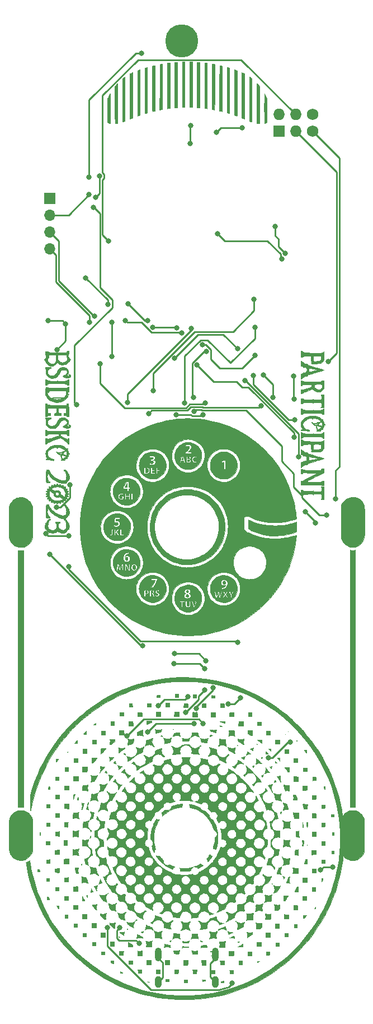
<source format=gbr>
%TF.GenerationSoftware,KiCad,Pcbnew,7.0.1*%
%TF.CreationDate,2023-08-24T09:27:29-05:00*%
%TF.ProjectId,BSidesKC23,42536964-6573-44b4-9332-332e6b696361,1.1*%
%TF.SameCoordinates,Original*%
%TF.FileFunction,Copper,L1,Top*%
%TF.FilePolarity,Positive*%
%FSLAX46Y46*%
G04 Gerber Fmt 4.6, Leading zero omitted, Abs format (unit mm)*
G04 Created by KiCad (PCBNEW 7.0.1) date 2023-08-24 09:27:29*
%MOMM*%
%LPD*%
G01*
G04 APERTURE LIST*
%TA.AperFunction,EtchedComponent*%
%ADD10C,0.010000*%
%TD*%
%TA.AperFunction,ComponentPad*%
%ADD11O,1.727200X1.727200*%
%TD*%
%TA.AperFunction,ComponentPad*%
%ADD12R,1.727200X1.727200*%
%TD*%
%TA.AperFunction,ComponentPad*%
%ADD13C,1.727200*%
%TD*%
%TA.AperFunction,ComponentPad*%
%ADD14C,5.000000*%
%TD*%
%TA.AperFunction,ComponentPad*%
%ADD15R,1.700000X1.700000*%
%TD*%
%TA.AperFunction,ComponentPad*%
%ADD16O,1.700000X1.700000*%
%TD*%
%TA.AperFunction,ComponentPad*%
%ADD17O,1.000000X1.800000*%
%TD*%
%TA.AperFunction,ComponentPad*%
%ADD18O,1.000000X2.100000*%
%TD*%
%TA.AperFunction,ViaPad*%
%ADD19C,0.800000*%
%TD*%
%TA.AperFunction,Conductor*%
%ADD20C,0.250000*%
%TD*%
G04 APERTURE END LIST*
%TO.C,G\u002A\u002A\u002A*%
D10*
X80573080Y-165079810D02*
X80048720Y-165079810D01*
X80048720Y-164534475D01*
X80573080Y-164534475D01*
X80573080Y-165079810D01*
%TA.AperFunction,EtchedComponent*%
G36*
X80573080Y-165079810D02*
G01*
X80048720Y-165079810D01*
X80048720Y-164534475D01*
X80573080Y-164534475D01*
X80573080Y-165079810D01*
G37*
%TD.AperFunction*%
X81999339Y-166506069D02*
X81412056Y-166506069D01*
X81412056Y-165897811D01*
X81999339Y-165897811D01*
X81999339Y-166506069D01*
%TA.AperFunction,EtchedComponent*%
G36*
X81999339Y-166506069D02*
G01*
X81412056Y-166506069D01*
X81412056Y-165897811D01*
X81999339Y-165897811D01*
X81999339Y-166506069D01*
G37*
%TD.AperFunction*%
X83341701Y-170617052D02*
X82838315Y-170617052D01*
X82838315Y-170113666D01*
X83341701Y-170113666D01*
X83341701Y-170617052D01*
%TA.AperFunction,EtchedComponent*%
G36*
X83341701Y-170617052D02*
G01*
X82838315Y-170617052D01*
X82838315Y-170113666D01*
X83341701Y-170113666D01*
X83341701Y-170617052D01*
G37*
%TD.AperFunction*%
X83404624Y-167911354D02*
X82775392Y-167911354D01*
X82775392Y-167261147D01*
X83404624Y-167261147D01*
X83404624Y-167911354D01*
%TA.AperFunction,EtchedComponent*%
G36*
X83404624Y-167911354D02*
G01*
X82775392Y-167911354D01*
X82775392Y-167261147D01*
X83404624Y-167261147D01*
X83404624Y-167911354D01*
G37*
%TD.AperFunction*%
X84809909Y-144294178D02*
X84201651Y-144294178D01*
X84201651Y-143685920D01*
X84809909Y-143685920D01*
X84809909Y-144294178D01*
%TA.AperFunction,EtchedComponent*%
G36*
X84809909Y-144294178D02*
G01*
X84201651Y-144294178D01*
X84201651Y-143685920D01*
X84809909Y-143685920D01*
X84809909Y-144294178D01*
G37*
%TD.AperFunction*%
X84809909Y-169295664D02*
X84138728Y-169295664D01*
X84138728Y-168645458D01*
X84809909Y-168645458D01*
X84809909Y-169295664D01*
%TA.AperFunction,EtchedComponent*%
G36*
X84809909Y-169295664D02*
G01*
X84138728Y-169295664D01*
X84138728Y-168645458D01*
X84809909Y-168645458D01*
X84809909Y-169295664D01*
G37*
%TD.AperFunction*%
X86215194Y-142909868D02*
X85606936Y-142909868D01*
X85606936Y-142301610D01*
X86215194Y-142301610D01*
X86215194Y-142909868D01*
%TA.AperFunction,EtchedComponent*%
G36*
X86215194Y-142909868D02*
G01*
X85606936Y-142909868D01*
X85606936Y-142301610D01*
X86215194Y-142301610D01*
X86215194Y-142909868D01*
G37*
%TD.AperFunction*%
X87494632Y-174769983D02*
X87012221Y-174769983D01*
X87012221Y-174287572D01*
X87494632Y-174287572D01*
X87494632Y-174769983D01*
%TA.AperFunction,EtchedComponent*%
G36*
X87494632Y-174769983D02*
G01*
X87012221Y-174769983D01*
X87012221Y-174287572D01*
X87494632Y-174287572D01*
X87494632Y-174769983D01*
G37*
%TD.AperFunction*%
X87578530Y-172085260D02*
X86928323Y-172085260D01*
X86928323Y-171414079D01*
X87578530Y-171414079D01*
X87578530Y-172085260D01*
%TA.AperFunction,EtchedComponent*%
G36*
X87578530Y-172085260D02*
G01*
X86928323Y-172085260D01*
X86928323Y-171414079D01*
X87578530Y-171414079D01*
X87578530Y-172085260D01*
G37*
%TD.AperFunction*%
X87599504Y-141504583D02*
X86991247Y-141504583D01*
X86991247Y-140917299D01*
X87599504Y-140917299D01*
X87599504Y-141504583D01*
%TA.AperFunction,EtchedComponent*%
G36*
X87599504Y-141504583D02*
G01*
X86991247Y-141504583D01*
X86991247Y-140917299D01*
X87599504Y-140917299D01*
X87599504Y-141504583D01*
G37*
%TD.AperFunction*%
X88962840Y-140120272D02*
X88396531Y-140120272D01*
X88396531Y-139532989D01*
X88962840Y-139532989D01*
X88962840Y-140120272D01*
%TA.AperFunction,EtchedComponent*%
G36*
X88962840Y-140120272D02*
G01*
X88396531Y-140120272D01*
X88396531Y-139532989D01*
X88962840Y-139532989D01*
X88962840Y-140120272D01*
G37*
%TD.AperFunction*%
X90347151Y-138694013D02*
X89801816Y-138694013D01*
X89801816Y-138169653D01*
X90347151Y-138169653D01*
X90347151Y-138694013D01*
%TA.AperFunction,EtchedComponent*%
G36*
X90347151Y-138694013D02*
G01*
X89801816Y-138694013D01*
X89801816Y-138169653D01*
X90347151Y-138169653D01*
X90347151Y-138694013D01*
G37*
%TD.AperFunction*%
X91710487Y-176196242D02*
X91144178Y-176196242D01*
X91144178Y-175650908D01*
X91710487Y-175650908D01*
X91710487Y-176196242D01*
%TA.AperFunction,EtchedComponent*%
G36*
X91710487Y-176196242D02*
G01*
X91144178Y-176196242D01*
X91144178Y-175650908D01*
X91710487Y-175650908D01*
X91710487Y-176196242D01*
G37*
%TD.AperFunction*%
X94500082Y-137309702D02*
X93954748Y-137309702D01*
X93954748Y-136764368D01*
X94500082Y-136764368D01*
X94500082Y-137309702D01*
%TA.AperFunction,EtchedComponent*%
G36*
X94500082Y-137309702D02*
G01*
X93954748Y-137309702D01*
X93954748Y-136764368D01*
X94500082Y-136764368D01*
X94500082Y-137309702D01*
G37*
%TD.AperFunction*%
X98653014Y-135904417D02*
X98149628Y-135904417D01*
X98149628Y-135401032D01*
X98653014Y-135401032D01*
X98653014Y-135904417D01*
%TA.AperFunction,EtchedComponent*%
G36*
X98653014Y-135904417D02*
G01*
X98149628Y-135904417D01*
X98149628Y-135401032D01*
X98653014Y-135401032D01*
X98653014Y-135904417D01*
G37*
%TD.AperFunction*%
X99995375Y-178943889D02*
X99512964Y-178943889D01*
X99512964Y-178503427D01*
X99995375Y-178503427D01*
X99995375Y-178943889D01*
%TA.AperFunction,EtchedComponent*%
G36*
X99995375Y-178943889D02*
G01*
X99512964Y-178943889D01*
X99512964Y-178503427D01*
X99995375Y-178503427D01*
X99995375Y-178943889D01*
G37*
%TD.AperFunction*%
X101421635Y-135946366D02*
X100918249Y-135946366D01*
X100918249Y-135422006D01*
X101421635Y-135422006D01*
X101421635Y-135946366D01*
%TA.AperFunction,EtchedComponent*%
G36*
X101421635Y-135946366D02*
G01*
X100918249Y-135946366D01*
X100918249Y-135422006D01*
X101421635Y-135422006D01*
X101421635Y-135946366D01*
G37*
%TD.AperFunction*%
X109769446Y-138735962D02*
X109245086Y-138735962D01*
X109245086Y-138190627D01*
X109769446Y-138190627D01*
X109769446Y-138735962D01*
%TA.AperFunction,EtchedComponent*%
G36*
X109769446Y-138735962D02*
G01*
X109245086Y-138735962D01*
X109245086Y-138190627D01*
X109769446Y-138190627D01*
X109769446Y-138735962D01*
G37*
%TD.AperFunction*%
X111174731Y-140141247D02*
X110608422Y-140141247D01*
X110608422Y-139574938D01*
X111174731Y-139574938D01*
X111174731Y-140141247D01*
%TA.AperFunction,EtchedComponent*%
G36*
X111174731Y-140141247D02*
G01*
X110608422Y-140141247D01*
X110608422Y-139574938D01*
X111174731Y-139574938D01*
X111174731Y-140141247D01*
G37*
%TD.AperFunction*%
X111174731Y-173490545D02*
X110524525Y-173490545D01*
X110524525Y-172861313D01*
X111174731Y-172861313D01*
X111174731Y-173490545D01*
%TA.AperFunction,EtchedComponent*%
G36*
X111174731Y-173490545D02*
G01*
X110524525Y-173490545D01*
X110524525Y-172861313D01*
X111174731Y-172861313D01*
X111174731Y-173490545D01*
G37*
%TD.AperFunction*%
X112580016Y-141546531D02*
X111971759Y-141546531D01*
X111971759Y-140938274D01*
X112580016Y-140938274D01*
X112580016Y-141546531D01*
%TA.AperFunction,EtchedComponent*%
G36*
X112580016Y-141546531D02*
G01*
X111971759Y-141546531D01*
X111971759Y-140938274D01*
X112580016Y-140938274D01*
X112580016Y-141546531D01*
G37*
%TD.AperFunction*%
X113901403Y-173427621D02*
X113398018Y-173427621D01*
X113398018Y-172924236D01*
X113901403Y-172924236D01*
X113901403Y-173427621D01*
%TA.AperFunction,EtchedComponent*%
G36*
X113901403Y-173427621D02*
G01*
X113398018Y-173427621D01*
X113398018Y-172924236D01*
X113901403Y-172924236D01*
X113901403Y-173427621D01*
G37*
%TD.AperFunction*%
X113964327Y-170721924D02*
X113293146Y-170721924D01*
X113293146Y-170071717D01*
X113964327Y-170071717D01*
X113964327Y-170721924D01*
%TA.AperFunction,EtchedComponent*%
G36*
X113964327Y-170721924D02*
G01*
X113293146Y-170721924D01*
X113293146Y-170071717D01*
X113964327Y-170071717D01*
X113964327Y-170721924D01*
G37*
%TD.AperFunction*%
X115285714Y-141032659D02*
X115275227Y-141043146D01*
X115264740Y-141032659D01*
X115275227Y-141022171D01*
X115285714Y-141032659D01*
%TA.AperFunction,EtchedComponent*%
G36*
X115285714Y-141032659D02*
G01*
X115275227Y-141043146D01*
X115264740Y-141032659D01*
X115275227Y-141022171D01*
X115285714Y-141032659D01*
G37*
%TD.AperFunction*%
X115285714Y-172043311D02*
X114761354Y-172043311D01*
X114761354Y-171539925D01*
X115285714Y-171539925D01*
X115285714Y-172043311D01*
%TA.AperFunction,EtchedComponent*%
G36*
X115285714Y-172043311D02*
G01*
X114761354Y-172043311D01*
X114761354Y-171539925D01*
X115285714Y-171539925D01*
X115285714Y-172043311D01*
G37*
%TD.AperFunction*%
X115369612Y-144315152D02*
X114761354Y-144315152D01*
X114761354Y-143727869D01*
X115369612Y-143727869D01*
X115369612Y-144315152D01*
%TA.AperFunction,EtchedComponent*%
G36*
X115369612Y-144315152D02*
G01*
X114761354Y-144315152D01*
X114761354Y-143727869D01*
X115369612Y-143727869D01*
X115369612Y-144315152D01*
G37*
%TD.AperFunction*%
X116670024Y-170659000D02*
X116166639Y-170659000D01*
X116166639Y-170155615D01*
X116670024Y-170155615D01*
X116670024Y-170659000D01*
%TA.AperFunction,EtchedComponent*%
G36*
X116670024Y-170659000D02*
G01*
X116166639Y-170659000D01*
X116166639Y-170155615D01*
X116670024Y-170155615D01*
X116670024Y-170659000D01*
G37*
%TD.AperFunction*%
X116732948Y-145699463D02*
X116145664Y-145699463D01*
X116145664Y-145112180D01*
X116732948Y-145112180D01*
X116732948Y-145699463D01*
%TA.AperFunction,EtchedComponent*%
G36*
X116732948Y-145699463D02*
G01*
X116145664Y-145699463D01*
X116145664Y-145112180D01*
X116732948Y-145112180D01*
X116732948Y-145699463D01*
G37*
%TD.AperFunction*%
X118096284Y-166527043D02*
X117509000Y-166527043D01*
X117509000Y-165939760D01*
X118096284Y-165939760D01*
X118096284Y-166527043D01*
%TA.AperFunction,EtchedComponent*%
G36*
X118096284Y-166527043D02*
G01*
X117509000Y-166527043D01*
X117509000Y-165939760D01*
X118096284Y-165939760D01*
X118096284Y-166527043D01*
G37*
%TD.AperFunction*%
X118117258Y-147083773D02*
X117571924Y-147083773D01*
X117571924Y-146517465D01*
X118117258Y-146517465D01*
X118117258Y-147083773D01*
%TA.AperFunction,EtchedComponent*%
G36*
X118117258Y-147083773D02*
G01*
X117571924Y-147083773D01*
X117571924Y-146517465D01*
X118117258Y-146517465D01*
X118117258Y-147083773D01*
G37*
%TD.AperFunction*%
X119459620Y-165121759D02*
X118914285Y-165121759D01*
X118914285Y-164576424D01*
X119459620Y-164576424D01*
X119459620Y-165121759D01*
%TA.AperFunction,EtchedComponent*%
G36*
X119459620Y-165121759D02*
G01*
X118914285Y-165121759D01*
X118914285Y-164576424D01*
X119459620Y-164576424D01*
X119459620Y-165121759D01*
G37*
%TD.AperFunction*%
X120843930Y-160947853D02*
X120319570Y-160947853D01*
X120319570Y-160423493D01*
X120843930Y-160423493D01*
X120843930Y-160947853D01*
%TA.AperFunction,EtchedComponent*%
G36*
X120843930Y-160947853D02*
G01*
X120319570Y-160947853D01*
X120319570Y-160423493D01*
X120843930Y-160423493D01*
X120843930Y-160947853D01*
G37*
%TD.AperFunction*%
X122228241Y-156731998D02*
X121997522Y-156731998D01*
X121997522Y-156312510D01*
X122228241Y-156312510D01*
X122228241Y-156731998D01*
%TA.AperFunction,EtchedComponent*%
G36*
X122228241Y-156731998D02*
G01*
X121997522Y-156731998D01*
X121997522Y-156312510D01*
X122228241Y-156312510D01*
X122228241Y-156731998D01*
G37*
%TD.AperFunction*%
X78921346Y-163196670D02*
X79157308Y-163202601D01*
X79157308Y-163643063D01*
X78921346Y-163648994D01*
X78685384Y-163654924D01*
X78685384Y-163190740D01*
X78921346Y-163196670D01*
%TA.AperFunction,EtchedComponent*%
G36*
X78921346Y-163196670D02*
G01*
X79157308Y-163202601D01*
X79157308Y-163643063D01*
X78921346Y-163648994D01*
X78685384Y-163654924D01*
X78685384Y-163190740D01*
X78921346Y-163196670D01*
G37*
%TD.AperFunction*%
X81731915Y-146480151D02*
X82009826Y-146486003D01*
X82009826Y-147031337D01*
X81731915Y-147037190D01*
X81454005Y-147043042D01*
X81454005Y-146474298D01*
X81731915Y-146480151D01*
%TA.AperFunction,EtchedComponent*%
G36*
X81731915Y-146480151D02*
G01*
X82009826Y-146486003D01*
X82009826Y-147031337D01*
X81731915Y-147037190D01*
X81454005Y-147043042D01*
X81454005Y-146474298D01*
X81731915Y-146480151D01*
G37*
%TD.AperFunction*%
X83420931Y-145369116D02*
X83415111Y-145668001D01*
X83126713Y-145673837D01*
X82838315Y-145679672D01*
X82838315Y-145070231D01*
X83426750Y-145070231D01*
X83420931Y-145369116D01*
%TA.AperFunction,EtchedComponent*%
G36*
X83420931Y-145369116D02*
G01*
X83415111Y-145668001D01*
X83126713Y-145673837D01*
X82838315Y-145679672D01*
X82838315Y-145070231D01*
X83426750Y-145070231D01*
X83420931Y-145369116D01*
G37*
%TD.AperFunction*%
X84479562Y-171502575D02*
X84736498Y-171508464D01*
X84736498Y-172011849D01*
X84479562Y-172017739D01*
X84222626Y-172023628D01*
X84222626Y-171496685D01*
X84479562Y-171502575D01*
%TA.AperFunction,EtchedComponent*%
G36*
X84479562Y-171502575D02*
G01*
X84736498Y-171508464D01*
X84736498Y-172011849D01*
X84479562Y-172017739D01*
X84222626Y-172023628D01*
X84222626Y-171496685D01*
X84479562Y-171502575D01*
G37*
%TD.AperFunction*%
X86126718Y-173139223D02*
X86132627Y-173385673D01*
X85605605Y-173385673D01*
X85611514Y-173139223D01*
X85617423Y-172892774D01*
X86120809Y-172892774D01*
X86126718Y-173139223D01*
%TA.AperFunction,EtchedComponent*%
G36*
X86126718Y-173139223D02*
G01*
X86132627Y-173385673D01*
X85605605Y-173385673D01*
X85611514Y-173139223D01*
X85617423Y-172892774D01*
X86120809Y-172892774D01*
X86126718Y-173139223D01*
G37*
%TD.AperFunction*%
X109785753Y-174565483D02*
X109779934Y-174864368D01*
X109470561Y-174870172D01*
X109161189Y-174875977D01*
X109161189Y-174266597D01*
X109791573Y-174266597D01*
X109785753Y-174565483D01*
%TA.AperFunction,EtchedComponent*%
G36*
X109785753Y-174565483D02*
G01*
X109779934Y-174864368D01*
X109470561Y-174870172D01*
X109161189Y-174875977D01*
X109161189Y-174266597D01*
X109791573Y-174266597D01*
X109785753Y-174565483D01*
G37*
%TD.AperFunction*%
X113974814Y-142920355D02*
X113664862Y-142926162D01*
X113354910Y-142931970D01*
X113360733Y-142632521D01*
X113366556Y-142333071D01*
X113974814Y-142333071D01*
X113974814Y-142920355D01*
%TA.AperFunction,EtchedComponent*%
G36*
X113974814Y-142920355D02*
G01*
X113664862Y-142926162D01*
X113354910Y-142931970D01*
X113360733Y-142632521D01*
X113366556Y-142333071D01*
X113974814Y-142333071D01*
X113974814Y-142920355D01*
G37*
%TD.AperFunction*%
X81936416Y-169211767D02*
X81454005Y-169211767D01*
X81454005Y-168756396D01*
X81595582Y-168743025D01*
X81687547Y-168735805D01*
X81779761Y-168730890D01*
X81836787Y-168729505D01*
X81936416Y-168729356D01*
X81936416Y-169211767D01*
%TA.AperFunction,EtchedComponent*%
G36*
X81936416Y-169211767D02*
G01*
X81454005Y-169211767D01*
X81454005Y-168756396D01*
X81595582Y-168743025D01*
X81687547Y-168735805D01*
X81779761Y-168730890D01*
X81836787Y-168729505D01*
X81936416Y-168729356D01*
X81936416Y-169211767D01*
G37*
%TD.AperFunction*%
X86110322Y-140036375D02*
X85958257Y-140035522D01*
X85806193Y-140034670D01*
X85879603Y-139971055D01*
X85945093Y-139915479D01*
X86015867Y-139857064D01*
X86031668Y-139844298D01*
X86110322Y-139781157D01*
X86110322Y-140036375D01*
%TA.AperFunction,EtchedComponent*%
G36*
X86110322Y-140036375D02*
G01*
X85958257Y-140035522D01*
X85806193Y-140034670D01*
X85879603Y-139971055D01*
X85945093Y-139915479D01*
X86015867Y-139857064D01*
X86031668Y-139844298D01*
X86110322Y-139781157D01*
X86110322Y-140036375D01*
G37*
%TD.AperFunction*%
X93144156Y-138288177D02*
X93151228Y-138393061D01*
X93156136Y-138506379D01*
X93157721Y-138592305D01*
X93157721Y-138735962D01*
X92528488Y-138735962D01*
X92528488Y-138127704D01*
X93130591Y-138127704D01*
X93144156Y-138288177D01*
%TA.AperFunction,EtchedComponent*%
G36*
X93144156Y-138288177D02*
G01*
X93151228Y-138393061D01*
X93156136Y-138506379D01*
X93157721Y-138592305D01*
X93157721Y-138735962D01*
X92528488Y-138735962D01*
X92528488Y-138127704D01*
X93130591Y-138127704D01*
X93144156Y-138288177D01*
G37*
%TD.AperFunction*%
X97310652Y-137330677D02*
X96696328Y-137330677D01*
X96709699Y-137189100D01*
X96716908Y-137089048D01*
X96721822Y-136975559D01*
X96723220Y-136895458D01*
X96723369Y-136743394D01*
X97310652Y-136743394D01*
X97310652Y-137330677D01*
%TA.AperFunction,EtchedComponent*%
G36*
X97310652Y-137330677D02*
G01*
X96696328Y-137330677D01*
X96709699Y-137189100D01*
X96716908Y-137089048D01*
X96721822Y-136975559D01*
X96723220Y-136895458D01*
X96723369Y-136743394D01*
X97310652Y-136743394D01*
X97310652Y-137330677D01*
G37*
%TD.AperFunction*%
X97918910Y-140680504D02*
X97952912Y-140697105D01*
X97960858Y-140710002D01*
X97943270Y-140725062D01*
X97918910Y-140728530D01*
X97884895Y-140716243D01*
X97876961Y-140699032D01*
X97892378Y-140678422D01*
X97918910Y-140680504D01*
%TA.AperFunction,EtchedComponent*%
G36*
X97918910Y-140680504D02*
G01*
X97952912Y-140697105D01*
X97960858Y-140710002D01*
X97943270Y-140725062D01*
X97918910Y-140728530D01*
X97884895Y-140716243D01*
X97876961Y-140699032D01*
X97892378Y-140678422D01*
X97918910Y-140680504D01*
G37*
%TD.AperFunction*%
X107378075Y-169668921D02*
X107385950Y-169683691D01*
X107385571Y-169711567D01*
X107362880Y-169711028D01*
X107350399Y-169701169D01*
X107336885Y-169672235D01*
X107349016Y-169653092D01*
X107355146Y-169652229D01*
X107378075Y-169668921D01*
%TA.AperFunction,EtchedComponent*%
G36*
X107378075Y-169668921D02*
G01*
X107385950Y-169683691D01*
X107385571Y-169711567D01*
X107362880Y-169711028D01*
X107350399Y-169701169D01*
X107336885Y-169672235D01*
X107349016Y-169653092D01*
X107355146Y-169652229D01*
X107378075Y-169668921D01*
G37*
%TD.AperFunction*%
X107636953Y-143118118D02*
X107648532Y-143143805D01*
X107629882Y-143162113D01*
X107587432Y-143180931D01*
X107568697Y-143167053D01*
X107567134Y-143152311D01*
X107581479Y-143115292D01*
X107613454Y-143105246D01*
X107636953Y-143118118D01*
%TA.AperFunction,EtchedComponent*%
G36*
X107636953Y-143118118D02*
G01*
X107648532Y-143143805D01*
X107629882Y-143162113D01*
X107587432Y-143180931D01*
X107568697Y-143167053D01*
X107567134Y-143152311D01*
X107581479Y-143115292D01*
X107613454Y-143105246D01*
X107636953Y-143118118D01*
G37*
%TD.AperFunction*%
X108469033Y-140204170D02*
X107776878Y-140204170D01*
X107777004Y-140031131D01*
X107778974Y-139918209D01*
X107784001Y-139791840D01*
X107790600Y-139685053D01*
X107804070Y-139512014D01*
X108469033Y-139512014D01*
X108469033Y-140204170D01*
%TA.AperFunction,EtchedComponent*%
G36*
X108469033Y-140204170D02*
G01*
X107776878Y-140204170D01*
X107777004Y-140031131D01*
X107778974Y-139918209D01*
X107784001Y-139791840D01*
X107790600Y-139685053D01*
X107804070Y-139512014D01*
X108469033Y-139512014D01*
X108469033Y-140204170D01*
G37*
%TD.AperFunction*%
X114871469Y-168682258D02*
X114979699Y-168686763D01*
X115096710Y-168693129D01*
X115196573Y-168699934D01*
X115348637Y-168711960D01*
X115348637Y-169337613D01*
X114698431Y-169337613D01*
X114698431Y-168676609D01*
X114871469Y-168682258D01*
%TA.AperFunction,EtchedComponent*%
G36*
X114871469Y-168682258D02*
G01*
X114979699Y-168686763D01*
X115096710Y-168693129D01*
X115196573Y-168699934D01*
X115348637Y-168711960D01*
X115348637Y-169337613D01*
X114698431Y-169337613D01*
X114698431Y-168676609D01*
X114871469Y-168682258D01*
G37*
%TD.AperFunction*%
X114886591Y-141436646D02*
X114887200Y-141441659D01*
X114871239Y-141462024D01*
X114866226Y-141462634D01*
X114845861Y-141446673D01*
X114845251Y-141441659D01*
X114861212Y-141421295D01*
X114866226Y-141420685D01*
X114886591Y-141436646D01*
%TA.AperFunction,EtchedComponent*%
G36*
X114886591Y-141436646D02*
G01*
X114887200Y-141441659D01*
X114871239Y-141462024D01*
X114866226Y-141462634D01*
X114845861Y-141446673D01*
X114845251Y-141441659D01*
X114861212Y-141421295D01*
X114866226Y-141420685D01*
X114886591Y-141436646D01*
G37*
%TD.AperFunction*%
X116362976Y-167305134D02*
X116481513Y-167310435D01*
X116572475Y-167316661D01*
X116732948Y-167330226D01*
X116732948Y-167932328D01*
X116103716Y-167932328D01*
X116103716Y-167303096D01*
X116257859Y-167303096D01*
X116362976Y-167305134D01*
%TA.AperFunction,EtchedComponent*%
G36*
X116362976Y-167305134D02*
G01*
X116481513Y-167310435D01*
X116572475Y-167316661D01*
X116732948Y-167330226D01*
X116732948Y-167932328D01*
X116103716Y-167932328D01*
X116103716Y-167303096D01*
X116257859Y-167303096D01*
X116362976Y-167305134D01*
G37*
%TD.AperFunction*%
X118173665Y-158163501D02*
X118176927Y-158216697D01*
X118173665Y-158236911D01*
X118167586Y-158243439D01*
X118164276Y-158214437D01*
X118164073Y-158200206D01*
X118166260Y-158162047D01*
X118171704Y-158157550D01*
X118173665Y-158163501D01*
%TA.AperFunction,EtchedComponent*%
G36*
X118173665Y-158163501D02*
G01*
X118176927Y-158216697D01*
X118173665Y-158236911D01*
X118167586Y-158243439D01*
X118164276Y-158214437D01*
X118164073Y-158200206D01*
X118166260Y-158162047D01*
X118171704Y-158157550D01*
X118173665Y-158163501D01*
G37*
%TD.AperFunction*%
X120429686Y-157620275D02*
X120507860Y-157628328D01*
X120606341Y-157637662D01*
X120702353Y-157646130D01*
X120864905Y-157659800D01*
X120864905Y-158179232D01*
X120319570Y-158179232D01*
X120319570Y-157608089D01*
X120429686Y-157620275D01*
%TA.AperFunction,EtchedComponent*%
G36*
X120429686Y-157620275D02*
G01*
X120507860Y-157628328D01*
X120606341Y-157637662D01*
X120702353Y-157646130D01*
X120864905Y-157659800D01*
X120864905Y-158179232D01*
X120319570Y-158179232D01*
X120319570Y-157608089D01*
X120429686Y-157620275D01*
G37*
%TD.AperFunction*%
X122186292Y-159500619D02*
X121867740Y-159500619D01*
X121880916Y-159390503D01*
X121891464Y-159302022D01*
X121902341Y-159210299D01*
X121905827Y-159180759D01*
X121917561Y-159081131D01*
X122186292Y-159081131D01*
X122186292Y-159500619D01*
%TA.AperFunction,EtchedComponent*%
G36*
X122186292Y-159500619D02*
G01*
X121867740Y-159500619D01*
X121880916Y-159390503D01*
X121891464Y-159302022D01*
X121902341Y-159210299D01*
X121905827Y-159180759D01*
X121917561Y-159081131D01*
X122186292Y-159081131D01*
X122186292Y-159500619D01*
G37*
%TD.AperFunction*%
X79188769Y-158137283D02*
X78994756Y-158133757D01*
X78898059Y-158131254D01*
X78807866Y-158127627D01*
X78739127Y-158123520D01*
X78722089Y-158122004D01*
X78643435Y-158113776D01*
X78643435Y-157591948D01*
X79188769Y-157591948D01*
X79188769Y-158137283D01*
%TA.AperFunction,EtchedComponent*%
G36*
X79188769Y-158137283D02*
G01*
X78994756Y-158133757D01*
X78898059Y-158131254D01*
X78807866Y-158127627D01*
X78739127Y-158123520D01*
X78722089Y-158122004D01*
X78643435Y-158113776D01*
X78643435Y-157591948D01*
X79188769Y-157591948D01*
X79188769Y-158137283D01*
G37*
%TD.AperFunction*%
X79188769Y-160905904D02*
X78664409Y-160905904D01*
X78664409Y-160402518D01*
X78734597Y-160402518D01*
X78787441Y-160401027D01*
X78867780Y-160397049D01*
X78961288Y-160391329D01*
X78996777Y-160388890D01*
X79188769Y-160375262D01*
X79188769Y-160905904D01*
%TA.AperFunction,EtchedComponent*%
G36*
X79188769Y-160905904D02*
G01*
X78664409Y-160905904D01*
X78664409Y-160402518D01*
X78734597Y-160402518D01*
X78787441Y-160401027D01*
X78867780Y-160397049D01*
X78961288Y-160391329D01*
X78996777Y-160388890D01*
X79188769Y-160375262D01*
X79188769Y-160905904D01*
G37*
%TD.AperFunction*%
X79209744Y-152579067D02*
X79120602Y-152574846D01*
X79054305Y-152571780D01*
X78965051Y-152567747D01*
X78871794Y-152563603D01*
X78868910Y-152563476D01*
X78706358Y-152556328D01*
X78706358Y-152054706D01*
X79209744Y-152054706D01*
X79209744Y-152579067D01*
%TA.AperFunction,EtchedComponent*%
G36*
X79209744Y-152579067D02*
G01*
X79120602Y-152574846D01*
X79054305Y-152571780D01*
X78965051Y-152567747D01*
X78871794Y-152563603D01*
X78868910Y-152563476D01*
X78706358Y-152556328D01*
X78706358Y-152054706D01*
X79209744Y-152054706D01*
X79209744Y-152579067D01*
G37*
%TD.AperFunction*%
X80594054Y-148405161D02*
X80090668Y-148405161D01*
X80090668Y-147901775D01*
X80263707Y-147901544D01*
X80356571Y-147899824D01*
X80443595Y-147895490D01*
X80508099Y-147889417D01*
X80515400Y-147888313D01*
X80594054Y-147875312D01*
X80594054Y-148405161D01*
%TA.AperFunction,EtchedComponent*%
G36*
X80594054Y-148405161D02*
G01*
X80090668Y-148405161D01*
X80090668Y-147901775D01*
X80263707Y-147901544D01*
X80356571Y-147899824D01*
X80443595Y-147895490D01*
X80508099Y-147889417D01*
X80515400Y-147888313D01*
X80594054Y-147875312D01*
X80594054Y-148405161D01*
G37*
%TD.AperFunction*%
X90339898Y-174397687D02*
X90333195Y-174500989D01*
X90328330Y-174608668D01*
X90326310Y-174698215D01*
X90326302Y-174701816D01*
X90326176Y-174832906D01*
X89717919Y-174832906D01*
X89717919Y-174224649D01*
X90353368Y-174224649D01*
X90339898Y-174397687D01*
%TA.AperFunction,EtchedComponent*%
G36*
X90339898Y-174397687D02*
G01*
X90333195Y-174500989D01*
X90328330Y-174608668D01*
X90326310Y-174698215D01*
X90326302Y-174701816D01*
X90326176Y-174832906D01*
X89717919Y-174832906D01*
X89717919Y-174224649D01*
X90353368Y-174224649D01*
X90339898Y-174397687D01*
G37*
%TD.AperFunction*%
X91689512Y-136887050D02*
X91691330Y-136948793D01*
X91696103Y-137034190D01*
X91702815Y-137125134D01*
X91703077Y-137128255D01*
X91716642Y-137288728D01*
X91207101Y-137288728D01*
X91207101Y-136806317D01*
X91689512Y-136806317D01*
X91689512Y-136887050D01*
%TA.AperFunction,EtchedComponent*%
G36*
X91689512Y-136887050D02*
G01*
X91691330Y-136948793D01*
X91696103Y-137034190D01*
X91702815Y-137125134D01*
X91703077Y-137128255D01*
X91716642Y-137288728D01*
X91207101Y-137288728D01*
X91207101Y-136806317D01*
X91689512Y-136806317D01*
X91689512Y-136887050D01*
G37*
%TD.AperFunction*%
X91780756Y-139662057D02*
X91787252Y-139772326D01*
X91792066Y-139889775D01*
X91794319Y-139992067D01*
X91794384Y-140008135D01*
X91794384Y-140162221D01*
X91123204Y-140162221D01*
X91123204Y-139470066D01*
X91767129Y-139470066D01*
X91780756Y-139662057D01*
%TA.AperFunction,EtchedComponent*%
G36*
X91780756Y-139662057D02*
G01*
X91787252Y-139772326D01*
X91792066Y-139889775D01*
X91794319Y-139992067D01*
X91794384Y-140008135D01*
X91794384Y-140162221D01*
X91123204Y-140162221D01*
X91123204Y-139470066D01*
X91767129Y-139470066D01*
X91780756Y-139662057D01*
G37*
%TD.AperFunction*%
X94513757Y-175832453D02*
X94507939Y-175936245D01*
X94503352Y-176034656D01*
X94500601Y-176113772D01*
X94500082Y-176147069D01*
X94500082Y-176238191D01*
X93870850Y-176238191D01*
X93870850Y-175608959D01*
X94527431Y-175608959D01*
X94513757Y-175832453D01*
%TA.AperFunction,EtchedComponent*%
G36*
X94513757Y-175832453D02*
G01*
X94507939Y-175936245D01*
X94503352Y-176034656D01*
X94500601Y-176113772D01*
X94500082Y-176147069D01*
X94500082Y-176238191D01*
X93870850Y-176238191D01*
X93870850Y-175608959D01*
X94527431Y-175608959D01*
X94513757Y-175832453D01*
G37*
%TD.AperFunction*%
X95863418Y-177580553D02*
X95318084Y-177580553D01*
X95318084Y-177405198D01*
X95316414Y-177308331D01*
X95312006Y-177213939D01*
X95305757Y-177140413D01*
X95304746Y-177132531D01*
X95291408Y-177035218D01*
X95863418Y-177035218D01*
X95863418Y-177580553D01*
%TA.AperFunction,EtchedComponent*%
G36*
X95863418Y-177580553D02*
G01*
X95318084Y-177580553D01*
X95318084Y-177405198D01*
X95316414Y-177308331D01*
X95312006Y-177213939D01*
X95305757Y-177140413D01*
X95304746Y-177132531D01*
X95291408Y-177035218D01*
X95863418Y-177035218D01*
X95863418Y-177580553D01*
G37*
%TD.AperFunction*%
X97322139Y-175761024D02*
X97314747Y-175871200D01*
X97306570Y-175987964D01*
X97299146Y-176089435D01*
X97297801Y-176107101D01*
X97286099Y-176259166D01*
X96639471Y-176259166D01*
X96639471Y-175567010D01*
X97334776Y-175567010D01*
X97322139Y-175761024D01*
%TA.AperFunction,EtchedComponent*%
G36*
X97322139Y-175761024D02*
G01*
X97314747Y-175871200D01*
X97306570Y-175987964D01*
X97299146Y-176089435D01*
X97297801Y-176107101D01*
X97286099Y-176259166D01*
X96639471Y-176259166D01*
X96639471Y-175567010D01*
X97334776Y-175567010D01*
X97322139Y-175761024D01*
G37*
%TD.AperFunction*%
X98757886Y-138777910D02*
X98025758Y-138777910D01*
X98034973Y-138678282D01*
X98039840Y-138616298D01*
X98045880Y-138525638D01*
X98052250Y-138419529D01*
X98057028Y-138332204D01*
X98069869Y-138085755D01*
X98757886Y-138085755D01*
X98757886Y-138777910D01*
%TA.AperFunction,EtchedComponent*%
G36*
X98757886Y-138777910D02*
G01*
X98025758Y-138777910D01*
X98034973Y-138678282D01*
X98039840Y-138616298D01*
X98045880Y-138525638D01*
X98052250Y-138419529D01*
X98057028Y-138332204D01*
X98069869Y-138085755D01*
X98757886Y-138085755D01*
X98757886Y-138777910D01*
G37*
%TD.AperFunction*%
X99638811Y-46742237D02*
X99240297Y-46742237D01*
X99240297Y-39888501D01*
X99287489Y-39875854D01*
X99331719Y-39869480D01*
X99402682Y-39864841D01*
X99485172Y-39862924D01*
X99486746Y-39862920D01*
X99638811Y-39862634D01*
X99638811Y-46742237D01*
%TA.AperFunction,EtchedComponent*%
G36*
X99638811Y-46742237D02*
G01*
X99240297Y-46742237D01*
X99240297Y-39888501D01*
X99287489Y-39875854D01*
X99331719Y-39869480D01*
X99402682Y-39864841D01*
X99485172Y-39862924D01*
X99486746Y-39862920D01*
X99638811Y-39862634D01*
X99638811Y-46742237D01*
G37*
%TD.AperFunction*%
X100524979Y-39862920D02*
X100607540Y-39864776D01*
X100678863Y-39869373D01*
X100723740Y-39875723D01*
X100724236Y-39875854D01*
X100771428Y-39888501D01*
X100771428Y-46742237D01*
X100372915Y-46742237D01*
X100372915Y-39862634D01*
X100524979Y-39862920D01*
%TA.AperFunction,EtchedComponent*%
G36*
X100524979Y-39862920D02*
G01*
X100607540Y-39864776D01*
X100678863Y-39869373D01*
X100723740Y-39875723D01*
X100724236Y-39875854D01*
X100771428Y-39888501D01*
X100771428Y-46742237D01*
X100372915Y-46742237D01*
X100372915Y-39862634D01*
X100524979Y-39862920D01*
G37*
%TD.AperFunction*%
X107042774Y-138777910D02*
X106413542Y-138777910D01*
X106413542Y-138686788D01*
X106414849Y-138626658D01*
X106418368Y-138538590D01*
X106423492Y-138436502D01*
X106427217Y-138372172D01*
X106440891Y-138148678D01*
X107042774Y-138148678D01*
X107042774Y-138777910D01*
%TA.AperFunction,EtchedComponent*%
G36*
X107042774Y-138777910D02*
G01*
X106413542Y-138777910D01*
X106413542Y-138686788D01*
X106414849Y-138626658D01*
X106418368Y-138538590D01*
X106423492Y-138436502D01*
X106427217Y-138372172D01*
X106440891Y-138148678D01*
X107042774Y-138148678D01*
X107042774Y-138777910D01*
G37*
%TD.AperFunction*%
X108364161Y-176238191D02*
X107825109Y-176238191D01*
X107811481Y-176046199D01*
X107805226Y-175947845D01*
X107800483Y-175853786D01*
X107798029Y-175780126D01*
X107797853Y-175763045D01*
X107797853Y-175671882D01*
X108364161Y-175671882D01*
X108364161Y-176238191D01*
%TA.AperFunction,EtchedComponent*%
G36*
X108364161Y-176238191D02*
G01*
X107825109Y-176238191D01*
X107811481Y-176046199D01*
X107805226Y-175947845D01*
X107800483Y-175853786D01*
X107798029Y-175780126D01*
X107797853Y-175763045D01*
X107797853Y-175671882D01*
X108364161Y-175671882D01*
X108364161Y-176238191D01*
G37*
%TD.AperFunction*%
X112852490Y-164003217D02*
X112866544Y-164021669D01*
X112891919Y-164068181D01*
X112887536Y-164091733D01*
X112856178Y-164087306D01*
X112836242Y-164076284D01*
X112819730Y-164044201D01*
X112823885Y-164021226D01*
X112837011Y-163995057D01*
X112852490Y-164003217D01*
%TA.AperFunction,EtchedComponent*%
G36*
X112852490Y-164003217D02*
G01*
X112866544Y-164021669D01*
X112891919Y-164068181D01*
X112887536Y-164091733D01*
X112856178Y-164087306D01*
X112836242Y-164076284D01*
X112819730Y-164044201D01*
X112823885Y-164021226D01*
X112837011Y-163995057D01*
X112852490Y-164003217D01*
G37*
%TD.AperFunction*%
X117671552Y-163115431D02*
X117778967Y-163121601D01*
X117888306Y-163126326D01*
X117981068Y-163128854D01*
X118007142Y-163129082D01*
X118138232Y-163129190D01*
X118138232Y-163800371D01*
X117467052Y-163800371D01*
X117467052Y-163101889D01*
X117671552Y-163115431D01*
%TA.AperFunction,EtchedComponent*%
G36*
X117671552Y-163115431D02*
G01*
X117778967Y-163121601D01*
X117888306Y-163126326D01*
X117981068Y-163128854D01*
X118007142Y-163129082D01*
X118138232Y-163129190D01*
X118138232Y-163800371D01*
X117467052Y-163800371D01*
X117467052Y-163101889D01*
X117671552Y-163115431D01*
G37*
%TD.AperFunction*%
X119059976Y-156187985D02*
X119152253Y-156191540D01*
X119257122Y-156196713D01*
X119320023Y-156200338D01*
X119543517Y-156214013D01*
X119543517Y-156836870D01*
X118893311Y-156836870D01*
X118893311Y-156186664D01*
X118994920Y-156186664D01*
X119059976Y-156187985D01*
%TA.AperFunction,EtchedComponent*%
G36*
X119059976Y-156187985D02*
G01*
X119152253Y-156191540D01*
X119257122Y-156196713D01*
X119320023Y-156200338D01*
X119543517Y-156214013D01*
X119543517Y-156836870D01*
X118893311Y-156836870D01*
X118893311Y-156186664D01*
X118994920Y-156186664D01*
X119059976Y-156187985D01*
G37*
%TD.AperFunction*%
X119414420Y-167605386D02*
X119417623Y-167675895D01*
X119417671Y-167689885D01*
X119417671Y-167827456D01*
X119249272Y-167827456D01*
X119312028Y-167703138D01*
X119355652Y-167621157D01*
X119385729Y-167577729D01*
X119404553Y-167572569D01*
X119414420Y-167605386D01*
%TA.AperFunction,EtchedComponent*%
G36*
X119414420Y-167605386D02*
G01*
X119417623Y-167675895D01*
X119417671Y-167689885D01*
X119417671Y-167827456D01*
X119249272Y-167827456D01*
X119312028Y-167703138D01*
X119355652Y-167621157D01*
X119385729Y-167577729D01*
X119404553Y-167572569D01*
X119414420Y-167605386D01*
G37*
%TD.AperFunction*%
X119522543Y-151230423D02*
X119330551Y-151244051D01*
X119230330Y-151250344D01*
X119132595Y-151255099D01*
X119054390Y-151257524D01*
X119036910Y-151257679D01*
X118935260Y-151257679D01*
X118935260Y-150670396D01*
X119522543Y-150670396D01*
X119522543Y-151230423D01*
%TA.AperFunction,EtchedComponent*%
G36*
X119522543Y-151230423D02*
G01*
X119330551Y-151244051D01*
X119230330Y-151250344D01*
X119132595Y-151255099D01*
X119054390Y-151257524D01*
X119036910Y-151257679D01*
X118935260Y-151257679D01*
X118935260Y-150670396D01*
X119522543Y-150670396D01*
X119522543Y-151230423D01*
G37*
%TD.AperFunction*%
X79220231Y-155358175D02*
X78963294Y-155364064D01*
X78706358Y-155369953D01*
X78706358Y-154849065D01*
X78795499Y-154836719D01*
X78861071Y-154830148D01*
X78950236Y-154824410D01*
X79044641Y-154820665D01*
X79052436Y-154820473D01*
X79220231Y-154816574D01*
X79220231Y-155358175D01*
%TA.AperFunction,EtchedComponent*%
G36*
X79220231Y-155358175D02*
G01*
X78963294Y-155364064D01*
X78706358Y-155369953D01*
X78706358Y-154849065D01*
X78795499Y-154836719D01*
X78861071Y-154830148D01*
X78950236Y-154824410D01*
X79044641Y-154820665D01*
X79052436Y-154820473D01*
X79220231Y-154816574D01*
X79220231Y-155358175D01*
G37*
%TD.AperFunction*%
X81952786Y-144102397D02*
X81957390Y-144136870D01*
X81948831Y-144176663D01*
X81914984Y-144189049D01*
X81904471Y-144189306D01*
X81868861Y-144186944D01*
X81864754Y-144172194D01*
X81885909Y-144136870D01*
X81916008Y-144099460D01*
X81938828Y-144084434D01*
X81952786Y-144102397D01*
%TA.AperFunction,EtchedComponent*%
G36*
X81952786Y-144102397D02*
G01*
X81957390Y-144136870D01*
X81948831Y-144176663D01*
X81914984Y-144189049D01*
X81904471Y-144189306D01*
X81868861Y-144186944D01*
X81864754Y-144172194D01*
X81885909Y-144136870D01*
X81916008Y-144099460D01*
X81938828Y-144084434D01*
X81952786Y-144102397D01*
G37*
%TD.AperFunction*%
X82062262Y-149873369D02*
X81983608Y-149869185D01*
X81930522Y-149866473D01*
X81847806Y-149862377D01*
X81747731Y-149857498D01*
X81663749Y-149853454D01*
X81422543Y-149841907D01*
X81416739Y-149532535D01*
X81410934Y-149223162D01*
X82062262Y-149223162D01*
X82062262Y-149873369D01*
%TA.AperFunction,EtchedComponent*%
G36*
X82062262Y-149873369D02*
G01*
X81983608Y-149869185D01*
X81930522Y-149866473D01*
X81847806Y-149862377D01*
X81747731Y-149857498D01*
X81663749Y-149853454D01*
X81422543Y-149841907D01*
X81416739Y-149532535D01*
X81410934Y-149223162D01*
X82062262Y-149223162D01*
X82062262Y-149873369D01*
G37*
%TD.AperFunction*%
X93178695Y-174874855D02*
X92465565Y-174874855D01*
X92465565Y-174168076D01*
X92586168Y-174187758D01*
X92687868Y-174196926D01*
X92814283Y-174197397D01*
X92949210Y-174189716D01*
X93076446Y-174174432D01*
X93100041Y-174170421D01*
X93178695Y-174156237D01*
X93178695Y-174874855D01*
%TA.AperFunction,EtchedComponent*%
G36*
X93178695Y-174874855D02*
G01*
X92465565Y-174874855D01*
X92465565Y-174168076D01*
X92586168Y-174187758D01*
X92687868Y-174196926D01*
X92814283Y-174197397D01*
X92949210Y-174189716D01*
X93076446Y-174174432D01*
X93100041Y-174170421D01*
X93178695Y-174156237D01*
X93178695Y-174874855D01*
G37*
%TD.AperFunction*%
X100109140Y-175687613D02*
X100104989Y-175739032D01*
X100099644Y-175821112D01*
X100093792Y-175922606D01*
X100088119Y-176032268D01*
X100088049Y-176033691D01*
X100075049Y-176301114D01*
X99408092Y-176301114D01*
X99408092Y-175608959D01*
X100117230Y-175608959D01*
X100109140Y-175687613D01*
%TA.AperFunction,EtchedComponent*%
G36*
X100109140Y-175687613D02*
G01*
X100104989Y-175739032D01*
X100099644Y-175821112D01*
X100093792Y-175922606D01*
X100088119Y-176032268D01*
X100088049Y-176033691D01*
X100075049Y-176301114D01*
X99408092Y-176301114D01*
X99408092Y-175608959D01*
X100117230Y-175608959D01*
X100109140Y-175687613D01*
G37*
%TD.AperFunction*%
X107046295Y-174360982D02*
X107043065Y-174451320D01*
X107037832Y-174563525D01*
X107031557Y-174677622D01*
X107029419Y-174712304D01*
X107016396Y-174916804D01*
X106328630Y-174916804D01*
X106334381Y-174565483D01*
X106340132Y-174214161D01*
X107050148Y-174214161D01*
X107046295Y-174360982D01*
%TA.AperFunction,EtchedComponent*%
G36*
X107046295Y-174360982D02*
G01*
X107043065Y-174451320D01*
X107037832Y-174563525D01*
X107031557Y-174677622D01*
X107029419Y-174712304D01*
X107016396Y-174916804D01*
X106328630Y-174916804D01*
X106334381Y-174565483D01*
X106340132Y-174214161D01*
X107050148Y-174214161D01*
X107046295Y-174360982D01*
G37*
%TD.AperFunction*%
X112496119Y-174704925D02*
X112425972Y-174758428D01*
X112385300Y-174785701D01*
X112343404Y-174801820D01*
X112287552Y-174809607D01*
X112205014Y-174811888D01*
X112184766Y-174811932D01*
X112013707Y-174811932D01*
X112013707Y-174329521D01*
X112496119Y-174329521D01*
X112496119Y-174704925D01*
%TA.AperFunction,EtchedComponent*%
G36*
X112496119Y-174704925D02*
G01*
X112425972Y-174758428D01*
X112385300Y-174785701D01*
X112343404Y-174801820D01*
X112287552Y-174809607D01*
X112205014Y-174811888D01*
X112184766Y-174811932D01*
X112013707Y-174811932D01*
X112013707Y-174329521D01*
X112496119Y-174329521D01*
X112496119Y-174704925D01*
G37*
%TD.AperFunction*%
X116656890Y-142414690D02*
X116669701Y-142447355D01*
X116670024Y-142458918D01*
X116661180Y-142502217D01*
X116637850Y-142507904D01*
X116612935Y-142485136D01*
X116580727Y-142438259D01*
X116578192Y-142414418D01*
X116605630Y-142406702D01*
X116616351Y-142406482D01*
X116656890Y-142414690D01*
%TA.AperFunction,EtchedComponent*%
G36*
X116656890Y-142414690D02*
G01*
X116669701Y-142447355D01*
X116670024Y-142458918D01*
X116661180Y-142502217D01*
X116637850Y-142507904D01*
X116612935Y-142485136D01*
X116580727Y-142438259D01*
X116578192Y-142414418D01*
X116605630Y-142406702D01*
X116616351Y-142406482D01*
X116656890Y-142414690D01*
G37*
%TD.AperFunction*%
X122076058Y-153523386D02*
X122142614Y-153529430D01*
X122181756Y-153547993D01*
X122200741Y-153586019D01*
X122206826Y-153650456D01*
X122207266Y-153745390D01*
X122207266Y-153942403D01*
X121808753Y-153942403D01*
X121808753Y-153522915D01*
X121974832Y-153522915D01*
X122076058Y-153523386D01*
%TA.AperFunction,EtchedComponent*%
G36*
X122076058Y-153523386D02*
G01*
X122142614Y-153529430D01*
X122181756Y-153547993D01*
X122200741Y-153586019D01*
X122206826Y-153650456D01*
X122207266Y-153745390D01*
X122207266Y-153942403D01*
X121808753Y-153942403D01*
X121808753Y-153522915D01*
X121974832Y-153522915D01*
X122076058Y-153523386D01*
G37*
%TD.AperFunction*%
X88039818Y-165411080D02*
X88047488Y-165425722D01*
X88039216Y-165458857D01*
X87997296Y-165489184D01*
X87955789Y-165506322D01*
X87935496Y-165506209D01*
X87935095Y-165504503D01*
X87946963Y-165473227D01*
X87973987Y-165433392D01*
X88003298Y-165402099D01*
X88017937Y-165394426D01*
X88039818Y-165411080D01*
%TA.AperFunction,EtchedComponent*%
G36*
X88039818Y-165411080D02*
G01*
X88047488Y-165425722D01*
X88039216Y-165458857D01*
X87997296Y-165489184D01*
X87955789Y-165506322D01*
X87935496Y-165506209D01*
X87935095Y-165504503D01*
X87946963Y-165473227D01*
X87973987Y-165433392D01*
X88003298Y-165402099D01*
X88017937Y-165394426D01*
X88039818Y-165411080D01*
G37*
%TD.AperFunction*%
X90970819Y-170802672D02*
X90987084Y-170813871D01*
X91014879Y-170840461D01*
X91018256Y-170854837D01*
X90988977Y-170869946D01*
X90946289Y-170880174D01*
X90908149Y-170882639D01*
X90892485Y-170875027D01*
X90903748Y-170843899D01*
X90918950Y-170819595D01*
X90943330Y-170795574D01*
X90970819Y-170802672D01*
%TA.AperFunction,EtchedComponent*%
G36*
X90970819Y-170802672D02*
G01*
X90987084Y-170813871D01*
X91014879Y-170840461D01*
X91018256Y-170854837D01*
X90988977Y-170869946D01*
X90946289Y-170880174D01*
X90908149Y-170882639D01*
X90892485Y-170875027D01*
X90903748Y-170843899D01*
X90918950Y-170819595D01*
X90943330Y-170795574D01*
X90970819Y-170802672D01*
G37*
%TD.AperFunction*%
X94704498Y-119810400D02*
X94764419Y-119851704D01*
X94792143Y-119917494D01*
X94793724Y-119941376D01*
X94774610Y-120006783D01*
X94722996Y-120057096D01*
X94647469Y-120085664D01*
X94602126Y-120089719D01*
X94521057Y-120089719D01*
X94521057Y-119796077D01*
X94615441Y-119796077D01*
X94704498Y-119810400D01*
%TA.AperFunction,EtchedComponent*%
G36*
X94704498Y-119810400D02*
G01*
X94764419Y-119851704D01*
X94792143Y-119917494D01*
X94793724Y-119941376D01*
X94774610Y-120006783D01*
X94722996Y-120057096D01*
X94647469Y-120085664D01*
X94602126Y-120089719D01*
X94521057Y-120089719D01*
X94521057Y-119796077D01*
X94615441Y-119796077D01*
X94704498Y-119810400D01*
G37*
%TD.AperFunction*%
X100163383Y-99959054D02*
X100261239Y-99980896D01*
X100324094Y-100023807D01*
X100350957Y-100087024D01*
X100351940Y-100104365D01*
X100334688Y-100176199D01*
X100283810Y-100223823D01*
X100200626Y-100246233D01*
X100163171Y-100247935D01*
X100058299Y-100247935D01*
X100058299Y-99948956D01*
X100163383Y-99959054D01*
%TA.AperFunction,EtchedComponent*%
G36*
X100163383Y-99959054D02*
G01*
X100261239Y-99980896D01*
X100324094Y-100023807D01*
X100350957Y-100087024D01*
X100351940Y-100104365D01*
X100334688Y-100176199D01*
X100283810Y-100223823D01*
X100200626Y-100246233D01*
X100163171Y-100247935D01*
X100058299Y-100247935D01*
X100058299Y-99948956D01*
X100163383Y-99959054D01*
G37*
%TD.AperFunction*%
X102821676Y-40039930D02*
X103005202Y-40061891D01*
X103015814Y-46931007D01*
X102958072Y-46928574D01*
X102902951Y-46924342D01*
X102868868Y-46919420D01*
X102829995Y-46912758D01*
X102768186Y-46903706D01*
X102737778Y-46899593D01*
X102638150Y-46886488D01*
X102638150Y-40017970D01*
X102821676Y-40039930D01*
%TA.AperFunction,EtchedComponent*%
G36*
X102821676Y-40039930D02*
G01*
X103005202Y-40061891D01*
X103015814Y-46931007D01*
X102958072Y-46928574D01*
X102902951Y-46924342D01*
X102868868Y-46919420D01*
X102829995Y-46912758D01*
X102768186Y-46903706D01*
X102737778Y-46899593D01*
X102638150Y-46886488D01*
X102638150Y-40017970D01*
X102821676Y-40039930D01*
G37*
%TD.AperFunction*%
X105307142Y-175634631D02*
X105627002Y-175640421D01*
X105632806Y-175949793D01*
X105638611Y-176259166D01*
X105014584Y-176259166D01*
X105001042Y-176054665D01*
X104994943Y-175950852D01*
X104990243Y-175848600D01*
X104987666Y-175764635D01*
X104987391Y-175739503D01*
X104987283Y-175628841D01*
X105307142Y-175634631D01*
%TA.AperFunction,EtchedComponent*%
G36*
X105307142Y-175634631D02*
G01*
X105627002Y-175640421D01*
X105632806Y-175949793D01*
X105638611Y-176259166D01*
X105014584Y-176259166D01*
X105001042Y-176054665D01*
X104994943Y-175950852D01*
X104990243Y-175848600D01*
X104987666Y-175764635D01*
X104987391Y-175739503D01*
X104987283Y-175628841D01*
X105307142Y-175634631D01*
G37*
%TD.AperFunction*%
X110565988Y-142945218D02*
X110597935Y-142972791D01*
X110621467Y-143001736D01*
X110614648Y-143012891D01*
X110571773Y-143014739D01*
X110569724Y-143014740D01*
X110522228Y-143008844D01*
X110504657Y-142986534D01*
X110503550Y-142972791D01*
X110515312Y-142938764D01*
X110531761Y-142930842D01*
X110565988Y-142945218D01*
%TA.AperFunction,EtchedComponent*%
G36*
X110565988Y-142945218D02*
G01*
X110597935Y-142972791D01*
X110621467Y-143001736D01*
X110614648Y-143012891D01*
X110571773Y-143014739D01*
X110569724Y-143014740D01*
X110522228Y-143008844D01*
X110504657Y-142986534D01*
X110503550Y-142972791D01*
X110515312Y-142938764D01*
X110531761Y-142930842D01*
X110565988Y-142945218D01*
G37*
%TD.AperFunction*%
X116381595Y-147841909D02*
X116491807Y-147847195D01*
X116592611Y-147851876D01*
X116673578Y-147855477D01*
X116724278Y-147857525D01*
X116727704Y-147857640D01*
X116795871Y-147859826D01*
X116795871Y-148551981D01*
X116103716Y-148551981D01*
X116103684Y-148190173D01*
X116103653Y-147828365D01*
X116381595Y-147841909D01*
%TA.AperFunction,EtchedComponent*%
G36*
X116381595Y-147841909D02*
G01*
X116491807Y-147847195D01*
X116592611Y-147851876D01*
X116673578Y-147855477D01*
X116724278Y-147857525D01*
X116727704Y-147857640D01*
X116795871Y-147859826D01*
X116795871Y-148551981D01*
X116103716Y-148551981D01*
X116103684Y-148190173D01*
X116103653Y-147828365D01*
X116381595Y-147841909D01*
G37*
%TD.AperFunction*%
X79049288Y-166196697D02*
X79083350Y-166275022D01*
X79109638Y-166338671D01*
X79124270Y-166378089D01*
X79126017Y-166385466D01*
X79106527Y-166392394D01*
X79054464Y-166397765D01*
X78979198Y-166400800D01*
X78937076Y-166401197D01*
X78748307Y-166401197D01*
X78748307Y-166023658D01*
X78972390Y-166023658D01*
X79049288Y-166196697D01*
%TA.AperFunction,EtchedComponent*%
G36*
X79049288Y-166196697D02*
G01*
X79083350Y-166275022D01*
X79109638Y-166338671D01*
X79124270Y-166378089D01*
X79126017Y-166385466D01*
X79106527Y-166392394D01*
X79054464Y-166397765D01*
X78979198Y-166400800D01*
X78937076Y-166401197D01*
X78748307Y-166401197D01*
X78748307Y-166023658D01*
X78972390Y-166023658D01*
X79049288Y-166196697D01*
G37*
%TD.AperFunction*%
X88878943Y-175913088D02*
X88878416Y-176014412D01*
X88873132Y-176082262D01*
X88857538Y-176118874D01*
X88826080Y-176126486D01*
X88773205Y-176107335D01*
X88693358Y-176063657D01*
X88616763Y-176018698D01*
X88427993Y-175907569D01*
X88421653Y-175800213D01*
X88415314Y-175692857D01*
X88878943Y-175692857D01*
X88878943Y-175913088D01*
%TA.AperFunction,EtchedComponent*%
G36*
X88878943Y-175913088D02*
G01*
X88878416Y-176014412D01*
X88873132Y-176082262D01*
X88857538Y-176118874D01*
X88826080Y-176126486D01*
X88773205Y-176107335D01*
X88693358Y-176063657D01*
X88616763Y-176018698D01*
X88427993Y-175907569D01*
X88421653Y-175800213D01*
X88415314Y-175692857D01*
X88878943Y-175692857D01*
X88878943Y-175913088D01*
G37*
%TD.AperFunction*%
X89672408Y-172021535D02*
X89681213Y-172027206D01*
X89738084Y-172063581D01*
X89775598Y-172087099D01*
X89814729Y-172117362D01*
X89815017Y-172136775D01*
X89775562Y-172146503D01*
X89728406Y-172148183D01*
X89634021Y-172148183D01*
X89634021Y-172072360D01*
X89635693Y-172023400D01*
X89645896Y-172008939D01*
X89672408Y-172021535D01*
%TA.AperFunction,EtchedComponent*%
G36*
X89672408Y-172021535D02*
G01*
X89681213Y-172027206D01*
X89738084Y-172063581D01*
X89775598Y-172087099D01*
X89814729Y-172117362D01*
X89815017Y-172136775D01*
X89775562Y-172146503D01*
X89728406Y-172148183D01*
X89634021Y-172148183D01*
X89634021Y-172072360D01*
X89635693Y-172023400D01*
X89645896Y-172008939D01*
X89672408Y-172021535D01*
G37*
%TD.AperFunction*%
X96149437Y-141662233D02*
X96166887Y-141692077D01*
X96192164Y-141745368D01*
X96195813Y-141771922D01*
X96173780Y-141773285D01*
X96122009Y-141751006D01*
X96075233Y-141727065D01*
X96020360Y-141695277D01*
X96004436Y-141673960D01*
X96027627Y-141657599D01*
X96077746Y-141643582D01*
X96120773Y-141640088D01*
X96149437Y-141662233D01*
%TA.AperFunction,EtchedComponent*%
G36*
X96149437Y-141662233D02*
G01*
X96166887Y-141692077D01*
X96192164Y-141745368D01*
X96195813Y-141771922D01*
X96173780Y-141773285D01*
X96122009Y-141751006D01*
X96075233Y-141727065D01*
X96020360Y-141695277D01*
X96004436Y-141673960D01*
X96027627Y-141657599D01*
X96077746Y-141643582D01*
X96120773Y-141640088D01*
X96149437Y-141662233D01*
G37*
%TD.AperFunction*%
X98506193Y-46778343D02*
X98396077Y-46791570D01*
X98311148Y-46799611D01*
X98225884Y-46804407D01*
X98196820Y-46804978D01*
X98107679Y-46805161D01*
X98107679Y-39949102D01*
X98196820Y-39938134D01*
X98273736Y-39929774D01*
X98362745Y-39921602D01*
X98396077Y-39918953D01*
X98506193Y-39910740D01*
X98506193Y-46778343D01*
%TA.AperFunction,EtchedComponent*%
G36*
X98506193Y-46778343D02*
G01*
X98396077Y-46791570D01*
X98311148Y-46799611D01*
X98225884Y-46804407D01*
X98196820Y-46804978D01*
X98107679Y-46805161D01*
X98107679Y-39949102D01*
X98196820Y-39938134D01*
X98273736Y-39929774D01*
X98362745Y-39921602D01*
X98396077Y-39918953D01*
X98506193Y-39910740D01*
X98506193Y-46778343D01*
G37*
%TD.AperFunction*%
X101626135Y-39919459D02*
X101706952Y-39925810D01*
X101781830Y-39933485D01*
X101814905Y-39937866D01*
X101883071Y-39948432D01*
X101883071Y-46805161D01*
X101772956Y-46801635D01*
X101690825Y-46797850D01*
X101611383Y-46792389D01*
X101584186Y-46789881D01*
X101505532Y-46781654D01*
X101505532Y-39911619D01*
X101626135Y-39919459D01*
%TA.AperFunction,EtchedComponent*%
G36*
X101626135Y-39919459D02*
G01*
X101706952Y-39925810D01*
X101781830Y-39933485D01*
X101814905Y-39937866D01*
X101883071Y-39948432D01*
X101883071Y-46805161D01*
X101772956Y-46801635D01*
X101690825Y-46797850D01*
X101611383Y-46792389D01*
X101584186Y-46789881D01*
X101505532Y-46781654D01*
X101505532Y-39911619D01*
X101626135Y-39919459D01*
G37*
%TD.AperFunction*%
X117971336Y-160324565D02*
X118031156Y-160330526D01*
X118159207Y-160345013D01*
X118159207Y-161052725D01*
X117746797Y-161052725D01*
X117820404Y-160690916D01*
X117844461Y-160573520D01*
X117865744Y-160471274D01*
X117882827Y-160390901D01*
X117894285Y-160339120D01*
X117898558Y-160322573D01*
X117920021Y-160321311D01*
X117971336Y-160324565D01*
%TA.AperFunction,EtchedComponent*%
G36*
X117971336Y-160324565D02*
G01*
X118031156Y-160330526D01*
X118159207Y-160345013D01*
X118159207Y-161052725D01*
X117746797Y-161052725D01*
X117820404Y-160690916D01*
X117844461Y-160573520D01*
X117865744Y-160471274D01*
X117882827Y-160390901D01*
X117894285Y-160339120D01*
X117898558Y-160322573D01*
X117920021Y-160321311D01*
X117971336Y-160324565D01*
G37*
%TD.AperFunction*%
X120864905Y-152337461D02*
X120865467Y-152438591D01*
X120862951Y-152509318D01*
X120851050Y-152555294D01*
X120823458Y-152582172D01*
X120773868Y-152595602D01*
X120695975Y-152601235D01*
X120583471Y-152604723D01*
X120566019Y-152605313D01*
X120361519Y-152612467D01*
X120361519Y-152096655D01*
X120864905Y-152096655D01*
X120864905Y-152337461D01*
%TA.AperFunction,EtchedComponent*%
G36*
X120864905Y-152337461D02*
G01*
X120865467Y-152438591D01*
X120862951Y-152509318D01*
X120851050Y-152555294D01*
X120823458Y-152582172D01*
X120773868Y-152595602D01*
X120695975Y-152601235D01*
X120583471Y-152604723D01*
X120566019Y-152605313D01*
X120361519Y-152612467D01*
X120361519Y-152096655D01*
X120864905Y-152096655D01*
X120864905Y-152337461D01*
G37*
%TD.AperFunction*%
X75203633Y-152478863D02*
X75129077Y-152464876D01*
X75078283Y-152459279D01*
X74997269Y-152454749D01*
X74897759Y-152451790D01*
X74805119Y-152450890D01*
X74699053Y-152452065D01*
X74601266Y-152455254D01*
X74523481Y-152459950D01*
X74481161Y-152464876D01*
X74406606Y-152478863D01*
X74406606Y-113682039D01*
X75203633Y-113682039D01*
X75203633Y-152478863D01*
%TA.AperFunction,EtchedComponent*%
G36*
X75203633Y-152478863D02*
G01*
X75129077Y-152464876D01*
X75078283Y-152459279D01*
X74997269Y-152454749D01*
X74897759Y-152451790D01*
X74805119Y-152450890D01*
X74699053Y-152452065D01*
X74601266Y-152455254D01*
X74523481Y-152459950D01*
X74481161Y-152464876D01*
X74406606Y-152478863D01*
X74406606Y-113682039D01*
X75203633Y-113682039D01*
X75203633Y-152478863D01*
G37*
%TD.AperFunction*%
X80636003Y-159584517D02*
X80473451Y-159580349D01*
X80366025Y-159577100D01*
X80248517Y-159572798D01*
X80158835Y-159568943D01*
X80006771Y-159561704D01*
X80006771Y-158961351D01*
X80148348Y-158947979D01*
X80242694Y-158941262D01*
X80354969Y-158936412D01*
X80461163Y-158934461D01*
X80462964Y-158934459D01*
X80636003Y-158934310D01*
X80636003Y-159584517D01*
%TA.AperFunction,EtchedComponent*%
G36*
X80636003Y-159584517D02*
G01*
X80473451Y-159580349D01*
X80366025Y-159577100D01*
X80248517Y-159572798D01*
X80158835Y-159568943D01*
X80006771Y-159561704D01*
X80006771Y-158961351D01*
X80148348Y-158947979D01*
X80242694Y-158941262D01*
X80354969Y-158936412D01*
X80461163Y-158934461D01*
X80462964Y-158934459D01*
X80636003Y-158934310D01*
X80636003Y-159584517D01*
G37*
%TD.AperFunction*%
X80656977Y-154026300D02*
X80536375Y-154021947D01*
X80457891Y-154019124D01*
X80356180Y-154015478D01*
X80249935Y-154011679D01*
X80221759Y-154010673D01*
X80027745Y-154003752D01*
X80027745Y-153397068D01*
X80181889Y-153397068D01*
X80287005Y-153395030D01*
X80405542Y-153389729D01*
X80496505Y-153383503D01*
X80656977Y-153369938D01*
X80656977Y-154026300D01*
%TA.AperFunction,EtchedComponent*%
G36*
X80656977Y-154026300D02*
G01*
X80536375Y-154021947D01*
X80457891Y-154019124D01*
X80356180Y-154015478D01*
X80249935Y-154011679D01*
X80221759Y-154010673D01*
X80027745Y-154003752D01*
X80027745Y-153397068D01*
X80181889Y-153397068D01*
X80287005Y-153395030D01*
X80405542Y-153389729D01*
X80496505Y-153383503D01*
X80656977Y-153369938D01*
X80656977Y-154026300D01*
G37*
%TD.AperFunction*%
X84888964Y-165795938D02*
X84908041Y-165808119D01*
X84905226Y-165831951D01*
X84891817Y-165875939D01*
X84873095Y-165939284D01*
X84866331Y-165962536D01*
X84839818Y-166054110D01*
X84773750Y-165939676D01*
X84736597Y-165868724D01*
X84727176Y-165825079D01*
X84748286Y-165802313D01*
X84802730Y-165793997D01*
X84837540Y-165793261D01*
X84888964Y-165795938D01*
%TA.AperFunction,EtchedComponent*%
G36*
X84888964Y-165795938D02*
G01*
X84908041Y-165808119D01*
X84905226Y-165831951D01*
X84891817Y-165875939D01*
X84873095Y-165939284D01*
X84866331Y-165962536D01*
X84839818Y-166054110D01*
X84773750Y-165939676D01*
X84736597Y-165868724D01*
X84727176Y-165825079D01*
X84748286Y-165802313D01*
X84802730Y-165793997D01*
X84837540Y-165793261D01*
X84888964Y-165795938D01*
G37*
%TD.AperFunction*%
X91230018Y-172985540D02*
X91336752Y-173043444D01*
X91453864Y-173105695D01*
X91561979Y-173162034D01*
X91600371Y-173181632D01*
X91773410Y-173269175D01*
X91773410Y-173511519D01*
X91060280Y-173511519D01*
X91060280Y-173357376D01*
X91058249Y-173253069D01*
X91052957Y-173134705D01*
X91046492Y-173040111D01*
X91032703Y-172876991D01*
X91230018Y-172985540D01*
%TA.AperFunction,EtchedComponent*%
G36*
X91230018Y-172985540D02*
G01*
X91336752Y-173043444D01*
X91453864Y-173105695D01*
X91561979Y-173162034D01*
X91600371Y-173181632D01*
X91773410Y-173269175D01*
X91773410Y-173511519D01*
X91060280Y-173511519D01*
X91060280Y-173357376D01*
X91058249Y-173253069D01*
X91052957Y-173134705D01*
X91046492Y-173040111D01*
X91032703Y-172876991D01*
X91230018Y-172985540D01*
G37*
%TD.AperFunction*%
X93066311Y-177134847D02*
X93060037Y-177194049D01*
X93055356Y-177278515D01*
X93053146Y-177371565D01*
X93053079Y-177386540D01*
X93052849Y-177559578D01*
X92570437Y-177559578D01*
X92570437Y-177436809D01*
X92567959Y-177342358D01*
X92561637Y-177237500D01*
X92556962Y-177185116D01*
X92543487Y-177056193D01*
X93079312Y-177056193D01*
X93066311Y-177134847D01*
%TA.AperFunction,EtchedComponent*%
G36*
X93066311Y-177134847D02*
G01*
X93060037Y-177194049D01*
X93055356Y-177278515D01*
X93053146Y-177371565D01*
X93053079Y-177386540D01*
X93052849Y-177559578D01*
X92570437Y-177559578D01*
X92570437Y-177436809D01*
X92567959Y-177342358D01*
X92561637Y-177237500D01*
X92556962Y-177185116D01*
X92543487Y-177056193D01*
X93079312Y-177056193D01*
X93066311Y-177134847D01*
G37*
%TD.AperFunction*%
X93839542Y-119807476D02*
X93907571Y-119837639D01*
X93938696Y-119867384D01*
X93949607Y-119903325D01*
X93954421Y-119957762D01*
X93954427Y-119958629D01*
X93938156Y-120035148D01*
X93889418Y-120085703D01*
X93809587Y-120109121D01*
X93776465Y-120110693D01*
X93682081Y-120110693D01*
X93682081Y-119796077D01*
X93756870Y-119796077D01*
X93839542Y-119807476D01*
%TA.AperFunction,EtchedComponent*%
G36*
X93839542Y-119807476D02*
G01*
X93907571Y-119837639D01*
X93938696Y-119867384D01*
X93949607Y-119903325D01*
X93954421Y-119957762D01*
X93954427Y-119958629D01*
X93938156Y-120035148D01*
X93889418Y-120085703D01*
X93809587Y-120109121D01*
X93776465Y-120110693D01*
X93682081Y-120110693D01*
X93682081Y-119796077D01*
X93756870Y-119796077D01*
X93839542Y-119807476D01*
G37*
%TD.AperFunction*%
X94064412Y-178829582D02*
X94130575Y-178846170D01*
X94205219Y-178867617D01*
X94216477Y-178871124D01*
X94300825Y-178897793D01*
X94148761Y-178899866D01*
X94070136Y-178899985D01*
X94024542Y-178896046D01*
X94003094Y-178885622D01*
X93996906Y-178866286D01*
X93996697Y-178858325D01*
X94001970Y-178829625D01*
X94025820Y-178822943D01*
X94064412Y-178829582D01*
%TA.AperFunction,EtchedComponent*%
G36*
X94064412Y-178829582D02*
G01*
X94130575Y-178846170D01*
X94205219Y-178867617D01*
X94216477Y-178871124D01*
X94300825Y-178897793D01*
X94148761Y-178899866D01*
X94070136Y-178899985D01*
X94024542Y-178896046D01*
X94003094Y-178885622D01*
X93996906Y-178866286D01*
X93996697Y-178858325D01*
X94001970Y-178829625D01*
X94025820Y-178822943D01*
X94064412Y-178829582D01*
G37*
%TD.AperFunction*%
X96240958Y-47052547D02*
X96099380Y-47076190D01*
X96017406Y-47090173D01*
X95944183Y-47103168D01*
X95900061Y-47111485D01*
X95842318Y-47123137D01*
X95847625Y-43687166D01*
X95852931Y-40251194D01*
X95999752Y-40225118D01*
X96080585Y-40210358D01*
X96150503Y-40196884D01*
X96193765Y-40187746D01*
X96240958Y-40176451D01*
X96240958Y-47052547D01*
%TA.AperFunction,EtchedComponent*%
G36*
X96240958Y-47052547D02*
G01*
X96099380Y-47076190D01*
X96017406Y-47090173D01*
X95944183Y-47103168D01*
X95900061Y-47111485D01*
X95842318Y-47123137D01*
X95847625Y-43687166D01*
X95852931Y-40251194D01*
X95999752Y-40225118D01*
X96080585Y-40210358D01*
X96150503Y-40196884D01*
X96193765Y-40187746D01*
X96240958Y-40176451D01*
X96240958Y-47052547D01*
G37*
%TD.AperFunction*%
X102855303Y-136945815D02*
X102862321Y-137048173D01*
X102867222Y-137156597D01*
X102868868Y-137239457D01*
X102868868Y-137372626D01*
X102260611Y-137372626D01*
X102260736Y-137252023D01*
X102262560Y-137169948D01*
X102267241Y-137067319D01*
X102273797Y-136965358D01*
X102274332Y-136958381D01*
X102287803Y-136785342D01*
X102841739Y-136785342D01*
X102855303Y-136945815D01*
%TA.AperFunction,EtchedComponent*%
G36*
X102855303Y-136945815D02*
G01*
X102862321Y-137048173D01*
X102867222Y-137156597D01*
X102868868Y-137239457D01*
X102868868Y-137372626D01*
X102260611Y-137372626D01*
X102260736Y-137252023D01*
X102262560Y-137169948D01*
X102267241Y-137067319D01*
X102273797Y-136965358D01*
X102274332Y-136958381D01*
X102287803Y-136785342D01*
X102841739Y-136785342D01*
X102855303Y-136945815D01*
G37*
%TD.AperFunction*%
X104194903Y-177302618D02*
X104192321Y-177424850D01*
X104188275Y-177511421D01*
X104177272Y-177568427D01*
X104153823Y-177601964D01*
X104112434Y-177618126D01*
X104047615Y-177623009D01*
X103953874Y-177622708D01*
X103906702Y-177622502D01*
X103644921Y-177622502D01*
X103644921Y-177077167D01*
X103922832Y-177077144D01*
X104200743Y-177077120D01*
X104194903Y-177302618D01*
%TA.AperFunction,EtchedComponent*%
G36*
X104194903Y-177302618D02*
G01*
X104192321Y-177424850D01*
X104188275Y-177511421D01*
X104177272Y-177568427D01*
X104153823Y-177601964D01*
X104112434Y-177618126D01*
X104047615Y-177623009D01*
X103953874Y-177622708D01*
X103906702Y-177622502D01*
X103644921Y-177622502D01*
X103644921Y-177077167D01*
X103922832Y-177077144D01*
X104200743Y-177077120D01*
X104194903Y-177302618D01*
G37*
%TD.AperFunction*%
X106951365Y-177176796D02*
X106944892Y-177237276D01*
X106940161Y-177321949D01*
X106938146Y-177413069D01*
X106938133Y-177418001D01*
X106937902Y-177580553D01*
X106455491Y-177580553D01*
X106455309Y-177449463D01*
X106452862Y-177355676D01*
X106446794Y-177258200D01*
X106441900Y-177208257D01*
X106428673Y-177098142D01*
X106964365Y-177098142D01*
X106951365Y-177176796D01*
%TA.AperFunction,EtchedComponent*%
G36*
X106951365Y-177176796D02*
G01*
X106944892Y-177237276D01*
X106940161Y-177321949D01*
X106938146Y-177413069D01*
X106938133Y-177418001D01*
X106937902Y-177580553D01*
X106455491Y-177580553D01*
X106455309Y-177449463D01*
X106452862Y-177355676D01*
X106446794Y-177258200D01*
X106441900Y-177208257D01*
X106428673Y-177098142D01*
X106964365Y-177098142D01*
X106951365Y-177176796D01*
G37*
%TD.AperFunction*%
X112663914Y-143822254D02*
X112663345Y-143902697D01*
X112661826Y-143964061D01*
X112659640Y-143996774D01*
X112658670Y-143999700D01*
X112642280Y-143985904D01*
X112601379Y-143948876D01*
X112542001Y-143894141D01*
X112470178Y-143827222D01*
X112464657Y-143822052D01*
X112275887Y-143645241D01*
X112469901Y-143644606D01*
X112663914Y-143643972D01*
X112663914Y-143822254D01*
%TA.AperFunction,EtchedComponent*%
G36*
X112663914Y-143822254D02*
G01*
X112663345Y-143902697D01*
X112661826Y-143964061D01*
X112659640Y-143996774D01*
X112658670Y-143999700D01*
X112642280Y-143985904D01*
X112601379Y-143948876D01*
X112542001Y-143894141D01*
X112470178Y-143827222D01*
X112464657Y-143822052D01*
X112275887Y-143645241D01*
X112469901Y-143644606D01*
X112663914Y-143643972D01*
X112663914Y-143822254D01*
G37*
%TD.AperFunction*%
X77755904Y-156272055D02*
X77770237Y-156281517D01*
X77778477Y-156306420D01*
X77782309Y-156354238D01*
X77783422Y-156432441D01*
X77783484Y-156490792D01*
X77783484Y-156711024D01*
X77657638Y-156711024D01*
X77657869Y-156569446D01*
X77660461Y-156446427D01*
X77668625Y-156360092D01*
X77683643Y-156305398D01*
X77706795Y-156277300D01*
X77733793Y-156270561D01*
X77755904Y-156272055D01*
%TA.AperFunction,EtchedComponent*%
G36*
X77755904Y-156272055D02*
G01*
X77770237Y-156281517D01*
X77778477Y-156306420D01*
X77782309Y-156354238D01*
X77783422Y-156432441D01*
X77783484Y-156490792D01*
X77783484Y-156711024D01*
X77657638Y-156711024D01*
X77657869Y-156569446D01*
X77660461Y-156446427D01*
X77668625Y-156360092D01*
X77683643Y-156305398D01*
X77706795Y-156277300D01*
X77733793Y-156270561D01*
X77755904Y-156272055D01*
G37*
%TD.AperFunction*%
X81819156Y-157712551D02*
X81825695Y-157826489D01*
X81832731Y-157944452D01*
X81839163Y-158048186D01*
X81841881Y-158090090D01*
X81851983Y-158242155D01*
X81679212Y-158238490D01*
X81584371Y-158235707D01*
X81493416Y-158231740D01*
X81424151Y-158227384D01*
X81417299Y-158226797D01*
X81328158Y-158218769D01*
X81328158Y-157487076D01*
X81806533Y-157487076D01*
X81819156Y-157712551D01*
%TA.AperFunction,EtchedComponent*%
G36*
X81819156Y-157712551D02*
G01*
X81825695Y-157826489D01*
X81832731Y-157944452D01*
X81839163Y-158048186D01*
X81841881Y-158090090D01*
X81851983Y-158242155D01*
X81679212Y-158238490D01*
X81584371Y-158235707D01*
X81493416Y-158231740D01*
X81424151Y-158227384D01*
X81417299Y-158226797D01*
X81328158Y-158218769D01*
X81328158Y-157487076D01*
X81806533Y-157487076D01*
X81819156Y-157712551D01*
G37*
%TD.AperFunction*%
X82083237Y-161010776D02*
X81878736Y-161006555D01*
X81765259Y-161003777D01*
X81644211Y-161000122D01*
X81537193Y-160996258D01*
X81511684Y-160995185D01*
X81349133Y-160988037D01*
X81349133Y-160304021D01*
X81572627Y-160290346D01*
X81684803Y-160284371D01*
X81799752Y-160279720D01*
X81899743Y-160277054D01*
X81939679Y-160276672D01*
X82083237Y-160276672D01*
X82083237Y-161010776D01*
%TA.AperFunction,EtchedComponent*%
G36*
X82083237Y-161010776D02*
G01*
X81878736Y-161006555D01*
X81765259Y-161003777D01*
X81644211Y-161000122D01*
X81537193Y-160996258D01*
X81511684Y-160995185D01*
X81349133Y-160988037D01*
X81349133Y-160304021D01*
X81572627Y-160290346D01*
X81684803Y-160284371D01*
X81799752Y-160279720D01*
X81899743Y-160277054D01*
X81939679Y-160276672D01*
X82083237Y-160276672D01*
X82083237Y-161010776D01*
G37*
%TD.AperFunction*%
X84025186Y-161028409D02*
X84039400Y-161068929D01*
X84049882Y-161113764D01*
X84051563Y-161144345D01*
X84049732Y-161147854D01*
X84019502Y-161161736D01*
X83980737Y-161168967D01*
X83953314Y-161166699D01*
X83949958Y-161162140D01*
X83957170Y-161123280D01*
X83974295Y-161074180D01*
X83994569Y-161031258D01*
X84011229Y-161010935D01*
X84012312Y-161010776D01*
X84025186Y-161028409D01*
%TA.AperFunction,EtchedComponent*%
G36*
X84025186Y-161028409D02*
G01*
X84039400Y-161068929D01*
X84049882Y-161113764D01*
X84051563Y-161144345D01*
X84049732Y-161147854D01*
X84019502Y-161161736D01*
X83980737Y-161168967D01*
X83953314Y-161166699D01*
X83949958Y-161162140D01*
X83957170Y-161123280D01*
X83974295Y-161074180D01*
X83994569Y-161031258D01*
X84011229Y-161010935D01*
X84012312Y-161010776D01*
X84025186Y-161028409D01*
G37*
%TD.AperFunction*%
X85396354Y-156925730D02*
X85395577Y-156994068D01*
X85387801Y-157033306D01*
X85366680Y-157056285D01*
X85325869Y-157075848D01*
X85321220Y-157077794D01*
X85262016Y-157101331D01*
X85235360Y-157107580D01*
X85235746Y-157096909D01*
X85246459Y-157082789D01*
X85267013Y-157050993D01*
X85298842Y-156994287D01*
X85332087Y-156930725D01*
X85395517Y-156805408D01*
X85396354Y-156925730D01*
%TA.AperFunction,EtchedComponent*%
G36*
X85396354Y-156925730D02*
G01*
X85395577Y-156994068D01*
X85387801Y-157033306D01*
X85366680Y-157056285D01*
X85325869Y-157075848D01*
X85321220Y-157077794D01*
X85262016Y-157101331D01*
X85235360Y-157107580D01*
X85235746Y-157096909D01*
X85246459Y-157082789D01*
X85267013Y-157050993D01*
X85298842Y-156994287D01*
X85332087Y-156930725D01*
X85395517Y-156805408D01*
X85396354Y-156925730D01*
G37*
%TD.AperFunction*%
X86194219Y-170700949D02*
X85872612Y-170700949D01*
X85760464Y-170700081D01*
X85663479Y-170697688D01*
X85589250Y-170694086D01*
X85545367Y-170689591D01*
X85537021Y-170686966D01*
X85532183Y-170662163D01*
X85528070Y-170603004D01*
X85525000Y-170517084D01*
X85523287Y-170411993D01*
X85523038Y-170351376D01*
X85523038Y-170029768D01*
X86194219Y-170029768D01*
X86194219Y-170700949D01*
%TA.AperFunction,EtchedComponent*%
G36*
X86194219Y-170700949D02*
G01*
X85872612Y-170700949D01*
X85760464Y-170700081D01*
X85663479Y-170697688D01*
X85589250Y-170694086D01*
X85545367Y-170689591D01*
X85537021Y-170686966D01*
X85532183Y-170662163D01*
X85528070Y-170603004D01*
X85525000Y-170517084D01*
X85523287Y-170411993D01*
X85523038Y-170351376D01*
X85523038Y-170029768D01*
X86194219Y-170029768D01*
X86194219Y-170700949D01*
G37*
%TD.AperFunction*%
X90417374Y-141077870D02*
X90423316Y-141188299D01*
X90427954Y-141299808D01*
X90430639Y-141395479D01*
X90431048Y-141434435D01*
X90431048Y-141567506D01*
X89690617Y-141567506D01*
X89704160Y-141363005D01*
X89710404Y-141251720D01*
X89715155Y-141134780D01*
X89717628Y-141032648D01*
X89717810Y-141006441D01*
X89717919Y-140854376D01*
X90403699Y-140854376D01*
X90417374Y-141077870D01*
%TA.AperFunction,EtchedComponent*%
G36*
X90417374Y-141077870D02*
G01*
X90423316Y-141188299D01*
X90427954Y-141299808D01*
X90430639Y-141395479D01*
X90431048Y-141434435D01*
X90431048Y-141567506D01*
X89690617Y-141567506D01*
X89704160Y-141363005D01*
X89710404Y-141251720D01*
X89715155Y-141134780D01*
X89717628Y-141032648D01*
X89717810Y-141006441D01*
X89717919Y-140854376D01*
X90403699Y-140854376D01*
X90417374Y-141077870D01*
G37*
%TD.AperFunction*%
X95940456Y-174142011D02*
X95985585Y-174147084D01*
X96004884Y-174157906D01*
X96006533Y-174175718D01*
X95996425Y-174202174D01*
X95973509Y-174213500D01*
X95928919Y-174210632D01*
X95853791Y-174194504D01*
X95846094Y-174192644D01*
X95768448Y-174171966D01*
X95731851Y-174157110D01*
X95736501Y-174147405D01*
X95782597Y-174142180D01*
X95861460Y-174140751D01*
X95940456Y-174142011D01*
%TA.AperFunction,EtchedComponent*%
G36*
X95940456Y-174142011D02*
G01*
X95985585Y-174147084D01*
X96004884Y-174157906D01*
X96006533Y-174175718D01*
X95996425Y-174202174D01*
X95973509Y-174213500D01*
X95928919Y-174210632D01*
X95853791Y-174194504D01*
X95846094Y-174192644D01*
X95768448Y-174171966D01*
X95731851Y-174157110D01*
X95736501Y-174147405D01*
X95782597Y-174142180D01*
X95861460Y-174140751D01*
X95940456Y-174142011D01*
G37*
%TD.AperFunction*%
X95954503Y-138321717D02*
X95960193Y-138430438D01*
X95964732Y-138536151D01*
X95967551Y-138624428D01*
X95968195Y-138667795D01*
X95968290Y-138777910D01*
X95276135Y-138777910D01*
X95276135Y-138686819D01*
X95277277Y-138629303D01*
X95280375Y-138542252D01*
X95284941Y-138438011D01*
X95289846Y-138340741D01*
X95303556Y-138085755D01*
X95940907Y-138085755D01*
X95954503Y-138321717D01*
%TA.AperFunction,EtchedComponent*%
G36*
X95954503Y-138321717D02*
G01*
X95960193Y-138430438D01*
X95964732Y-138536151D01*
X95967551Y-138624428D01*
X95968195Y-138667795D01*
X95968290Y-138777910D01*
X95276135Y-138777910D01*
X95276135Y-138686819D01*
X95277277Y-138629303D01*
X95280375Y-138542252D01*
X95284941Y-138438011D01*
X95289846Y-138340741D01*
X95303556Y-138085755D01*
X95940907Y-138085755D01*
X95954503Y-138321717D01*
G37*
%TD.AperFunction*%
X98665242Y-177197770D02*
X98657258Y-177298294D01*
X98648527Y-177398301D01*
X98640702Y-177479034D01*
X98639370Y-177491412D01*
X98627206Y-177601527D01*
X98092986Y-177601527D01*
X98079358Y-177409535D01*
X98073065Y-177309315D01*
X98068311Y-177211579D01*
X98065885Y-177133374D01*
X98065730Y-177115894D01*
X98065730Y-177014244D01*
X98678950Y-177014244D01*
X98665242Y-177197770D01*
%TA.AperFunction,EtchedComponent*%
G36*
X98665242Y-177197770D02*
G01*
X98657258Y-177298294D01*
X98648527Y-177398301D01*
X98640702Y-177479034D01*
X98639370Y-177491412D01*
X98627206Y-177601527D01*
X98092986Y-177601527D01*
X98079358Y-177409535D01*
X98073065Y-177309315D01*
X98068311Y-177211579D01*
X98065885Y-177133374D01*
X98065730Y-177115894D01*
X98065730Y-177014244D01*
X98678950Y-177014244D01*
X98665242Y-177197770D01*
G37*
%TD.AperFunction*%
X100086488Y-136968868D02*
X100092550Y-137070802D01*
X100097237Y-137169348D01*
X100099838Y-137248690D01*
X100100139Y-137272997D01*
X100100247Y-137372626D01*
X99465611Y-137372626D01*
X99479589Y-137157638D01*
X99486848Y-137055585D01*
X99494808Y-136958965D01*
X99502241Y-136882085D01*
X99505646Y-136853509D01*
X99517727Y-136764368D01*
X100072946Y-136764368D01*
X100086488Y-136968868D01*
%TA.AperFunction,EtchedComponent*%
G36*
X100086488Y-136968868D02*
G01*
X100092550Y-137070802D01*
X100097237Y-137169348D01*
X100099838Y-137248690D01*
X100100139Y-137272997D01*
X100100247Y-137372626D01*
X99465611Y-137372626D01*
X99479589Y-137157638D01*
X99486848Y-137055585D01*
X99494808Y-136958965D01*
X99502241Y-136882085D01*
X99505646Y-136853509D01*
X99517727Y-136764368D01*
X100072946Y-136764368D01*
X100086488Y-136968868D01*
G37*
%TD.AperFunction*%
X101435394Y-177260693D02*
X101429400Y-177359172D01*
X101424740Y-177450899D01*
X101422095Y-177521690D01*
X101421743Y-177543848D01*
X101421635Y-177622502D01*
X100855326Y-177622502D01*
X100855326Y-177436660D01*
X100853758Y-177338079D01*
X100849599Y-177242492D01*
X100843663Y-177167198D01*
X100841988Y-177153505D01*
X100828650Y-177056193D01*
X101448936Y-177056193D01*
X101435394Y-177260693D01*
%TA.AperFunction,EtchedComponent*%
G36*
X101435394Y-177260693D02*
G01*
X101429400Y-177359172D01*
X101424740Y-177450899D01*
X101422095Y-177521690D01*
X101421743Y-177543848D01*
X101421635Y-177622502D01*
X100855326Y-177622502D01*
X100855326Y-177436660D01*
X100853758Y-177338079D01*
X100849599Y-177242492D01*
X100843663Y-177167198D01*
X100841988Y-177153505D01*
X100828650Y-177056193D01*
X101448936Y-177056193D01*
X101435394Y-177260693D01*
G37*
%TD.AperFunction*%
X102868868Y-175763045D02*
X102867210Y-175859859D01*
X102862820Y-175976127D01*
X102856580Y-176089512D01*
X102855240Y-176109123D01*
X102841612Y-176301114D01*
X102221680Y-176301114D01*
X102210476Y-176190999D01*
X102204650Y-176123237D01*
X102197845Y-176028019D01*
X102191046Y-175919792D01*
X102186866Y-175844921D01*
X102174460Y-175608959D01*
X102868868Y-175608959D01*
X102868868Y-175763045D01*
%TA.AperFunction,EtchedComponent*%
G36*
X102868868Y-175763045D02*
G01*
X102867210Y-175859859D01*
X102862820Y-175976127D01*
X102856580Y-176089512D01*
X102855240Y-176109123D01*
X102841612Y-176301114D01*
X102221680Y-176301114D01*
X102210476Y-176190999D01*
X102204650Y-176123237D01*
X102197845Y-176028019D01*
X102191046Y-175919792D01*
X102186866Y-175844921D01*
X102174460Y-175608959D01*
X102868868Y-175608959D01*
X102868868Y-175763045D01*
G37*
%TD.AperFunction*%
X104281563Y-138288177D02*
X104288187Y-138390330D01*
X104293018Y-138510192D01*
X104295106Y-138623529D01*
X104295128Y-138634254D01*
X104295128Y-138819859D01*
X103596598Y-138819859D01*
X103610272Y-138596365D01*
X103616183Y-138487647D01*
X103620808Y-138379511D01*
X103623511Y-138288085D01*
X103623947Y-138250288D01*
X103623947Y-138127704D01*
X104267998Y-138127704D01*
X104281563Y-138288177D01*
%TA.AperFunction,EtchedComponent*%
G36*
X104281563Y-138288177D02*
G01*
X104288187Y-138390330D01*
X104293018Y-138510192D01*
X104295106Y-138623529D01*
X104295128Y-138634254D01*
X104295128Y-138819859D01*
X103596598Y-138819859D01*
X103610272Y-138596365D01*
X103616183Y-138487647D01*
X103620808Y-138379511D01*
X103623511Y-138288085D01*
X103623947Y-138250288D01*
X103623947Y-138127704D01*
X104267998Y-138127704D01*
X104281563Y-138288177D01*
G37*
%TD.AperFunction*%
X111215444Y-142263308D02*
X111261952Y-142265074D01*
X111272746Y-142266787D01*
X111275444Y-142289702D01*
X111276785Y-142346143D01*
X111276699Y-142427709D01*
X111275111Y-142525996D01*
X111275028Y-142529623D01*
X111269116Y-142784266D01*
X110927254Y-142527207D01*
X110585391Y-142270148D01*
X110924972Y-142264371D01*
X111039752Y-142262907D01*
X111138976Y-142262569D01*
X111215444Y-142263308D01*
%TA.AperFunction,EtchedComponent*%
G36*
X111215444Y-142263308D02*
G01*
X111261952Y-142265074D01*
X111272746Y-142266787D01*
X111275444Y-142289702D01*
X111276785Y-142346143D01*
X111276699Y-142427709D01*
X111275111Y-142525996D01*
X111275028Y-142529623D01*
X111269116Y-142784266D01*
X110927254Y-142527207D01*
X110585391Y-142270148D01*
X110924972Y-142264371D01*
X111039752Y-142262907D01*
X111138976Y-142262569D01*
X111215444Y-142263308D01*
G37*
%TD.AperFunction*%
X111396255Y-144907224D02*
X111395058Y-144930371D01*
X111382307Y-144980204D01*
X111368678Y-145022590D01*
X111332039Y-145128894D01*
X111253385Y-145060635D01*
X111208049Y-145019113D01*
X111179625Y-144988895D01*
X111174731Y-144980552D01*
X111192682Y-144967716D01*
X111237072Y-144949147D01*
X111293710Y-144929544D01*
X111348403Y-144913605D01*
X111386961Y-144906026D01*
X111396255Y-144907224D01*
%TA.AperFunction,EtchedComponent*%
G36*
X111396255Y-144907224D02*
G01*
X111395058Y-144930371D01*
X111382307Y-144980204D01*
X111368678Y-145022590D01*
X111332039Y-145128894D01*
X111253385Y-145060635D01*
X111208049Y-145019113D01*
X111179625Y-144988895D01*
X111174731Y-144980552D01*
X111192682Y-144967716D01*
X111237072Y-144949147D01*
X111293710Y-144929544D01*
X111348403Y-144913605D01*
X111386961Y-144906026D01*
X111396255Y-144907224D01*
G37*
%TD.AperFunction*%
X112580016Y-172127209D02*
X112258409Y-172127209D01*
X112146261Y-172126340D01*
X112049276Y-172123947D01*
X111975046Y-172120345D01*
X111931164Y-172115850D01*
X111922818Y-172113226D01*
X111917980Y-172088422D01*
X111913867Y-172029264D01*
X111910797Y-171943343D01*
X111909084Y-171838252D01*
X111908835Y-171777635D01*
X111908835Y-171456028D01*
X112580016Y-171456028D01*
X112580016Y-172127209D01*
%TA.AperFunction,EtchedComponent*%
G36*
X112580016Y-172127209D02*
G01*
X112258409Y-172127209D01*
X112146261Y-172126340D01*
X112049276Y-172123947D01*
X111975046Y-172120345D01*
X111931164Y-172115850D01*
X111922818Y-172113226D01*
X111917980Y-172088422D01*
X111913867Y-172029264D01*
X111910797Y-171943343D01*
X111909084Y-171838252D01*
X111908835Y-171777635D01*
X111908835Y-171456028D01*
X112580016Y-171456028D01*
X112580016Y-172127209D01*
G37*
%TD.AperFunction*%
X113310435Y-145501255D02*
X113397660Y-145602869D01*
X113467336Y-145686267D01*
X113516426Y-145747706D01*
X113541893Y-145783440D01*
X113544839Y-145790231D01*
X113525780Y-145797670D01*
X113476245Y-145802781D01*
X113418992Y-145804335D01*
X113293146Y-145804335D01*
X113293146Y-145642832D01*
X113295157Y-145569774D01*
X113300499Y-145519338D01*
X113308130Y-145500038D01*
X113310435Y-145501255D01*
%TA.AperFunction,EtchedComponent*%
G36*
X113310435Y-145501255D02*
G01*
X113397660Y-145602869D01*
X113467336Y-145686267D01*
X113516426Y-145747706D01*
X113541893Y-145783440D01*
X113544839Y-145790231D01*
X113525780Y-145797670D01*
X113476245Y-145802781D01*
X113418992Y-145804335D01*
X113293146Y-145804335D01*
X113293146Y-145642832D01*
X113295157Y-145569774D01*
X113300499Y-145519338D01*
X113308130Y-145500038D01*
X113310435Y-145501255D01*
G37*
%TD.AperFunction*%
X115432535Y-147146697D02*
X115338789Y-147146697D01*
X115294278Y-147145567D01*
X115261613Y-147137782D01*
X115232576Y-147116750D01*
X115198947Y-147075880D01*
X115152508Y-147008579D01*
X115136120Y-146984145D01*
X115075015Y-146893630D01*
X115001602Y-146785882D01*
X114927593Y-146678056D01*
X114892711Y-146627580D01*
X114758225Y-146433567D01*
X115432535Y-146433567D01*
X115432535Y-147146697D01*
%TA.AperFunction,EtchedComponent*%
G36*
X115432535Y-147146697D02*
G01*
X115338789Y-147146697D01*
X115294278Y-147145567D01*
X115261613Y-147137782D01*
X115232576Y-147116750D01*
X115198947Y-147075880D01*
X115152508Y-147008579D01*
X115136120Y-146984145D01*
X115075015Y-146893630D01*
X115001602Y-146785882D01*
X114927593Y-146678056D01*
X114892711Y-146627580D01*
X114758225Y-146433567D01*
X115432535Y-146433567D01*
X115432535Y-147146697D01*
G37*
%TD.AperFunction*%
X117744962Y-149251324D02*
X117850610Y-149256957D01*
X117950249Y-149261471D01*
X118030762Y-149264314D01*
X118070066Y-149265016D01*
X118159207Y-149265111D01*
X118159207Y-149867393D01*
X118030284Y-149880868D01*
X117947750Y-149887130D01*
X117842550Y-149891844D01*
X117733962Y-149894210D01*
X117705181Y-149894343D01*
X117509000Y-149894343D01*
X117509000Y-149237727D01*
X117744962Y-149251324D01*
%TA.AperFunction,EtchedComponent*%
G36*
X117744962Y-149251324D02*
G01*
X117850610Y-149256957D01*
X117950249Y-149261471D01*
X118030762Y-149264314D01*
X118070066Y-149265016D01*
X118159207Y-149265111D01*
X118159207Y-149867393D01*
X118030284Y-149880868D01*
X117947750Y-149887130D01*
X117842550Y-149891844D01*
X117733962Y-149894210D01*
X117705181Y-149894343D01*
X117509000Y-149894343D01*
X117509000Y-149237727D01*
X117744962Y-149251324D01*
G37*
%TD.AperFunction*%
X119116669Y-153419634D02*
X119219197Y-153423860D01*
X119325456Y-153429894D01*
X119351526Y-153431671D01*
X119543517Y-153445298D01*
X119543517Y-154024399D01*
X119475351Y-154034897D01*
X119427155Y-154039842D01*
X119348521Y-154045234D01*
X119250946Y-154050373D01*
X119160735Y-154054053D01*
X118914285Y-154062712D01*
X118914285Y-153418043D01*
X119036910Y-153418043D01*
X119116669Y-153419634D01*
%TA.AperFunction,EtchedComponent*%
G36*
X119116669Y-153419634D02*
G01*
X119219197Y-153423860D01*
X119325456Y-153429894D01*
X119351526Y-153431671D01*
X119543517Y-153445298D01*
X119543517Y-154024399D01*
X119475351Y-154034897D01*
X119427155Y-154039842D01*
X119348521Y-154045234D01*
X119250946Y-154050373D01*
X119160735Y-154054053D01*
X118914285Y-154062712D01*
X118914285Y-153418043D01*
X119036910Y-153418043D01*
X119116669Y-153419634D01*
G37*
%TD.AperFunction*%
X93338839Y-171210667D02*
X93338047Y-171233352D01*
X93327152Y-171281184D01*
X93310239Y-171340685D01*
X93291387Y-171398379D01*
X93274680Y-171440786D01*
X93264913Y-171454751D01*
X93240663Y-171445315D01*
X93191063Y-171422195D01*
X93142242Y-171398101D01*
X93032380Y-171342727D01*
X93182230Y-171273318D01*
X93253256Y-171241580D01*
X93307958Y-171219323D01*
X93336784Y-171210369D01*
X93338839Y-171210667D01*
%TA.AperFunction,EtchedComponent*%
G36*
X93338839Y-171210667D02*
G01*
X93338047Y-171233352D01*
X93327152Y-171281184D01*
X93310239Y-171340685D01*
X93291387Y-171398379D01*
X93274680Y-171440786D01*
X93264913Y-171454751D01*
X93240663Y-171445315D01*
X93191063Y-171422195D01*
X93142242Y-171398101D01*
X93032380Y-171342727D01*
X93182230Y-171273318D01*
X93253256Y-171241580D01*
X93307958Y-171219323D01*
X93336784Y-171210369D01*
X93338839Y-171210667D01*
G37*
%TD.AperFunction*%
X107857694Y-172800411D02*
X107895663Y-172805580D01*
X107902725Y-172809622D01*
X107885626Y-172822224D01*
X107843568Y-172844281D01*
X107790403Y-172869339D01*
X107739986Y-172890943D01*
X107706172Y-172902639D01*
X107701729Y-172903261D01*
X107695145Y-172885258D01*
X107692981Y-172850825D01*
X107696381Y-172819705D01*
X107713733Y-172804180D01*
X107755765Y-172798886D01*
X107797853Y-172798389D01*
X107857694Y-172800411D01*
%TA.AperFunction,EtchedComponent*%
G36*
X107857694Y-172800411D02*
G01*
X107895663Y-172805580D01*
X107902725Y-172809622D01*
X107885626Y-172822224D01*
X107843568Y-172844281D01*
X107790403Y-172869339D01*
X107739986Y-172890943D01*
X107706172Y-172902639D01*
X107701729Y-172903261D01*
X107695145Y-172885258D01*
X107692981Y-172850825D01*
X107696381Y-172819705D01*
X107713733Y-172804180D01*
X107755765Y-172798886D01*
X107797853Y-172798389D01*
X107857694Y-172800411D01*
G37*
%TD.AperFunction*%
X116774896Y-165226631D02*
X116511978Y-165226631D01*
X116403252Y-165226218D01*
X116330222Y-165224356D01*
X116286639Y-165220109D01*
X116266254Y-165212541D01*
X116262817Y-165200715D01*
X116266894Y-165189925D01*
X116281439Y-165159477D01*
X116310562Y-165098115D01*
X116350938Y-165012860D01*
X116399240Y-164910736D01*
X116440671Y-164823054D01*
X116596614Y-164492888D01*
X116774896Y-164492526D01*
X116774896Y-165226631D01*
%TA.AperFunction,EtchedComponent*%
G36*
X116774896Y-165226631D02*
G01*
X116511978Y-165226631D01*
X116403252Y-165226218D01*
X116330222Y-165224356D01*
X116286639Y-165220109D01*
X116266254Y-165212541D01*
X116262817Y-165200715D01*
X116266894Y-165189925D01*
X116281439Y-165159477D01*
X116310562Y-165098115D01*
X116350938Y-165012860D01*
X116399240Y-164910736D01*
X116440671Y-164823054D01*
X116596614Y-164492888D01*
X116774896Y-164492526D01*
X116774896Y-165226631D01*
G37*
%TD.AperFunction*%
X119139739Y-161769220D02*
X119242960Y-161774908D01*
X119335778Y-161779815D01*
X119407267Y-161783377D01*
X119443889Y-161784951D01*
X119501569Y-161786829D01*
X119501569Y-162346856D01*
X119309577Y-162360484D01*
X119207444Y-162366816D01*
X119105948Y-162371583D01*
X119023110Y-162373977D01*
X119005448Y-162374112D01*
X118893311Y-162374112D01*
X118893290Y-162064740D01*
X118893269Y-161755367D01*
X119139739Y-161769220D01*
%TA.AperFunction,EtchedComponent*%
G36*
X119139739Y-161769220D02*
G01*
X119242960Y-161774908D01*
X119335778Y-161779815D01*
X119407267Y-161783377D01*
X119443889Y-161784951D01*
X119501569Y-161786829D01*
X119501569Y-162346856D01*
X119309577Y-162360484D01*
X119207444Y-162366816D01*
X119105948Y-162371583D01*
X119023110Y-162373977D01*
X119005448Y-162374112D01*
X118893311Y-162374112D01*
X118893290Y-162064740D01*
X118893269Y-161755367D01*
X119139739Y-161769220D01*
G37*
%TD.AperFunction*%
X80399311Y-145176749D02*
X80457990Y-145181125D01*
X80487498Y-145187384D01*
X80489182Y-145189406D01*
X80479053Y-145212340D01*
X80451724Y-145262844D01*
X80411783Y-145332645D01*
X80379067Y-145388067D01*
X80326983Y-145472960D01*
X80288984Y-145527417D01*
X80259207Y-145557905D01*
X80231784Y-145570889D01*
X80211271Y-145573021D01*
X80153592Y-145573616D01*
X80153592Y-145175103D01*
X80321387Y-145175103D01*
X80399311Y-145176749D01*
%TA.AperFunction,EtchedComponent*%
G36*
X80399311Y-145176749D02*
G01*
X80457990Y-145181125D01*
X80487498Y-145187384D01*
X80489182Y-145189406D01*
X80479053Y-145212340D01*
X80451724Y-145262844D01*
X80411783Y-145332645D01*
X80379067Y-145388067D01*
X80326983Y-145472960D01*
X80288984Y-145527417D01*
X80259207Y-145557905D01*
X80231784Y-145570889D01*
X80211271Y-145573021D01*
X80153592Y-145573616D01*
X80153592Y-145175103D01*
X80321387Y-145175103D01*
X80399311Y-145176749D01*
G37*
%TD.AperFunction*%
X82041319Y-163417588D02*
X82041288Y-163758422D01*
X81857762Y-163754255D01*
X81748564Y-163751289D01*
X81631745Y-163747356D01*
X81530855Y-163743255D01*
X81522171Y-163742849D01*
X81370107Y-163735610D01*
X81370107Y-163108216D01*
X81427787Y-163106030D01*
X81470097Y-163104203D01*
X81544325Y-163100781D01*
X81640491Y-163096230D01*
X81748614Y-163091019D01*
X81763408Y-163090299D01*
X82041351Y-163076754D01*
X82041319Y-163417588D01*
%TA.AperFunction,EtchedComponent*%
G36*
X82041319Y-163417588D02*
G01*
X82041288Y-163758422D01*
X81857762Y-163754255D01*
X81748564Y-163751289D01*
X81631745Y-163747356D01*
X81530855Y-163743255D01*
X81522171Y-163742849D01*
X81370107Y-163735610D01*
X81370107Y-163108216D01*
X81427787Y-163106030D01*
X81470097Y-163104203D01*
X81544325Y-163100781D01*
X81640491Y-163096230D01*
X81748614Y-163091019D01*
X81763408Y-163090299D01*
X82041351Y-163076754D01*
X82041319Y-163417588D01*
G37*
%TD.AperFunction*%
X89067712Y-142524660D02*
X88784077Y-142748725D01*
X88680877Y-142829941D01*
X88604119Y-142888697D01*
X88547396Y-142928629D01*
X88504304Y-142953370D01*
X88468439Y-142966554D01*
X88433395Y-142971816D01*
X88392766Y-142972789D01*
X88389160Y-142972791D01*
X88277878Y-142972791D01*
X88306532Y-142799752D01*
X88325791Y-142574210D01*
X88321648Y-142422213D01*
X88308109Y-142217712D01*
X89067712Y-142217712D01*
X89067712Y-142524660D01*
%TA.AperFunction,EtchedComponent*%
G36*
X89067712Y-142524660D02*
G01*
X88784077Y-142748725D01*
X88680877Y-142829941D01*
X88604119Y-142888697D01*
X88547396Y-142928629D01*
X88504304Y-142953370D01*
X88468439Y-142966554D01*
X88433395Y-142971816D01*
X88392766Y-142972789D01*
X88389160Y-142972791D01*
X88277878Y-142972791D01*
X88306532Y-142799752D01*
X88325791Y-142574210D01*
X88321648Y-142422213D01*
X88308109Y-142217712D01*
X89067712Y-142217712D01*
X89067712Y-142524660D01*
G37*
%TD.AperFunction*%
X90891873Y-103818827D02*
X90892485Y-104128199D01*
X90724690Y-104128199D01*
X90646775Y-104126389D01*
X90588114Y-104121577D01*
X90558627Y-104114694D01*
X90556949Y-104112469D01*
X90567245Y-104087988D01*
X90594261Y-104038513D01*
X90632275Y-103974493D01*
X90634488Y-103970891D01*
X90682481Y-103890229D01*
X90738890Y-103791428D01*
X90792838Y-103693598D01*
X90801617Y-103677250D01*
X90891260Y-103509455D01*
X90891873Y-103818827D01*
%TA.AperFunction,EtchedComponent*%
G36*
X90891873Y-103818827D02*
G01*
X90892485Y-104128199D01*
X90724690Y-104128199D01*
X90646775Y-104126389D01*
X90588114Y-104121577D01*
X90558627Y-104114694D01*
X90556949Y-104112469D01*
X90567245Y-104087988D01*
X90594261Y-104038513D01*
X90632275Y-103974493D01*
X90634488Y-103970891D01*
X90682481Y-103890229D01*
X90738890Y-103791428D01*
X90792838Y-103693598D01*
X90801617Y-103677250D01*
X90891260Y-103509455D01*
X90891873Y-103818827D01*
G37*
%TD.AperFunction*%
X93938413Y-101299041D02*
X94021933Y-101354207D01*
X94024689Y-101356916D01*
X94060567Y-101397473D01*
X94081295Y-101438581D01*
X94091971Y-101494853D01*
X94096863Y-101563780D01*
X94088994Y-101695214D01*
X94051109Y-101797922D01*
X93983909Y-101871095D01*
X93888096Y-101913929D01*
X93782036Y-101925887D01*
X93682081Y-101925887D01*
X93682081Y-101280571D01*
X93734763Y-101270500D01*
X93836691Y-101269351D01*
X93938413Y-101299041D01*
%TA.AperFunction,EtchedComponent*%
G36*
X93938413Y-101299041D02*
G01*
X94021933Y-101354207D01*
X94024689Y-101356916D01*
X94060567Y-101397473D01*
X94081295Y-101438581D01*
X94091971Y-101494853D01*
X94096863Y-101563780D01*
X94088994Y-101695214D01*
X94051109Y-101797922D01*
X93983909Y-101871095D01*
X93888096Y-101913929D01*
X93782036Y-101925887D01*
X93682081Y-101925887D01*
X93682081Y-101280571D01*
X93734763Y-101270500D01*
X93836691Y-101269351D01*
X93938413Y-101299041D01*
G37*
%TD.AperFunction*%
X95828642Y-135491199D02*
X95853026Y-135511067D01*
X95862518Y-135552531D01*
X95863810Y-135619764D01*
X95863418Y-135684186D01*
X95863418Y-135883443D01*
X95381007Y-135883443D01*
X95381007Y-135781193D01*
X95382278Y-135682285D01*
X95390948Y-135616587D01*
X95414301Y-135575363D01*
X95459620Y-135549875D01*
X95534190Y-135531384D01*
X95599213Y-135519440D01*
X95708428Y-135499558D01*
X95782673Y-135488754D01*
X95828642Y-135491199D01*
%TA.AperFunction,EtchedComponent*%
G36*
X95828642Y-135491199D02*
G01*
X95853026Y-135511067D01*
X95862518Y-135552531D01*
X95863810Y-135619764D01*
X95863418Y-135684186D01*
X95863418Y-135883443D01*
X95381007Y-135883443D01*
X95381007Y-135781193D01*
X95382278Y-135682285D01*
X95390948Y-135616587D01*
X95414301Y-135575363D01*
X95459620Y-135549875D01*
X95534190Y-135531384D01*
X95599213Y-135519440D01*
X95708428Y-135499558D01*
X95782673Y-135488754D01*
X95828642Y-135491199D01*
G37*
%TD.AperFunction*%
X100252354Y-99587751D02*
X100308254Y-99621229D01*
X100330462Y-99677918D01*
X100330966Y-99690361D01*
X100315758Y-99742389D01*
X100294261Y-99770477D01*
X100252962Y-99793302D01*
X100194033Y-99811593D01*
X100133391Y-99822103D01*
X100086956Y-99821584D01*
X100073353Y-99815536D01*
X100064888Y-99787580D01*
X100059427Y-99732122D01*
X100058299Y-99688618D01*
X100058299Y-99576754D01*
X100161672Y-99576754D01*
X100252354Y-99587751D01*
%TA.AperFunction,EtchedComponent*%
G36*
X100252354Y-99587751D02*
G01*
X100308254Y-99621229D01*
X100330462Y-99677918D01*
X100330966Y-99690361D01*
X100315758Y-99742389D01*
X100294261Y-99770477D01*
X100252962Y-99793302D01*
X100194033Y-99811593D01*
X100133391Y-99822103D01*
X100086956Y-99821584D01*
X100073353Y-99815536D01*
X100064888Y-99787580D01*
X100059427Y-99732122D01*
X100058299Y-99688618D01*
X100058299Y-99576754D01*
X100161672Y-99576754D01*
X100252354Y-99587751D01*
G37*
%TD.AperFunction*%
X101980546Y-172618342D02*
X102028937Y-172640717D01*
X102067295Y-172659694D01*
X102146447Y-172695828D01*
X102229274Y-172727862D01*
X102257549Y-172737078D01*
X102306519Y-172754780D01*
X102320789Y-172769516D01*
X102298460Y-172782661D01*
X102237633Y-172795588D01*
X102161656Y-172806481D01*
X102052215Y-172820630D01*
X101998751Y-172715125D01*
X101971738Y-172658193D01*
X101957078Y-172619886D01*
X101956826Y-172609620D01*
X101980546Y-172618342D01*
%TA.AperFunction,EtchedComponent*%
G36*
X101980546Y-172618342D02*
G01*
X102028937Y-172640717D01*
X102067295Y-172659694D01*
X102146447Y-172695828D01*
X102229274Y-172727862D01*
X102257549Y-172737078D01*
X102306519Y-172754780D01*
X102320789Y-172769516D01*
X102298460Y-172782661D01*
X102237633Y-172795588D01*
X102161656Y-172806481D01*
X102052215Y-172820630D01*
X101998751Y-172715125D01*
X101971738Y-172658193D01*
X101957078Y-172619886D01*
X101956826Y-172609620D01*
X101980546Y-172618342D01*
G37*
%TD.AperFunction*%
X105515166Y-136807569D02*
X105565227Y-136818268D01*
X105595248Y-136843799D01*
X105610720Y-136890251D01*
X105617134Y-136963713D01*
X105619981Y-137070273D01*
X105621428Y-137126176D01*
X105628062Y-137351651D01*
X105044051Y-137351651D01*
X105057616Y-137191179D01*
X105064527Y-137093648D01*
X105069414Y-136994604D01*
X105071180Y-136918511D01*
X105071180Y-136806317D01*
X105332961Y-136806317D01*
X105439574Y-136805615D01*
X105515166Y-136807569D01*
%TA.AperFunction,EtchedComponent*%
G36*
X105515166Y-136807569D02*
G01*
X105565227Y-136818268D01*
X105595248Y-136843799D01*
X105610720Y-136890251D01*
X105617134Y-136963713D01*
X105619981Y-137070273D01*
X105621428Y-137126176D01*
X105628062Y-137351651D01*
X105044051Y-137351651D01*
X105057616Y-137191179D01*
X105064527Y-137093648D01*
X105069414Y-136994604D01*
X105071180Y-136918511D01*
X105071180Y-136806317D01*
X105332961Y-136806317D01*
X105439574Y-136805615D01*
X105515166Y-136807569D01*
G37*
%TD.AperFunction*%
X110861894Y-175716177D02*
X110917516Y-175722382D01*
X110943324Y-175731199D01*
X110944013Y-175732992D01*
X110927465Y-175749383D01*
X110884668Y-175780020D01*
X110825891Y-175818507D01*
X110761402Y-175858448D01*
X110701471Y-175893447D01*
X110656365Y-175917106D01*
X110638042Y-175923575D01*
X110633108Y-175904697D01*
X110629979Y-175856432D01*
X110629397Y-175818703D01*
X110629397Y-175713831D01*
X110786705Y-175713831D01*
X110861894Y-175716177D01*
%TA.AperFunction,EtchedComponent*%
G36*
X110861894Y-175716177D02*
G01*
X110917516Y-175722382D01*
X110943324Y-175731199D01*
X110944013Y-175732992D01*
X110927465Y-175749383D01*
X110884668Y-175780020D01*
X110825891Y-175818507D01*
X110761402Y-175858448D01*
X110701471Y-175893447D01*
X110656365Y-175917106D01*
X110638042Y-175923575D01*
X110633108Y-175904697D01*
X110629979Y-175856432D01*
X110629397Y-175818703D01*
X110629397Y-175713831D01*
X110786705Y-175713831D01*
X110861894Y-175716177D01*
G37*
%TD.AperFunction*%
X120512207Y-163237033D02*
X120545969Y-163244549D01*
X120550289Y-163249011D01*
X120544472Y-163274063D01*
X120528734Y-163330223D01*
X120505640Y-163408554D01*
X120484037Y-163479730D01*
X120446880Y-163592860D01*
X120417178Y-163664744D01*
X120394400Y-163695316D01*
X120378014Y-163684513D01*
X120367491Y-163632269D01*
X120362298Y-163538519D01*
X120361519Y-163464781D01*
X120361519Y-163234062D01*
X120455904Y-163234062D01*
X120512207Y-163237033D01*
%TA.AperFunction,EtchedComponent*%
G36*
X120512207Y-163237033D02*
G01*
X120545969Y-163244549D01*
X120550289Y-163249011D01*
X120544472Y-163274063D01*
X120528734Y-163330223D01*
X120505640Y-163408554D01*
X120484037Y-163479730D01*
X120446880Y-163592860D01*
X120417178Y-163664744D01*
X120394400Y-163695316D01*
X120378014Y-163684513D01*
X120367491Y-163632269D01*
X120362298Y-163538519D01*
X120361519Y-163464781D01*
X120361519Y-163234062D01*
X120455904Y-163234062D01*
X120512207Y-163237033D01*
G37*
%TD.AperFunction*%
X120843930Y-149569240D02*
X120841547Y-149683017D01*
X120833963Y-149755337D01*
X120820524Y-149786279D01*
X120800579Y-149775921D01*
X120773476Y-149724342D01*
X120738561Y-149631621D01*
X120722544Y-149583894D01*
X120694470Y-149496904D01*
X120672125Y-149425113D01*
X120658290Y-149377617D01*
X120655161Y-149363663D01*
X120673918Y-149354921D01*
X120721374Y-149349679D01*
X120749545Y-149349009D01*
X120843930Y-149349009D01*
X120843930Y-149569240D01*
%TA.AperFunction,EtchedComponent*%
G36*
X120843930Y-149569240D02*
G01*
X120841547Y-149683017D01*
X120833963Y-149755337D01*
X120820524Y-149786279D01*
X120800579Y-149775921D01*
X120773476Y-149724342D01*
X120738561Y-149631621D01*
X120722544Y-149583894D01*
X120694470Y-149496904D01*
X120672125Y-149425113D01*
X120658290Y-149377617D01*
X120655161Y-149363663D01*
X120673918Y-149354921D01*
X120721374Y-149349679D01*
X120749545Y-149349009D01*
X120843930Y-149349009D01*
X120843930Y-149569240D01*
G37*
%TD.AperFunction*%
X87779749Y-147151564D02*
X87810121Y-147228300D01*
X87832725Y-147288138D01*
X87844237Y-147322143D01*
X87844907Y-147326640D01*
X87825427Y-147319915D01*
X87778431Y-147299339D01*
X87714863Y-147269728D01*
X87646573Y-147238953D01*
X87591412Y-147217293D01*
X87562799Y-147209685D01*
X87542774Y-147205990D01*
X87541433Y-147191015D01*
X87561664Y-147158712D01*
X87606355Y-147103034D01*
X87623487Y-147082618D01*
X87710393Y-146979553D01*
X87779749Y-147151564D01*
%TA.AperFunction,EtchedComponent*%
G36*
X87779749Y-147151564D02*
G01*
X87810121Y-147228300D01*
X87832725Y-147288138D01*
X87844237Y-147322143D01*
X87844907Y-147326640D01*
X87825427Y-147319915D01*
X87778431Y-147299339D01*
X87714863Y-147269728D01*
X87646573Y-147238953D01*
X87591412Y-147217293D01*
X87562799Y-147209685D01*
X87542774Y-147205990D01*
X87541433Y-147191015D01*
X87561664Y-147158712D01*
X87606355Y-147103034D01*
X87623487Y-147082618D01*
X87710393Y-146979553D01*
X87779749Y-147151564D01*
G37*
%TD.AperFunction*%
X89884003Y-177316771D02*
X89938218Y-177340025D01*
X90006513Y-177372544D01*
X90078882Y-177409225D01*
X90145319Y-177444964D01*
X90195819Y-177474658D01*
X90220377Y-177493203D01*
X90221304Y-177495300D01*
X90201014Y-177506884D01*
X90142570Y-177514451D01*
X90049617Y-177517572D01*
X90032535Y-177517630D01*
X89843765Y-177517630D01*
X89843765Y-177412758D01*
X89845584Y-177352915D01*
X89850236Y-177314946D01*
X89853872Y-177307886D01*
X89884003Y-177316771D01*
%TA.AperFunction,EtchedComponent*%
G36*
X89884003Y-177316771D02*
G01*
X89938218Y-177340025D01*
X90006513Y-177372544D01*
X90078882Y-177409225D01*
X90145319Y-177444964D01*
X90195819Y-177474658D01*
X90220377Y-177493203D01*
X90221304Y-177495300D01*
X90201014Y-177506884D01*
X90142570Y-177514451D01*
X90049617Y-177517572D01*
X90032535Y-177517630D01*
X89843765Y-177517630D01*
X89843765Y-177412758D01*
X89845584Y-177352915D01*
X89850236Y-177314946D01*
X89853872Y-177307886D01*
X89884003Y-177316771D01*
G37*
%TD.AperFunction*%
X97556919Y-172576228D02*
X97551787Y-172596473D01*
X97531750Y-172638139D01*
X97504575Y-172687356D01*
X97478030Y-172730253D01*
X97459881Y-172752956D01*
X97457473Y-172753835D01*
X97430595Y-172748116D01*
X97405037Y-172742704D01*
X97330294Y-172726572D01*
X97292966Y-172713931D01*
X97293036Y-172699125D01*
X97330487Y-172676498D01*
X97404744Y-172640664D01*
X97474580Y-172608256D01*
X97527936Y-172585374D01*
X97555306Y-172576042D01*
X97556919Y-172576228D01*
%TA.AperFunction,EtchedComponent*%
G36*
X97556919Y-172576228D02*
G01*
X97551787Y-172596473D01*
X97531750Y-172638139D01*
X97504575Y-172687356D01*
X97478030Y-172730253D01*
X97459881Y-172752956D01*
X97457473Y-172753835D01*
X97430595Y-172748116D01*
X97405037Y-172742704D01*
X97330294Y-172726572D01*
X97292966Y-172713931D01*
X97293036Y-172699125D01*
X97330487Y-172676498D01*
X97404744Y-172640664D01*
X97474580Y-172608256D01*
X97527936Y-172585374D01*
X97555306Y-172576042D01*
X97556919Y-172576228D01*
G37*
%TD.AperFunction*%
X100099261Y-119730993D02*
X100138540Y-119760724D01*
X100176215Y-119828594D01*
X100182313Y-119907941D01*
X100159268Y-119985682D01*
X100109511Y-120048738D01*
X100081469Y-120067569D01*
X100039518Y-120074407D01*
X99979035Y-120055202D01*
X99959755Y-120046078D01*
X99882424Y-119991535D01*
X99838823Y-119925120D01*
X99830950Y-119853821D01*
X99860803Y-119784630D01*
X99879063Y-119763662D01*
X99946592Y-119721769D01*
X100024846Y-119710824D01*
X100099261Y-119730993D01*
%TA.AperFunction,EtchedComponent*%
G36*
X100099261Y-119730993D02*
G01*
X100138540Y-119760724D01*
X100176215Y-119828594D01*
X100182313Y-119907941D01*
X100159268Y-119985682D01*
X100109511Y-120048738D01*
X100081469Y-120067569D01*
X100039518Y-120074407D01*
X99979035Y-120055202D01*
X99959755Y-120046078D01*
X99882424Y-119991535D01*
X99838823Y-119925120D01*
X99830950Y-119853821D01*
X99860803Y-119784630D01*
X99879063Y-119763662D01*
X99946592Y-119721769D01*
X100024846Y-119710824D01*
X100099261Y-119730993D01*
G37*
%TD.AperFunction*%
X105008103Y-140148046D02*
X105067261Y-140164068D01*
X105135134Y-140185172D01*
X105197828Y-140206910D01*
X105241449Y-140224834D01*
X105252248Y-140231425D01*
X105240228Y-140238318D01*
X105195205Y-140243477D01*
X105126119Y-140246004D01*
X105106138Y-140246119D01*
X105025045Y-140245499D01*
X104977159Y-140241740D01*
X104953739Y-140231991D01*
X104946044Y-140213401D01*
X104945334Y-140193683D01*
X104954280Y-140154421D01*
X104971552Y-140141555D01*
X105008103Y-140148046D01*
%TA.AperFunction,EtchedComponent*%
G36*
X105008103Y-140148046D02*
G01*
X105067261Y-140164068D01*
X105135134Y-140185172D01*
X105197828Y-140206910D01*
X105241449Y-140224834D01*
X105252248Y-140231425D01*
X105240228Y-140238318D01*
X105195205Y-140243477D01*
X105126119Y-140246004D01*
X105106138Y-140246119D01*
X105025045Y-140245499D01*
X104977159Y-140241740D01*
X104953739Y-140231991D01*
X104946044Y-140213401D01*
X104945334Y-140193683D01*
X104954280Y-140154421D01*
X104971552Y-140141555D01*
X105008103Y-140148046D01*
G37*
%TD.AperFunction*%
X110132478Y-146178636D02*
X110115356Y-146225322D01*
X110089336Y-146291174D01*
X110087005Y-146296913D01*
X110056629Y-146364374D01*
X110029126Y-146413142D01*
X110010202Y-146433178D01*
X110009523Y-146433247D01*
X109982952Y-146419478D01*
X109940698Y-146384187D01*
X109917664Y-146361598D01*
X109847909Y-146289628D01*
X109989861Y-146225264D01*
X110058868Y-146194273D01*
X110110927Y-146171456D01*
X110136205Y-146161110D01*
X110137098Y-146160900D01*
X110132478Y-146178636D01*
%TA.AperFunction,EtchedComponent*%
G36*
X110132478Y-146178636D02*
G01*
X110115356Y-146225322D01*
X110089336Y-146291174D01*
X110087005Y-146296913D01*
X110056629Y-146364374D01*
X110029126Y-146413142D01*
X110010202Y-146433178D01*
X110009523Y-146433247D01*
X109982952Y-146419478D01*
X109940698Y-146384187D01*
X109917664Y-146361598D01*
X109847909Y-146289628D01*
X109989861Y-146225264D01*
X110058868Y-146194273D01*
X110110927Y-146171456D01*
X110136205Y-146161110D01*
X110137098Y-146160900D01*
X110132478Y-146178636D01*
G37*
%TD.AperFunction*%
X119322449Y-147923658D02*
X119393859Y-147927004D01*
X119437454Y-147933718D01*
X119460286Y-147944728D01*
X119467863Y-147955926D01*
X119473191Y-147989990D01*
X119477423Y-148055449D01*
X119480027Y-148141756D01*
X119480594Y-148207619D01*
X119480594Y-148426135D01*
X119339017Y-148426317D01*
X119244113Y-148428561D01*
X119146574Y-148434167D01*
X119087324Y-148439726D01*
X118977209Y-148452953D01*
X118977209Y-147922749D01*
X119216170Y-147922749D01*
X119322449Y-147923658D01*
%TA.AperFunction,EtchedComponent*%
G36*
X119322449Y-147923658D02*
G01*
X119393859Y-147927004D01*
X119437454Y-147933718D01*
X119460286Y-147944728D01*
X119467863Y-147955926D01*
X119473191Y-147989990D01*
X119477423Y-148055449D01*
X119480027Y-148141756D01*
X119480594Y-148207619D01*
X119480594Y-148426135D01*
X119339017Y-148426317D01*
X119244113Y-148428561D01*
X119146574Y-148434167D01*
X119087324Y-148439726D01*
X118977209Y-148452953D01*
X118977209Y-147922749D01*
X119216170Y-147922749D01*
X119322449Y-147923658D01*
G37*
%TD.AperFunction*%
X120471635Y-154851685D02*
X120554518Y-154858913D01*
X120653807Y-154863793D01*
X120723327Y-154865094D01*
X120864905Y-154865276D01*
X120864905Y-155117627D01*
X120863496Y-155234626D01*
X120858978Y-155314144D01*
X120850908Y-155360565D01*
X120838847Y-155378271D01*
X120838687Y-155378323D01*
X120807875Y-155382511D01*
X120745071Y-155387306D01*
X120660210Y-155392043D01*
X120586994Y-155395198D01*
X120361519Y-155403727D01*
X120361519Y-154838459D01*
X120471635Y-154851685D01*
%TA.AperFunction,EtchedComponent*%
G36*
X120471635Y-154851685D02*
G01*
X120554518Y-154858913D01*
X120653807Y-154863793D01*
X120723327Y-154865094D01*
X120864905Y-154865276D01*
X120864905Y-155117627D01*
X120863496Y-155234626D01*
X120858978Y-155314144D01*
X120850908Y-155360565D01*
X120838847Y-155378271D01*
X120838687Y-155378323D01*
X120807875Y-155382511D01*
X120745071Y-155387306D01*
X120660210Y-155392043D01*
X120586994Y-155395198D01*
X120361519Y-155403727D01*
X120361519Y-154838459D01*
X120471635Y-154851685D01*
G37*
%TD.AperFunction*%
X80531131Y-167586251D02*
X80529654Y-167691968D01*
X80524840Y-167760637D01*
X80516118Y-167797065D01*
X80504913Y-167806275D01*
X80484682Y-167788804D01*
X80450611Y-167741753D01*
X80407949Y-167672896D01*
X80373823Y-167612262D01*
X80329633Y-167529352D01*
X80293243Y-167458743D01*
X80269225Y-167409440D01*
X80262169Y-167392237D01*
X80271504Y-167377117D01*
X80312520Y-167368707D01*
X80390138Y-167366022D01*
X80393259Y-167366019D01*
X80531131Y-167366019D01*
X80531131Y-167586251D01*
%TA.AperFunction,EtchedComponent*%
G36*
X80531131Y-167586251D02*
G01*
X80529654Y-167691968D01*
X80524840Y-167760637D01*
X80516118Y-167797065D01*
X80504913Y-167806275D01*
X80484682Y-167788804D01*
X80450611Y-167741753D01*
X80407949Y-167672896D01*
X80373823Y-167612262D01*
X80329633Y-167529352D01*
X80293243Y-167458743D01*
X80269225Y-167409440D01*
X80262169Y-167392237D01*
X80271504Y-167377117D01*
X80312520Y-167368707D01*
X80390138Y-167366022D01*
X80393259Y-167366019D01*
X80531131Y-167366019D01*
X80531131Y-167586251D01*
G37*
%TD.AperFunction*%
X83483262Y-150961455D02*
X83488447Y-151006408D01*
X83488522Y-151013140D01*
X83496896Y-151086649D01*
X83519113Y-151180560D01*
X83550811Y-151277480D01*
X83561655Y-151304872D01*
X83565672Y-151329534D01*
X83543360Y-151338569D01*
X83506496Y-151338434D01*
X83437711Y-151333452D01*
X83379675Y-151326676D01*
X83323265Y-151318061D01*
X83389783Y-151130562D01*
X83420049Y-151049716D01*
X83446776Y-150986376D01*
X83466144Y-150949212D01*
X83472411Y-150943063D01*
X83483262Y-150961455D01*
%TA.AperFunction,EtchedComponent*%
G36*
X83483262Y-150961455D02*
G01*
X83488447Y-151006408D01*
X83488522Y-151013140D01*
X83496896Y-151086649D01*
X83519113Y-151180560D01*
X83550811Y-151277480D01*
X83561655Y-151304872D01*
X83565672Y-151329534D01*
X83543360Y-151338569D01*
X83506496Y-151338434D01*
X83437711Y-151333452D01*
X83379675Y-151326676D01*
X83323265Y-151318061D01*
X83389783Y-151130562D01*
X83420049Y-151049716D01*
X83446776Y-150986376D01*
X83466144Y-150949212D01*
X83472411Y-150943063D01*
X83483262Y-150961455D01*
G37*
%TD.AperFunction*%
X84893806Y-146665266D02*
X84893494Y-146777486D01*
X84891512Y-146856763D01*
X84886294Y-146912100D01*
X84876274Y-146952502D01*
X84859885Y-146986974D01*
X84835562Y-147024521D01*
X84829876Y-147032802D01*
X84765945Y-147125722D01*
X84551965Y-147122572D01*
X84449167Y-147119932D01*
X84350981Y-147115464D01*
X84272195Y-147109923D01*
X84243600Y-147106841D01*
X84149215Y-147094261D01*
X84149215Y-146402105D01*
X84521511Y-146396378D01*
X84893806Y-146390650D01*
X84893806Y-146665266D01*
%TA.AperFunction,EtchedComponent*%
G36*
X84893806Y-146665266D02*
G01*
X84893494Y-146777486D01*
X84891512Y-146856763D01*
X84886294Y-146912100D01*
X84876274Y-146952502D01*
X84859885Y-146986974D01*
X84835562Y-147024521D01*
X84829876Y-147032802D01*
X84765945Y-147125722D01*
X84551965Y-147122572D01*
X84449167Y-147119932D01*
X84350981Y-147115464D01*
X84272195Y-147109923D01*
X84243600Y-147106841D01*
X84149215Y-147094261D01*
X84149215Y-146402105D01*
X84521511Y-146396378D01*
X84893806Y-146390650D01*
X84893806Y-146665266D01*
G37*
%TD.AperFunction*%
X92264631Y-169431712D02*
X92307153Y-169453535D01*
X92327484Y-169465207D01*
X92373064Y-169494033D01*
X92397116Y-169513088D01*
X92398294Y-169516270D01*
X92370397Y-169535433D01*
X92320345Y-169565031D01*
X92260655Y-169598221D01*
X92203844Y-169628156D01*
X92162428Y-169647993D01*
X92149673Y-169652229D01*
X92147301Y-169635483D01*
X92161762Y-169591973D01*
X92184581Y-169542114D01*
X92215044Y-169482171D01*
X92237278Y-169439734D01*
X92245214Y-169425902D01*
X92264631Y-169431712D01*
%TA.AperFunction,EtchedComponent*%
G36*
X92264631Y-169431712D02*
G01*
X92307153Y-169453535D01*
X92327484Y-169465207D01*
X92373064Y-169494033D01*
X92397116Y-169513088D01*
X92398294Y-169516270D01*
X92370397Y-169535433D01*
X92320345Y-169565031D01*
X92260655Y-169598221D01*
X92203844Y-169628156D01*
X92162428Y-169647993D01*
X92149673Y-169652229D01*
X92147301Y-169635483D01*
X92161762Y-169591973D01*
X92184581Y-169542114D01*
X92215044Y-169482171D01*
X92237278Y-169439734D01*
X92245214Y-169425902D01*
X92264631Y-169431712D01*
G37*
%TD.AperFunction*%
X97067313Y-178462829D02*
X97144025Y-178466489D01*
X97195060Y-178471870D01*
X97211538Y-178477209D01*
X97214327Y-178504336D01*
X97214259Y-178561922D01*
X97211401Y-178638579D01*
X97210483Y-178655491D01*
X97201195Y-178818043D01*
X97135321Y-178816387D01*
X97082278Y-178813048D01*
X97048472Y-178807473D01*
X97018106Y-178801876D01*
X96958927Y-178794257D01*
X96885920Y-178786485D01*
X96744343Y-178772755D01*
X96744343Y-178461478D01*
X96973824Y-178461478D01*
X97067313Y-178462829D01*
%TA.AperFunction,EtchedComponent*%
G36*
X97067313Y-178462829D02*
G01*
X97144025Y-178466489D01*
X97195060Y-178471870D01*
X97211538Y-178477209D01*
X97214327Y-178504336D01*
X97214259Y-178561922D01*
X97211401Y-178638579D01*
X97210483Y-178655491D01*
X97201195Y-178818043D01*
X97135321Y-178816387D01*
X97082278Y-178813048D01*
X97048472Y-178807473D01*
X97018106Y-178801876D01*
X96958927Y-178794257D01*
X96885920Y-178786485D01*
X96744343Y-178772755D01*
X96744343Y-178461478D01*
X96973824Y-178461478D01*
X97067313Y-178462829D01*
G37*
%TD.AperFunction*%
X103769118Y-135572873D02*
X103831818Y-135583758D01*
X103914643Y-135599598D01*
X103970024Y-135610776D01*
X104057019Y-135628517D01*
X104127267Y-135642543D01*
X104171570Y-135651035D01*
X104182077Y-135652725D01*
X104186243Y-135671862D01*
X104189189Y-135721931D01*
X104190256Y-135789058D01*
X104190256Y-135925392D01*
X103707844Y-135925392D01*
X103707844Y-135747109D01*
X103709421Y-135656392D01*
X103714872Y-135600927D01*
X103725277Y-135574111D01*
X103736997Y-135568827D01*
X103769118Y-135572873D01*
%TA.AperFunction,EtchedComponent*%
G36*
X103769118Y-135572873D02*
G01*
X103831818Y-135583758D01*
X103914643Y-135599598D01*
X103970024Y-135610776D01*
X104057019Y-135628517D01*
X104127267Y-135642543D01*
X104171570Y-135651035D01*
X104182077Y-135652725D01*
X104186243Y-135671862D01*
X104189189Y-135721931D01*
X104190256Y-135789058D01*
X104190256Y-135925392D01*
X103707844Y-135925392D01*
X103707844Y-135747109D01*
X103709421Y-135656392D01*
X103714872Y-135600927D01*
X103725277Y-135574111D01*
X103736997Y-135568827D01*
X103769118Y-135572873D01*
G37*
%TD.AperFunction*%
X105502435Y-178731540D02*
X105510663Y-178786800D01*
X105511643Y-178828530D01*
X105511643Y-178943889D01*
X105311728Y-178943889D01*
X105212955Y-178942390D01*
X105149232Y-178937244D01*
X105113745Y-178927477D01*
X105100210Y-178913653D01*
X105090593Y-178870593D01*
X105103181Y-178837229D01*
X105143287Y-178809140D01*
X105216225Y-178781906D01*
X105280924Y-178763334D01*
X105364187Y-178741482D01*
X105433329Y-178724552D01*
X105477368Y-178715185D01*
X105485425Y-178714150D01*
X105502435Y-178731540D01*
%TA.AperFunction,EtchedComponent*%
G36*
X105502435Y-178731540D02*
G01*
X105510663Y-178786800D01*
X105511643Y-178828530D01*
X105511643Y-178943889D01*
X105311728Y-178943889D01*
X105212955Y-178942390D01*
X105149232Y-178937244D01*
X105113745Y-178927477D01*
X105100210Y-178913653D01*
X105090593Y-178870593D01*
X105103181Y-178837229D01*
X105143287Y-178809140D01*
X105216225Y-178781906D01*
X105280924Y-178763334D01*
X105364187Y-178741482D01*
X105433329Y-178724552D01*
X105477368Y-178715185D01*
X105485425Y-178714150D01*
X105502435Y-178731540D01*
G37*
%TD.AperFunction*%
X111521229Y-147575325D02*
X111502309Y-147622962D01*
X111473641Y-147688658D01*
X111471160Y-147694143D01*
X111438715Y-147767030D01*
X111412403Y-147828558D01*
X111398045Y-147865070D01*
X111383815Y-147892808D01*
X111363682Y-147895161D01*
X111331968Y-147869202D01*
X111282998Y-147811998D01*
X111274361Y-147801229D01*
X111195709Y-147702694D01*
X111358259Y-147627115D01*
X111432284Y-147593434D01*
X111490074Y-147568533D01*
X111522562Y-147556261D01*
X111526416Y-147555729D01*
X111521229Y-147575325D01*
%TA.AperFunction,EtchedComponent*%
G36*
X111521229Y-147575325D02*
G01*
X111502309Y-147622962D01*
X111473641Y-147688658D01*
X111471160Y-147694143D01*
X111438715Y-147767030D01*
X111412403Y-147828558D01*
X111398045Y-147865070D01*
X111383815Y-147892808D01*
X111363682Y-147895161D01*
X111331968Y-147869202D01*
X111282998Y-147811998D01*
X111274361Y-147801229D01*
X111195709Y-147702694D01*
X111358259Y-147627115D01*
X111432284Y-147593434D01*
X111490074Y-147568533D01*
X111522562Y-147556261D01*
X111526416Y-147555729D01*
X111521229Y-147575325D01*
G37*
%TD.AperFunction*%
X77598099Y-161841178D02*
X77614696Y-161869927D01*
X77632532Y-161930232D01*
X77646203Y-161990006D01*
X77664261Y-162072380D01*
X77680074Y-162141985D01*
X77690712Y-162185976D01*
X77691965Y-162190586D01*
X77692993Y-162208387D01*
X77678662Y-162219317D01*
X77641452Y-162225009D01*
X77573843Y-162227092D01*
X77522718Y-162227291D01*
X77343022Y-162227291D01*
X77343022Y-161849752D01*
X77446178Y-161849752D01*
X77513201Y-161847449D01*
X77565431Y-161841609D01*
X77580112Y-161837942D01*
X77598099Y-161841178D01*
%TA.AperFunction,EtchedComponent*%
G36*
X77598099Y-161841178D02*
G01*
X77614696Y-161869927D01*
X77632532Y-161930232D01*
X77646203Y-161990006D01*
X77664261Y-162072380D01*
X77680074Y-162141985D01*
X77690712Y-162185976D01*
X77691965Y-162190586D01*
X77692993Y-162208387D01*
X77678662Y-162219317D01*
X77641452Y-162225009D01*
X77573843Y-162227092D01*
X77522718Y-162227291D01*
X77343022Y-162227291D01*
X77343022Y-161849752D01*
X77446178Y-161849752D01*
X77513201Y-161847449D01*
X77565431Y-161841609D01*
X77580112Y-161837942D01*
X77598099Y-161841178D01*
G37*
%TD.AperFunction*%
X83337385Y-142397735D02*
X83340554Y-142442836D01*
X83341604Y-142520135D01*
X83341701Y-142590591D01*
X83341701Y-142825970D01*
X83179149Y-142823537D01*
X83096032Y-142821141D01*
X83025936Y-142817051D01*
X82982316Y-142812088D01*
X82978887Y-142811318D01*
X82970730Y-142800320D01*
X82980589Y-142774099D01*
X83010546Y-142729994D01*
X83062683Y-142665344D01*
X83139085Y-142577489D01*
X83241833Y-142463766D01*
X83303550Y-142396577D01*
X83320044Y-142380511D01*
X83330935Y-142378928D01*
X83337385Y-142397735D01*
%TA.AperFunction,EtchedComponent*%
G36*
X83337385Y-142397735D02*
G01*
X83340554Y-142442836D01*
X83341604Y-142520135D01*
X83341701Y-142590591D01*
X83341701Y-142825970D01*
X83179149Y-142823537D01*
X83096032Y-142821141D01*
X83025936Y-142817051D01*
X82982316Y-142812088D01*
X82978887Y-142811318D01*
X82970730Y-142800320D01*
X82980589Y-142774099D01*
X83010546Y-142729994D01*
X83062683Y-142665344D01*
X83139085Y-142577489D01*
X83241833Y-142463766D01*
X83303550Y-142396577D01*
X83320044Y-142380511D01*
X83330935Y-142378928D01*
X83337385Y-142397735D01*
G37*
%TD.AperFunction*%
X84117166Y-165919256D02*
X84147100Y-165969346D01*
X84191208Y-166043954D01*
X84246040Y-166137202D01*
X84308145Y-166243215D01*
X84374073Y-166356115D01*
X84440373Y-166470026D01*
X84488658Y-166553261D01*
X84473273Y-166559971D01*
X84424484Y-166565255D01*
X84350828Y-166568411D01*
X84297274Y-166568992D01*
X84096779Y-166568992D01*
X84096779Y-166229906D01*
X84097248Y-166116783D01*
X84098546Y-166020750D01*
X84100508Y-165948551D01*
X84102968Y-165906934D01*
X84104856Y-165899559D01*
X84117166Y-165919256D01*
%TA.AperFunction,EtchedComponent*%
G36*
X84117166Y-165919256D02*
G01*
X84147100Y-165969346D01*
X84191208Y-166043954D01*
X84246040Y-166137202D01*
X84308145Y-166243215D01*
X84374073Y-166356115D01*
X84440373Y-166470026D01*
X84488658Y-166553261D01*
X84473273Y-166559971D01*
X84424484Y-166565255D01*
X84350828Y-166568411D01*
X84297274Y-166568992D01*
X84096779Y-166568992D01*
X84096779Y-166229906D01*
X84097248Y-166116783D01*
X84098546Y-166020750D01*
X84100508Y-165948551D01*
X84102968Y-165906934D01*
X84104856Y-165899559D01*
X84117166Y-165919256D01*
G37*
%TD.AperFunction*%
X85587450Y-164987061D02*
X85633376Y-165071124D01*
X85671516Y-165141179D01*
X85697576Y-165189323D01*
X85707115Y-165207308D01*
X85691714Y-165218694D01*
X85645779Y-165236742D01*
X85581269Y-165256944D01*
X85506744Y-165278174D01*
X85444445Y-165295923D01*
X85411838Y-165305215D01*
X85386287Y-165306778D01*
X85383047Y-165283330D01*
X85388277Y-165259297D01*
X85397782Y-165214649D01*
X85411785Y-165140638D01*
X85428052Y-165049306D01*
X85438042Y-164990780D01*
X85473580Y-164778953D01*
X85587450Y-164987061D01*
%TA.AperFunction,EtchedComponent*%
G36*
X85587450Y-164987061D02*
G01*
X85633376Y-165071124D01*
X85671516Y-165141179D01*
X85697576Y-165189323D01*
X85707115Y-165207308D01*
X85691714Y-165218694D01*
X85645779Y-165236742D01*
X85581269Y-165256944D01*
X85506744Y-165278174D01*
X85444445Y-165295923D01*
X85411838Y-165305215D01*
X85386287Y-165306778D01*
X85383047Y-165283330D01*
X85388277Y-165259297D01*
X85397782Y-165214649D01*
X85411785Y-165140638D01*
X85428052Y-165049306D01*
X85438042Y-164990780D01*
X85473580Y-164778953D01*
X85587450Y-164987061D01*
G37*
%TD.AperFunction*%
X88968971Y-173055326D02*
X88964868Y-173161062D01*
X88959688Y-173260769D01*
X88954182Y-173341295D01*
X88950387Y-173380429D01*
X88939296Y-173469570D01*
X88639948Y-173469570D01*
X88531874Y-173468639D01*
X88439141Y-173466081D01*
X88369653Y-173462247D01*
X88331310Y-173457492D01*
X88326617Y-173455587D01*
X88321702Y-173430721D01*
X88317543Y-173371642D01*
X88314473Y-173286084D01*
X88312824Y-173181780D01*
X88312634Y-173130484D01*
X88312634Y-172819364D01*
X88976464Y-172819364D01*
X88968971Y-173055326D01*
%TA.AperFunction,EtchedComponent*%
G36*
X88968971Y-173055326D02*
G01*
X88964868Y-173161062D01*
X88959688Y-173260769D01*
X88954182Y-173341295D01*
X88950387Y-173380429D01*
X88939296Y-173469570D01*
X88639948Y-173469570D01*
X88531874Y-173468639D01*
X88439141Y-173466081D01*
X88369653Y-173462247D01*
X88331310Y-173457492D01*
X88326617Y-173455587D01*
X88321702Y-173430721D01*
X88317543Y-173371642D01*
X88314473Y-173286084D01*
X88312824Y-173181780D01*
X88312634Y-173130484D01*
X88312634Y-172819364D01*
X88976464Y-172819364D01*
X88968971Y-173055326D01*
G37*
%TD.AperFunction*%
X90526689Y-144299667D02*
X90544157Y-144328072D01*
X90569503Y-144377962D01*
X90597600Y-144437954D01*
X90623318Y-144496666D01*
X90641529Y-144542713D01*
X90647104Y-144564712D01*
X90646338Y-144565237D01*
X90620540Y-144555846D01*
X90568615Y-144532834D01*
X90504459Y-144502459D01*
X90440704Y-144468659D01*
X90395430Y-144439292D01*
X90378612Y-144421032D01*
X90392749Y-144400503D01*
X90426926Y-144367946D01*
X90468798Y-144333478D01*
X90506019Y-144307219D01*
X90526241Y-144299289D01*
X90526689Y-144299667D01*
%TA.AperFunction,EtchedComponent*%
G36*
X90526689Y-144299667D02*
G01*
X90544157Y-144328072D01*
X90569503Y-144377962D01*
X90597600Y-144437954D01*
X90623318Y-144496666D01*
X90641529Y-144542713D01*
X90647104Y-144564712D01*
X90646338Y-144565237D01*
X90620540Y-144555846D01*
X90568615Y-144532834D01*
X90504459Y-144502459D01*
X90440704Y-144468659D01*
X90395430Y-144439292D01*
X90378612Y-144421032D01*
X90392749Y-144400503D01*
X90426926Y-144367946D01*
X90468798Y-144333478D01*
X90506019Y-144307219D01*
X90526241Y-144299289D01*
X90526689Y-144299667D01*
G37*
%TD.AperFunction*%
X90886438Y-114688114D02*
X90959463Y-114741001D01*
X90960652Y-114742282D01*
X90998016Y-114792205D01*
X91014938Y-114847067D01*
X91018332Y-114910414D01*
X91004829Y-115021572D01*
X90967217Y-115105672D01*
X90909841Y-115159439D01*
X90837045Y-115179596D01*
X90753174Y-115162866D01*
X90711699Y-115141656D01*
X90647069Y-115078072D01*
X90609310Y-114983306D01*
X90598844Y-114877310D01*
X90616294Y-114790083D01*
X90662698Y-114724221D01*
X90729136Y-114683053D01*
X90806689Y-114669908D01*
X90886438Y-114688114D01*
%TA.AperFunction,EtchedComponent*%
G36*
X90886438Y-114688114D02*
G01*
X90959463Y-114741001D01*
X90960652Y-114742282D01*
X90998016Y-114792205D01*
X91014938Y-114847067D01*
X91018332Y-114910414D01*
X91004829Y-115021572D01*
X90967217Y-115105672D01*
X90909841Y-115159439D01*
X90837045Y-115179596D01*
X90753174Y-115162866D01*
X90711699Y-115141656D01*
X90647069Y-115078072D01*
X90609310Y-114983306D01*
X90598844Y-114877310D01*
X90616294Y-114790083D01*
X90662698Y-114724221D01*
X90729136Y-114683053D01*
X90806689Y-114669908D01*
X90886438Y-114688114D01*
G37*
%TD.AperFunction*%
X94587725Y-139522502D02*
X94590776Y-139586582D01*
X94592939Y-139639290D01*
X94592969Y-139640179D01*
X94589456Y-139657390D01*
X94574207Y-139674236D01*
X94542005Y-139693112D01*
X94487634Y-139716415D01*
X94405877Y-139746541D01*
X94291517Y-139785886D01*
X94232659Y-139805686D01*
X93870850Y-139926928D01*
X93870850Y-139753555D01*
X93872441Y-139663076D01*
X93876652Y-139580812D01*
X93882640Y-139522110D01*
X93883959Y-139514636D01*
X93897068Y-139449091D01*
X94583980Y-139449091D01*
X94587725Y-139522502D01*
%TA.AperFunction,EtchedComponent*%
G36*
X94587725Y-139522502D02*
G01*
X94590776Y-139586582D01*
X94592939Y-139639290D01*
X94592969Y-139640179D01*
X94589456Y-139657390D01*
X94574207Y-139674236D01*
X94542005Y-139693112D01*
X94487634Y-139716415D01*
X94405877Y-139746541D01*
X94291517Y-139785886D01*
X94232659Y-139805686D01*
X93870850Y-139926928D01*
X93870850Y-139753555D01*
X93872441Y-139663076D01*
X93876652Y-139580812D01*
X93882640Y-139522110D01*
X93883959Y-139514636D01*
X93897068Y-139449091D01*
X94583980Y-139449091D01*
X94587725Y-139522502D01*
G37*
%TD.AperFunction*%
X103933974Y-174183281D02*
X104023709Y-174184880D01*
X104088858Y-174187283D01*
X104122377Y-174190274D01*
X104125220Y-174191804D01*
X104102333Y-174199669D01*
X104046861Y-174214280D01*
X103967218Y-174233526D01*
X103875275Y-174254526D01*
X103775974Y-174276674D01*
X103688409Y-174296280D01*
X103622644Y-174311084D01*
X103590355Y-174318451D01*
X103549232Y-174321180D01*
X103532676Y-174315156D01*
X103522715Y-174286129D01*
X103519075Y-174242127D01*
X103519075Y-174182700D01*
X103826699Y-174182700D01*
X103933974Y-174183281D01*
%TA.AperFunction,EtchedComponent*%
G36*
X103933974Y-174183281D02*
G01*
X104023709Y-174184880D01*
X104088858Y-174187283D01*
X104122377Y-174190274D01*
X104125220Y-174191804D01*
X104102333Y-174199669D01*
X104046861Y-174214280D01*
X103967218Y-174233526D01*
X103875275Y-174254526D01*
X103775974Y-174276674D01*
X103688409Y-174296280D01*
X103622644Y-174311084D01*
X103590355Y-174318451D01*
X103549232Y-174321180D01*
X103532676Y-174315156D01*
X103522715Y-174286129D01*
X103519075Y-174242127D01*
X103519075Y-174182700D01*
X103826699Y-174182700D01*
X103933974Y-174183281D01*
G37*
%TD.AperFunction*%
X114285574Y-153131969D02*
X114281442Y-153158003D01*
X114265327Y-153207495D01*
X114235606Y-153285436D01*
X114190858Y-153396316D01*
X114169361Y-153437723D01*
X114152444Y-153451357D01*
X114149389Y-153448752D01*
X114137664Y-153417326D01*
X114122929Y-153363839D01*
X114108314Y-153302045D01*
X114096951Y-153245696D01*
X114091971Y-153208547D01*
X114093053Y-153201301D01*
X114128466Y-153183201D01*
X114180897Y-153160124D01*
X114234165Y-153138749D01*
X114272088Y-153125756D01*
X114279348Y-153124401D01*
X114285574Y-153131969D01*
%TA.AperFunction,EtchedComponent*%
G36*
X114285574Y-153131969D02*
G01*
X114281442Y-153158003D01*
X114265327Y-153207495D01*
X114235606Y-153285436D01*
X114190858Y-153396316D01*
X114169361Y-153437723D01*
X114152444Y-153451357D01*
X114149389Y-153448752D01*
X114137664Y-153417326D01*
X114122929Y-153363839D01*
X114108314Y-153302045D01*
X114096951Y-153245696D01*
X114091971Y-153208547D01*
X114093053Y-153201301D01*
X114128466Y-153183201D01*
X114180897Y-153160124D01*
X114234165Y-153138749D01*
X114272088Y-153125756D01*
X114279348Y-153124401D01*
X114285574Y-153131969D01*
G37*
%TD.AperFunction*%
X117896609Y-168772827D02*
X117970217Y-168776958D01*
X118017119Y-168783044D01*
X118029865Y-168789508D01*
X118016224Y-168813071D01*
X117984017Y-168864286D01*
X117937897Y-168935870D01*
X117882514Y-169020538D01*
X117876052Y-169030343D01*
X117815018Y-169122129D01*
X117771066Y-169184452D01*
X117738424Y-169223024D01*
X117711315Y-169243556D01*
X117683966Y-169251759D01*
X117650601Y-169253345D01*
X117650578Y-169253345D01*
X117571924Y-169253716D01*
X117571924Y-168771304D01*
X117804390Y-168771304D01*
X117896609Y-168772827D01*
%TA.AperFunction,EtchedComponent*%
G36*
X117896609Y-168772827D02*
G01*
X117970217Y-168776958D01*
X118017119Y-168783044D01*
X118029865Y-168789508D01*
X118016224Y-168813071D01*
X117984017Y-168864286D01*
X117937897Y-168935870D01*
X117882514Y-169020538D01*
X117876052Y-169030343D01*
X117815018Y-169122129D01*
X117771066Y-169184452D01*
X117738424Y-169223024D01*
X117711315Y-169243556D01*
X117683966Y-169251759D01*
X117650601Y-169253345D01*
X117650578Y-169253345D01*
X117571924Y-169253716D01*
X117571924Y-168771304D01*
X117804390Y-168771304D01*
X117896609Y-168772827D01*
G37*
%TD.AperFunction*%
X79140719Y-149308672D02*
X79154490Y-149318375D01*
X79162562Y-149343466D01*
X79166457Y-149391244D01*
X79167695Y-149469007D01*
X79167795Y-149537778D01*
X79167795Y-149768497D01*
X79041948Y-149768497D01*
X78975480Y-149766113D01*
X78929698Y-149759917D01*
X78915649Y-149752766D01*
X78922245Y-149727745D01*
X78940459Y-149672147D01*
X78967336Y-149594733D01*
X78993430Y-149522048D01*
X79029332Y-149426197D01*
X79056214Y-149363508D01*
X79078030Y-149327248D01*
X79098735Y-149310686D01*
X79119730Y-149307060D01*
X79140719Y-149308672D01*
%TA.AperFunction,EtchedComponent*%
G36*
X79140719Y-149308672D02*
G01*
X79154490Y-149318375D01*
X79162562Y-149343466D01*
X79166457Y-149391244D01*
X79167695Y-149469007D01*
X79167795Y-149537778D01*
X79167795Y-149768497D01*
X79041948Y-149768497D01*
X78975480Y-149766113D01*
X78929698Y-149759917D01*
X78915649Y-149752766D01*
X78922245Y-149727745D01*
X78940459Y-149672147D01*
X78967336Y-149594733D01*
X78993430Y-149522048D01*
X79029332Y-149426197D01*
X79056214Y-149363508D01*
X79078030Y-149327248D01*
X79098735Y-149310686D01*
X79119730Y-149307060D01*
X79140719Y-149308672D01*
G37*
%TD.AperFunction*%
X82104211Y-152683939D02*
X81973121Y-152679792D01*
X81894873Y-152676904D01*
X81790958Y-152672505D01*
X81677599Y-152667301D01*
X81611313Y-152664062D01*
X81380594Y-152652477D01*
X81374816Y-152321677D01*
X81373323Y-152189696D01*
X81374362Y-152094702D01*
X81378236Y-152031795D01*
X81385247Y-151996071D01*
X81395699Y-151982630D01*
X81395790Y-151982601D01*
X81424975Y-151979077D01*
X81488380Y-151974673D01*
X81578298Y-151969821D01*
X81687020Y-151964953D01*
X81763377Y-151962012D01*
X82104211Y-151949699D01*
X82104211Y-152683939D01*
%TA.AperFunction,EtchedComponent*%
G36*
X82104211Y-152683939D02*
G01*
X81973121Y-152679792D01*
X81894873Y-152676904D01*
X81790958Y-152672505D01*
X81677599Y-152667301D01*
X81611313Y-152664062D01*
X81380594Y-152652477D01*
X81374816Y-152321677D01*
X81373323Y-152189696D01*
X81374362Y-152094702D01*
X81378236Y-152031795D01*
X81385247Y-151996071D01*
X81395699Y-151982630D01*
X81395790Y-151982601D01*
X81424975Y-151979077D01*
X81488380Y-151974673D01*
X81578298Y-151969821D01*
X81687020Y-151964953D01*
X81763377Y-151962012D01*
X82104211Y-151949699D01*
X82104211Y-152683939D01*
G37*
%TD.AperFunction*%
X84718404Y-141005153D02*
X84725031Y-141061153D01*
X84732285Y-141140549D01*
X84737250Y-141205697D01*
X84752389Y-141420685D01*
X84517431Y-141420685D01*
X84410027Y-141419489D01*
X84339492Y-141415516D01*
X84300802Y-141408190D01*
X84288935Y-141396933D01*
X84289254Y-141394467D01*
X84305675Y-141371308D01*
X84345002Y-141327663D01*
X84400707Y-141269882D01*
X84466267Y-141204312D01*
X84535154Y-141137305D01*
X84600844Y-141075209D01*
X84656811Y-141024375D01*
X84696529Y-140991151D01*
X84713387Y-140981785D01*
X84718404Y-141005153D01*
%TA.AperFunction,EtchedComponent*%
G36*
X84718404Y-141005153D02*
G01*
X84725031Y-141061153D01*
X84732285Y-141140549D01*
X84737250Y-141205697D01*
X84752389Y-141420685D01*
X84517431Y-141420685D01*
X84410027Y-141419489D01*
X84339492Y-141415516D01*
X84300802Y-141408190D01*
X84288935Y-141396933D01*
X84289254Y-141394467D01*
X84305675Y-141371308D01*
X84345002Y-141327663D01*
X84400707Y-141269882D01*
X84466267Y-141204312D01*
X84535154Y-141137305D01*
X84600844Y-141075209D01*
X84656811Y-141024375D01*
X84696529Y-140991151D01*
X84713387Y-140981785D01*
X84718404Y-141005153D01*
G37*
%TD.AperFunction*%
X85905821Y-144991104D02*
X86288604Y-144996820D01*
X86288604Y-145053167D01*
X86280005Y-145085017D01*
X86252619Y-145133927D01*
X86204066Y-145203283D01*
X86131965Y-145296473D01*
X86033936Y-145416881D01*
X86026831Y-145425463D01*
X85765058Y-145741412D01*
X85658031Y-145741412D01*
X85594188Y-145738873D01*
X85548980Y-145732390D01*
X85537021Y-145727429D01*
X85532459Y-145702850D01*
X85528520Y-145643413D01*
X85525466Y-145556208D01*
X85523561Y-145448325D01*
X85523038Y-145349416D01*
X85523038Y-144985387D01*
X85905821Y-144991104D01*
%TA.AperFunction,EtchedComponent*%
G36*
X85905821Y-144991104D02*
G01*
X86288604Y-144996820D01*
X86288604Y-145053167D01*
X86280005Y-145085017D01*
X86252619Y-145133927D01*
X86204066Y-145203283D01*
X86131965Y-145296473D01*
X86033936Y-145416881D01*
X86026831Y-145425463D01*
X85765058Y-145741412D01*
X85658031Y-145741412D01*
X85594188Y-145738873D01*
X85548980Y-145732390D01*
X85537021Y-145727429D01*
X85532459Y-145702850D01*
X85528520Y-145643413D01*
X85525466Y-145556208D01*
X85523561Y-145448325D01*
X85523038Y-145349416D01*
X85523038Y-144985387D01*
X85905821Y-144991104D01*
G37*
%TD.AperFunction*%
X89119616Y-145628841D02*
X89148460Y-145714599D01*
X89183729Y-145799817D01*
X89204239Y-145841040D01*
X89230238Y-145893256D01*
X89233572Y-145920209D01*
X89210509Y-145923141D01*
X89157316Y-145903297D01*
X89099174Y-145876045D01*
X89023032Y-145843897D01*
X88947191Y-145819235D01*
X88915183Y-145812021D01*
X88861895Y-145800014D01*
X88829761Y-145786932D01*
X88827052Y-145784242D01*
X88836905Y-145764066D01*
X88870873Y-145722351D01*
X88922694Y-145666488D01*
X88951161Y-145637721D01*
X89084283Y-145505783D01*
X89119616Y-145628841D01*
%TA.AperFunction,EtchedComponent*%
G36*
X89119616Y-145628841D02*
G01*
X89148460Y-145714599D01*
X89183729Y-145799817D01*
X89204239Y-145841040D01*
X89230238Y-145893256D01*
X89233572Y-145920209D01*
X89210509Y-145923141D01*
X89157316Y-145903297D01*
X89099174Y-145876045D01*
X89023032Y-145843897D01*
X88947191Y-145819235D01*
X88915183Y-145812021D01*
X88861895Y-145800014D01*
X88829761Y-145786932D01*
X88827052Y-145784242D01*
X88836905Y-145764066D01*
X88870873Y-145722351D01*
X88922694Y-145666488D01*
X88951161Y-145637721D01*
X89084283Y-145505783D01*
X89119616Y-145628841D01*
G37*
%TD.AperFunction*%
X102763996Y-178608299D02*
X102761163Y-178668221D01*
X102753921Y-178706362D01*
X102748266Y-178713547D01*
X102721927Y-178716724D01*
X102664057Y-178724951D01*
X102584568Y-178736795D01*
X102533278Y-178744632D01*
X102432678Y-178760164D01*
X102366464Y-178769562D01*
X102327487Y-178772591D01*
X102308603Y-178769018D01*
X102302663Y-178758608D01*
X102302521Y-178741127D01*
X102302559Y-178737072D01*
X102299775Y-178692970D01*
X102292771Y-178628044D01*
X102289221Y-178600739D01*
X102275883Y-178503427D01*
X102763996Y-178503427D01*
X102763996Y-178608299D01*
%TA.AperFunction,EtchedComponent*%
G36*
X102763996Y-178608299D02*
G01*
X102761163Y-178668221D01*
X102753921Y-178706362D01*
X102748266Y-178713547D01*
X102721927Y-178716724D01*
X102664057Y-178724951D01*
X102584568Y-178736795D01*
X102533278Y-178744632D01*
X102432678Y-178760164D01*
X102366464Y-178769562D01*
X102327487Y-178772591D01*
X102308603Y-178769018D01*
X102302663Y-178758608D01*
X102302521Y-178741127D01*
X102302559Y-178737072D01*
X102299775Y-178692970D01*
X102292771Y-178628044D01*
X102289221Y-178600739D01*
X102275883Y-178503427D01*
X102763996Y-178503427D01*
X102763996Y-178608299D01*
G37*
%TD.AperFunction*%
X109874318Y-141609455D02*
X109732741Y-141608750D01*
X109672384Y-141607469D01*
X109623802Y-141601897D01*
X109577347Y-141588403D01*
X109523377Y-141563357D01*
X109452244Y-141523129D01*
X109363896Y-141469918D01*
X109268795Y-141411117D01*
X109204914Y-141368435D01*
X109166945Y-141337364D01*
X109149581Y-141313398D01*
X109147516Y-141292029D01*
X109148622Y-141287096D01*
X109154140Y-141246202D01*
X109158392Y-141176192D01*
X109160689Y-141089899D01*
X109160902Y-141058877D01*
X109161189Y-140875351D01*
X109874318Y-140875351D01*
X109874318Y-141609455D01*
%TA.AperFunction,EtchedComponent*%
G36*
X109874318Y-141609455D02*
G01*
X109732741Y-141608750D01*
X109672384Y-141607469D01*
X109623802Y-141601897D01*
X109577347Y-141588403D01*
X109523377Y-141563357D01*
X109452244Y-141523129D01*
X109363896Y-141469918D01*
X109268795Y-141411117D01*
X109204914Y-141368435D01*
X109166945Y-141337364D01*
X109149581Y-141313398D01*
X109147516Y-141292029D01*
X109148622Y-141287096D01*
X109154140Y-141246202D01*
X109158392Y-141176192D01*
X109160689Y-141089899D01*
X109160902Y-141058877D01*
X109161189Y-140875351D01*
X109874318Y-140875351D01*
X109874318Y-141609455D01*
G37*
%TD.AperFunction*%
X112782750Y-146307189D02*
X112779705Y-146324270D01*
X112779365Y-146325156D01*
X112766585Y-146364514D01*
X112748438Y-146427746D01*
X112736147Y-146473447D01*
X112718970Y-146536418D01*
X112705754Y-146580016D01*
X112700726Y-146592515D01*
X112685477Y-146580803D01*
X112651082Y-146544543D01*
X112605406Y-146492074D01*
X112561099Y-146437442D01*
X112531389Y-146396765D01*
X112522735Y-146378985D01*
X112544766Y-146369715D01*
X112595708Y-146352155D01*
X112661273Y-146331135D01*
X112731235Y-146310231D01*
X112769160Y-146302379D01*
X112782750Y-146307189D01*
%TA.AperFunction,EtchedComponent*%
G36*
X112782750Y-146307189D02*
G01*
X112779705Y-146324270D01*
X112779365Y-146325156D01*
X112766585Y-146364514D01*
X112748438Y-146427746D01*
X112736147Y-146473447D01*
X112718970Y-146536418D01*
X112705754Y-146580016D01*
X112700726Y-146592515D01*
X112685477Y-146580803D01*
X112651082Y-146544543D01*
X112605406Y-146492074D01*
X112561099Y-146437442D01*
X112531389Y-146396765D01*
X112522735Y-146378985D01*
X112544766Y-146369715D01*
X112595708Y-146352155D01*
X112661273Y-146331135D01*
X112731235Y-146310231D01*
X112769160Y-146302379D01*
X112782750Y-146307189D01*
G37*
%TD.AperFunction*%
X114048224Y-145259000D02*
X114047556Y-145351715D01*
X114045743Y-145426641D01*
X114043075Y-145475313D01*
X114040339Y-145489719D01*
X114024481Y-145474799D01*
X113986387Y-145433850D01*
X113931245Y-145372584D01*
X113864241Y-145296718D01*
X113841082Y-145270221D01*
X113771828Y-145190023D01*
X113713739Y-145121299D01*
X113671818Y-145070078D01*
X113651065Y-145042389D01*
X113649711Y-145039502D01*
X113669165Y-145034681D01*
X113721456Y-145030897D01*
X113797473Y-145028664D01*
X113848967Y-145028282D01*
X114048224Y-145028282D01*
X114048224Y-145259000D01*
%TA.AperFunction,EtchedComponent*%
G36*
X114048224Y-145259000D02*
G01*
X114047556Y-145351715D01*
X114045743Y-145426641D01*
X114043075Y-145475313D01*
X114040339Y-145489719D01*
X114024481Y-145474799D01*
X113986387Y-145433850D01*
X113931245Y-145372584D01*
X113864241Y-145296718D01*
X113841082Y-145270221D01*
X113771828Y-145190023D01*
X113713739Y-145121299D01*
X113671818Y-145070078D01*
X113651065Y-145042389D01*
X113649711Y-145039502D01*
X113669165Y-145034681D01*
X113721456Y-145030897D01*
X113797473Y-145028664D01*
X113848967Y-145028282D01*
X114048224Y-145028282D01*
X114048224Y-145259000D01*
G37*
%TD.AperFunction*%
X117468092Y-157492971D02*
X117513678Y-157497745D01*
X117626760Y-157511874D01*
X117620660Y-157630565D01*
X117617208Y-157698999D01*
X117612396Y-157796088D01*
X117606875Y-157908586D01*
X117601617Y-158016680D01*
X117588674Y-158284104D01*
X117387259Y-158284104D01*
X117417710Y-158184475D01*
X117439655Y-158074466D01*
X117448723Y-157941714D01*
X117444964Y-157803384D01*
X117428429Y-157676640D01*
X117416091Y-157625381D01*
X117398892Y-157559494D01*
X117389989Y-157511402D01*
X117390634Y-157493579D01*
X117415282Y-157490442D01*
X117468092Y-157492971D01*
%TA.AperFunction,EtchedComponent*%
G36*
X117468092Y-157492971D02*
G01*
X117513678Y-157497745D01*
X117626760Y-157511874D01*
X117620660Y-157630565D01*
X117617208Y-157698999D01*
X117612396Y-157796088D01*
X117606875Y-157908586D01*
X117601617Y-158016680D01*
X117588674Y-158284104D01*
X117387259Y-158284104D01*
X117417710Y-158184475D01*
X117439655Y-158074466D01*
X117448723Y-157941714D01*
X117444964Y-157803384D01*
X117428429Y-157676640D01*
X117416091Y-157625381D01*
X117398892Y-157559494D01*
X117389989Y-157511402D01*
X117390634Y-157493579D01*
X117415282Y-157490442D01*
X117468092Y-157492971D01*
G37*
%TD.AperFunction*%
X82999116Y-150551539D02*
X82994856Y-150572562D01*
X82978541Y-150625079D01*
X82952955Y-150701348D01*
X82920882Y-150793626D01*
X82885108Y-150894170D01*
X82848417Y-150995238D01*
X82813592Y-151089088D01*
X82783420Y-151167978D01*
X82760683Y-151224164D01*
X82748167Y-151249905D01*
X82747815Y-151250299D01*
X82743056Y-151235411D01*
X82738962Y-151185107D01*
X82735817Y-151105918D01*
X82733902Y-151004373D01*
X82733443Y-150918085D01*
X82733443Y-150571500D01*
X82862746Y-150557985D01*
X82931359Y-150551972D01*
X82980884Y-150549812D01*
X82999116Y-150551539D01*
%TA.AperFunction,EtchedComponent*%
G36*
X82999116Y-150551539D02*
G01*
X82994856Y-150572562D01*
X82978541Y-150625079D01*
X82952955Y-150701348D01*
X82920882Y-150793626D01*
X82885108Y-150894170D01*
X82848417Y-150995238D01*
X82813592Y-151089088D01*
X82783420Y-151167978D01*
X82760683Y-151224164D01*
X82748167Y-151249905D01*
X82747815Y-151250299D01*
X82743056Y-151235411D01*
X82738962Y-151185107D01*
X82735817Y-151105918D01*
X82733902Y-151004373D01*
X82733443Y-150918085D01*
X82733443Y-150571500D01*
X82862746Y-150557985D01*
X82931359Y-150551972D01*
X82980884Y-150549812D01*
X82999116Y-150551539D01*
G37*
%TD.AperFunction*%
X95247627Y-174610906D02*
X95277720Y-174619793D01*
X95339976Y-174636450D01*
X95425808Y-174658705D01*
X95526625Y-174684387D01*
X95633839Y-174711324D01*
X95738859Y-174737343D01*
X95833097Y-174760273D01*
X95907963Y-174777942D01*
X95910611Y-174778549D01*
X95952896Y-174796646D01*
X95967503Y-174833880D01*
X95968290Y-174854280D01*
X95968290Y-174916804D01*
X95239675Y-174916804D01*
X95226674Y-174838150D01*
X95217501Y-174759749D01*
X95213449Y-174680011D01*
X95213443Y-174678598D01*
X95216382Y-174626742D01*
X95228502Y-174607952D01*
X95247627Y-174610906D01*
%TA.AperFunction,EtchedComponent*%
G36*
X95247627Y-174610906D02*
G01*
X95277720Y-174619793D01*
X95339976Y-174636450D01*
X95425808Y-174658705D01*
X95526625Y-174684387D01*
X95633839Y-174711324D01*
X95738859Y-174737343D01*
X95833097Y-174760273D01*
X95907963Y-174777942D01*
X95910611Y-174778549D01*
X95952896Y-174796646D01*
X95967503Y-174833880D01*
X95968290Y-174854280D01*
X95968290Y-174916804D01*
X95239675Y-174916804D01*
X95226674Y-174838150D01*
X95217501Y-174759749D01*
X95213449Y-174680011D01*
X95213443Y-174678598D01*
X95216382Y-174626742D01*
X95228502Y-174607952D01*
X95247627Y-174610906D01*
G37*
%TD.AperFunction*%
X100914132Y-138103317D02*
X100974158Y-138111510D01*
X101051972Y-138119123D01*
X101153684Y-138122171D01*
X101261451Y-138120283D01*
X101299273Y-138118260D01*
X101502014Y-138105051D01*
X101513462Y-138236980D01*
X101519416Y-138316395D01*
X101525979Y-138421015D01*
X101532143Y-138534129D01*
X101535019Y-138594384D01*
X101545129Y-138819859D01*
X100811048Y-138819859D01*
X100824368Y-138479025D01*
X100829279Y-138362611D01*
X100834275Y-138260353D01*
X100838931Y-138179859D01*
X100842821Y-138128739D01*
X100844736Y-138114871D01*
X100863958Y-138102894D01*
X100914132Y-138103317D01*
%TA.AperFunction,EtchedComponent*%
G36*
X100914132Y-138103317D02*
G01*
X100974158Y-138111510D01*
X101051972Y-138119123D01*
X101153684Y-138122171D01*
X101261451Y-138120283D01*
X101299273Y-138118260D01*
X101502014Y-138105051D01*
X101513462Y-138236980D01*
X101519416Y-138316395D01*
X101525979Y-138421015D01*
X101532143Y-138534129D01*
X101535019Y-138594384D01*
X101545129Y-138819859D01*
X100811048Y-138819859D01*
X100824368Y-138479025D01*
X100829279Y-138362611D01*
X100834275Y-138260353D01*
X100838931Y-138179859D01*
X100842821Y-138128739D01*
X100844736Y-138114871D01*
X100863958Y-138102894D01*
X100914132Y-138103317D01*
G37*
%TD.AperFunction*%
X104281592Y-174762892D02*
X104279621Y-174812639D01*
X104277554Y-174841914D01*
X104269929Y-174937778D01*
X103915476Y-174937778D01*
X103780876Y-174936599D01*
X103674978Y-174933210D01*
X103601643Y-174927836D01*
X103564734Y-174920701D01*
X103561024Y-174917204D01*
X103578703Y-174896854D01*
X103608216Y-174885085D01*
X103680713Y-174867932D01*
X103772295Y-174847108D01*
X103874959Y-174824333D01*
X103980700Y-174801322D01*
X104081517Y-174779794D01*
X104169406Y-174761466D01*
X104236363Y-174748056D01*
X104274386Y-174741281D01*
X104280043Y-174740916D01*
X104281592Y-174762892D01*
%TA.AperFunction,EtchedComponent*%
G36*
X104281592Y-174762892D02*
G01*
X104279621Y-174812639D01*
X104277554Y-174841914D01*
X104269929Y-174937778D01*
X103915476Y-174937778D01*
X103780876Y-174936599D01*
X103674978Y-174933210D01*
X103601643Y-174927836D01*
X103564734Y-174920701D01*
X103561024Y-174917204D01*
X103578703Y-174896854D01*
X103608216Y-174885085D01*
X103680713Y-174867932D01*
X103772295Y-174847108D01*
X103874959Y-174824333D01*
X103980700Y-174801322D01*
X104081517Y-174779794D01*
X104169406Y-174761466D01*
X104236363Y-174748056D01*
X104274386Y-174741281D01*
X104280043Y-174740916D01*
X104281592Y-174762892D01*
G37*
%TD.AperFunction*%
X118054335Y-144021511D02*
X118053726Y-144117058D01*
X118050916Y-144178234D01*
X118044429Y-144212610D01*
X118032789Y-144227759D01*
X118014521Y-144231250D01*
X118013453Y-144231255D01*
X117975545Y-144215377D01*
X117932366Y-144175951D01*
X117922109Y-144163088D01*
X117866469Y-144087278D01*
X117809215Y-144008197D01*
X117756728Y-143934780D01*
X117715388Y-143875960D01*
X117691577Y-143840672D01*
X117689926Y-143837985D01*
X117691862Y-143825114D01*
X117719800Y-143817004D01*
X117779213Y-143812833D01*
X117864327Y-143811767D01*
X118054335Y-143811767D01*
X118054335Y-144021511D01*
%TA.AperFunction,EtchedComponent*%
G36*
X118054335Y-144021511D02*
G01*
X118053726Y-144117058D01*
X118050916Y-144178234D01*
X118044429Y-144212610D01*
X118032789Y-144227759D01*
X118014521Y-144231250D01*
X118013453Y-144231255D01*
X117975545Y-144215377D01*
X117932366Y-144175951D01*
X117922109Y-144163088D01*
X117866469Y-144087278D01*
X117809215Y-144008197D01*
X117756728Y-143934780D01*
X117715388Y-143875960D01*
X117691577Y-143840672D01*
X117689926Y-143837985D01*
X117691862Y-143825114D01*
X117719800Y-143817004D01*
X117779213Y-143812833D01*
X117864327Y-143811767D01*
X118054335Y-143811767D01*
X118054335Y-144021511D01*
G37*
%TD.AperFunction*%
X119139760Y-158968362D02*
X119271042Y-158972668D01*
X119366358Y-158977090D01*
X119431398Y-158986702D01*
X119471849Y-159006574D01*
X119493403Y-159041777D01*
X119501748Y-159097384D01*
X119502574Y-159178464D01*
X119501569Y-159290091D01*
X119501569Y-159290875D01*
X119502587Y-159402447D01*
X119501856Y-159483535D01*
X119493694Y-159539228D01*
X119472422Y-159574613D01*
X119432358Y-159594780D01*
X119367821Y-159604817D01*
X119273132Y-159609813D01*
X119142610Y-159614857D01*
X119139760Y-159614986D01*
X118872337Y-159627130D01*
X118872337Y-158957858D01*
X119139760Y-158968362D01*
%TA.AperFunction,EtchedComponent*%
G36*
X119139760Y-158968362D02*
G01*
X119271042Y-158972668D01*
X119366358Y-158977090D01*
X119431398Y-158986702D01*
X119471849Y-159006574D01*
X119493403Y-159041777D01*
X119501748Y-159097384D01*
X119502574Y-159178464D01*
X119501569Y-159290091D01*
X119501569Y-159290875D01*
X119502587Y-159402447D01*
X119501856Y-159483535D01*
X119493694Y-159539228D01*
X119472422Y-159574613D01*
X119432358Y-159594780D01*
X119367821Y-159604817D01*
X119273132Y-159609813D01*
X119142610Y-159614857D01*
X119139760Y-159614986D01*
X118872337Y-159627130D01*
X118872337Y-158957858D01*
X119139760Y-158968362D01*
G37*
%TD.AperFunction*%
X125458299Y-152495665D02*
X125369157Y-152480006D01*
X125309574Y-152473296D01*
X125222068Y-152468023D01*
X125120657Y-152464898D01*
X125059785Y-152464348D01*
X124956749Y-152465868D01*
X124859319Y-152469956D01*
X124781514Y-152475901D01*
X124750413Y-152480006D01*
X124661271Y-152495665D01*
X124661271Y-113625916D01*
X124750413Y-113641019D01*
X124822087Y-113648555D01*
X124922509Y-113653235D01*
X125038575Y-113655069D01*
X125157182Y-113654071D01*
X125265227Y-113650252D01*
X125349606Y-113643624D01*
X125372234Y-113640456D01*
X125458299Y-113625916D01*
X125458299Y-152495665D01*
%TA.AperFunction,EtchedComponent*%
G36*
X125458299Y-152495665D02*
G01*
X125369157Y-152480006D01*
X125309574Y-152473296D01*
X125222068Y-152468023D01*
X125120657Y-152464898D01*
X125059785Y-152464348D01*
X124956749Y-152465868D01*
X124859319Y-152469956D01*
X124781514Y-152475901D01*
X124750413Y-152480006D01*
X124661271Y-152495665D01*
X124661271Y-113625916D01*
X124750413Y-113641019D01*
X124822087Y-113648555D01*
X124922509Y-113653235D01*
X125038575Y-113655069D01*
X125157182Y-113654071D01*
X125265227Y-113650252D01*
X125349606Y-113643624D01*
X125372234Y-113640456D01*
X125458299Y-113625916D01*
X125458299Y-152495665D01*
G37*
%TD.AperFunction*%
X80636003Y-150932576D02*
X80635109Y-151057689D01*
X80632156Y-151145545D01*
X80626738Y-151200801D01*
X80618448Y-151228115D01*
X80609785Y-151233029D01*
X80579518Y-151230445D01*
X80516616Y-151226140D01*
X80430328Y-151220720D01*
X80331874Y-151214899D01*
X80234155Y-151209088D01*
X80153225Y-151203898D01*
X80097397Y-151199890D01*
X80074985Y-151197622D01*
X80074938Y-151197600D01*
X80073019Y-151176816D01*
X80071415Y-151121829D01*
X80070269Y-151040384D01*
X80069721Y-150940226D01*
X80069694Y-150911602D01*
X80069694Y-150628447D01*
X80636003Y-150628447D01*
X80636003Y-150932576D01*
%TA.AperFunction,EtchedComponent*%
G36*
X80636003Y-150932576D02*
G01*
X80635109Y-151057689D01*
X80632156Y-151145545D01*
X80626738Y-151200801D01*
X80618448Y-151228115D01*
X80609785Y-151233029D01*
X80579518Y-151230445D01*
X80516616Y-151226140D01*
X80430328Y-151220720D01*
X80331874Y-151214899D01*
X80234155Y-151209088D01*
X80153225Y-151203898D01*
X80097397Y-151199890D01*
X80074985Y-151197622D01*
X80074938Y-151197600D01*
X80073019Y-151176816D01*
X80071415Y-151121829D01*
X80070269Y-151040384D01*
X80069721Y-150940226D01*
X80069694Y-150911602D01*
X80069694Y-150628447D01*
X80636003Y-150628447D01*
X80636003Y-150932576D01*
G37*
%TD.AperFunction*%
X83488522Y-148510033D02*
X83378406Y-148506406D01*
X83311230Y-148503597D01*
X83216307Y-148498857D01*
X83107754Y-148492919D01*
X83027085Y-148488191D01*
X82931553Y-148482214D01*
X82852958Y-148476920D01*
X82799801Y-148472906D01*
X82780635Y-148470843D01*
X82778837Y-148450075D01*
X82777304Y-148394571D01*
X82776153Y-148311546D01*
X82775498Y-148208213D01*
X82775392Y-148142981D01*
X82775392Y-147817877D01*
X82876971Y-147817877D01*
X82939055Y-147816725D01*
X83030106Y-147813599D01*
X83137217Y-147808994D01*
X83233536Y-147804167D01*
X83488522Y-147790456D01*
X83488522Y-148510033D01*
%TA.AperFunction,EtchedComponent*%
G36*
X83488522Y-148510033D02*
G01*
X83378406Y-148506406D01*
X83311230Y-148503597D01*
X83216307Y-148498857D01*
X83107754Y-148492919D01*
X83027085Y-148488191D01*
X82931553Y-148482214D01*
X82852958Y-148476920D01*
X82799801Y-148472906D01*
X82780635Y-148470843D01*
X82778837Y-148450075D01*
X82777304Y-148394571D01*
X82776153Y-148311546D01*
X82775498Y-148208213D01*
X82775392Y-148142981D01*
X82775392Y-147817877D01*
X82876971Y-147817877D01*
X82939055Y-147816725D01*
X83030106Y-147813599D01*
X83137217Y-147808994D01*
X83233536Y-147804167D01*
X83488522Y-147790456D01*
X83488522Y-148510033D01*
G37*
%TD.AperFunction*%
X99283519Y-99605559D02*
X99300144Y-99657575D01*
X99321238Y-99728022D01*
X99343633Y-99805849D01*
X99364158Y-99880005D01*
X99379645Y-99939438D01*
X99386924Y-99973099D01*
X99387118Y-99975585D01*
X99368133Y-99986804D01*
X99319078Y-99994306D01*
X99269514Y-99996242D01*
X99199154Y-99993345D01*
X99165398Y-99983842D01*
X99161617Y-99970024D01*
X99171030Y-99938948D01*
X99187966Y-99878099D01*
X99209436Y-99798311D01*
X99219540Y-99760028D01*
X99241348Y-99680225D01*
X99259613Y-99619492D01*
X99271657Y-99586449D01*
X99274533Y-99583025D01*
X99283519Y-99605559D01*
%TA.AperFunction,EtchedComponent*%
G36*
X99283519Y-99605559D02*
G01*
X99300144Y-99657575D01*
X99321238Y-99728022D01*
X99343633Y-99805849D01*
X99364158Y-99880005D01*
X99379645Y-99939438D01*
X99386924Y-99973099D01*
X99387118Y-99975585D01*
X99368133Y-99986804D01*
X99319078Y-99994306D01*
X99269514Y-99996242D01*
X99199154Y-99993345D01*
X99165398Y-99983842D01*
X99161617Y-99970024D01*
X99171030Y-99938948D01*
X99187966Y-99878099D01*
X99209436Y-99798311D01*
X99219540Y-99760028D01*
X99241348Y-99680225D01*
X99259613Y-99619492D01*
X99271657Y-99586449D01*
X99274533Y-99583025D01*
X99283519Y-99605559D01*
G37*
%TD.AperFunction*%
X100013678Y-120312819D02*
X100063494Y-120333463D01*
X100078731Y-120341135D01*
X100149738Y-120392830D01*
X100201975Y-120460364D01*
X100225620Y-120530434D01*
X100226094Y-120540668D01*
X100207188Y-120617961D01*
X100156268Y-120679131D01*
X100082032Y-120718169D01*
X99993179Y-120729064D01*
X99959386Y-120724958D01*
X99916259Y-120703702D01*
X99867922Y-120662044D01*
X99857562Y-120650444D01*
X99820341Y-120595871D01*
X99809872Y-120542385D01*
X99813012Y-120504165D01*
X99833844Y-120422948D01*
X99876958Y-120366829D01*
X99936059Y-120329059D01*
X99977305Y-120311868D01*
X100013678Y-120312819D01*
%TA.AperFunction,EtchedComponent*%
G36*
X100013678Y-120312819D02*
G01*
X100063494Y-120333463D01*
X100078731Y-120341135D01*
X100149738Y-120392830D01*
X100201975Y-120460364D01*
X100225620Y-120530434D01*
X100226094Y-120540668D01*
X100207188Y-120617961D01*
X100156268Y-120679131D01*
X100082032Y-120718169D01*
X99993179Y-120729064D01*
X99959386Y-120724958D01*
X99916259Y-120703702D01*
X99867922Y-120662044D01*
X99857562Y-120650444D01*
X99820341Y-120595871D01*
X99809872Y-120542385D01*
X99813012Y-120504165D01*
X99833844Y-120422948D01*
X99876958Y-120366829D01*
X99936059Y-120329059D01*
X99977305Y-120311868D01*
X100013678Y-120312819D01*
G37*
%TD.AperFunction*%
X105680600Y-118307517D02*
X105732562Y-118357417D01*
X105769184Y-118438637D01*
X105786687Y-118542169D01*
X105787508Y-118562156D01*
X105785782Y-118631471D01*
X105772908Y-118675659D01*
X105743253Y-118711174D01*
X105733532Y-118719789D01*
X105670769Y-118753243D01*
X105592661Y-118768048D01*
X105516965Y-118762756D01*
X105467877Y-118741447D01*
X105416952Y-118680663D01*
X105390641Y-118592801D01*
X105385796Y-118516404D01*
X105389943Y-118444834D01*
X105406944Y-118395899D01*
X105443641Y-118350722D01*
X105447106Y-118347230D01*
X105522280Y-118297911D01*
X105606312Y-118285581D01*
X105680600Y-118307517D01*
%TA.AperFunction,EtchedComponent*%
G36*
X105680600Y-118307517D02*
G01*
X105732562Y-118357417D01*
X105769184Y-118438637D01*
X105786687Y-118542169D01*
X105787508Y-118562156D01*
X105785782Y-118631471D01*
X105772908Y-118675659D01*
X105743253Y-118711174D01*
X105733532Y-118719789D01*
X105670769Y-118753243D01*
X105592661Y-118768048D01*
X105516965Y-118762756D01*
X105467877Y-118741447D01*
X105416952Y-118680663D01*
X105390641Y-118592801D01*
X105385796Y-118516404D01*
X105389943Y-118444834D01*
X105406944Y-118395899D01*
X105443641Y-118350722D01*
X105447106Y-118347230D01*
X105522280Y-118297911D01*
X105606312Y-118285581D01*
X105680600Y-118307517D01*
G37*
%TD.AperFunction*%
X108447773Y-173308666D02*
X108448161Y-173394686D01*
X108445988Y-173457880D01*
X108435681Y-173501744D01*
X108411668Y-173529774D01*
X108368377Y-173545466D01*
X108300236Y-173552315D01*
X108201672Y-173553819D01*
X108067114Y-173553471D01*
X108057586Y-173553468D01*
X107939184Y-173552963D01*
X107836839Y-173551562D01*
X107757286Y-173549436D01*
X107707259Y-173546757D01*
X107692981Y-173544191D01*
X107710853Y-173532461D01*
X107760724Y-173505112D01*
X107836973Y-173465086D01*
X107933978Y-173415326D01*
X108046118Y-173358774D01*
X108070520Y-173346582D01*
X108448059Y-173158249D01*
X108447773Y-173308666D01*
%TA.AperFunction,EtchedComponent*%
G36*
X108447773Y-173308666D02*
G01*
X108448161Y-173394686D01*
X108445988Y-173457880D01*
X108435681Y-173501744D01*
X108411668Y-173529774D01*
X108368377Y-173545466D01*
X108300236Y-173552315D01*
X108201672Y-173553819D01*
X108067114Y-173553471D01*
X108057586Y-173553468D01*
X107939184Y-173552963D01*
X107836839Y-173551562D01*
X107757286Y-173549436D01*
X107707259Y-173546757D01*
X107692981Y-173544191D01*
X107710853Y-173532461D01*
X107760724Y-173505112D01*
X107836973Y-173465086D01*
X107933978Y-173415326D01*
X108046118Y-173358774D01*
X108070520Y-173346582D01*
X108448059Y-173158249D01*
X108447773Y-173308666D01*
G37*
%TD.AperFunction*%
X109996777Y-143528720D02*
X109995218Y-143551220D01*
X109982837Y-143600363D01*
X109971432Y-143637369D01*
X109948042Y-143719082D01*
X109929010Y-143802753D01*
X109924665Y-143827498D01*
X109913588Y-143881359D01*
X109901889Y-143912085D01*
X109897856Y-143914946D01*
X109876781Y-143902409D01*
X109829617Y-143869709D01*
X109763693Y-143822038D01*
X109698039Y-143773369D01*
X109511272Y-143633484D01*
X109603654Y-143616980D01*
X109672888Y-143602639D01*
X109761977Y-143581581D01*
X109842576Y-143560767D01*
X109914972Y-143542393D01*
X109969707Y-143530838D01*
X109996056Y-143528333D01*
X109996777Y-143528720D01*
%TA.AperFunction,EtchedComponent*%
G36*
X109996777Y-143528720D02*
G01*
X109995218Y-143551220D01*
X109982837Y-143600363D01*
X109971432Y-143637369D01*
X109948042Y-143719082D01*
X109929010Y-143802753D01*
X109924665Y-143827498D01*
X109913588Y-143881359D01*
X109901889Y-143912085D01*
X109897856Y-143914946D01*
X109876781Y-143902409D01*
X109829617Y-143869709D01*
X109763693Y-143822038D01*
X109698039Y-143773369D01*
X109511272Y-143633484D01*
X109603654Y-143616980D01*
X109672888Y-143602639D01*
X109761977Y-143581581D01*
X109842576Y-143560767D01*
X109914972Y-143542393D01*
X109969707Y-143530838D01*
X109996056Y-143528333D01*
X109996777Y-143528720D01*
G37*
%TD.AperFunction*%
X111848305Y-168549550D02*
X111920685Y-168569446D01*
X111945424Y-168577308D01*
X112080359Y-168610942D01*
X112225691Y-168629357D01*
X112368457Y-168632138D01*
X112495698Y-168618866D01*
X112574773Y-168597511D01*
X112663914Y-168563421D01*
X112663914Y-169308791D01*
X112605086Y-169365151D01*
X112546259Y-169421511D01*
X111808069Y-169421511D01*
X111834840Y-169332370D01*
X111871148Y-169140904D01*
X111869582Y-168941646D01*
X111830697Y-168743632D01*
X111792177Y-168635097D01*
X111774549Y-168582511D01*
X111770231Y-168546391D01*
X111771718Y-168541853D01*
X111795294Y-168539667D01*
X111848305Y-168549550D01*
%TA.AperFunction,EtchedComponent*%
G36*
X111848305Y-168549550D02*
G01*
X111920685Y-168569446D01*
X111945424Y-168577308D01*
X112080359Y-168610942D01*
X112225691Y-168629357D01*
X112368457Y-168632138D01*
X112495698Y-168618866D01*
X112574773Y-168597511D01*
X112663914Y-168563421D01*
X112663914Y-169308791D01*
X112605086Y-169365151D01*
X112546259Y-169421511D01*
X111808069Y-169421511D01*
X111834840Y-169332370D01*
X111871148Y-169140904D01*
X111869582Y-168941646D01*
X111830697Y-168743632D01*
X111792177Y-168635097D01*
X111774549Y-168582511D01*
X111770231Y-168546391D01*
X111771718Y-168541853D01*
X111795294Y-168539667D01*
X111848305Y-168549550D01*
G37*
%TD.AperFunction*%
X111924922Y-144077545D02*
X111966907Y-144114804D01*
X112022564Y-144167742D01*
X112084418Y-144228864D01*
X112144996Y-144290674D01*
X112196823Y-144345677D01*
X112232426Y-144386378D01*
X112244426Y-144404758D01*
X112225474Y-144412020D01*
X112176580Y-144416919D01*
X112109687Y-144419408D01*
X112036737Y-144419443D01*
X111969672Y-144416980D01*
X111920437Y-144411973D01*
X111901844Y-144406041D01*
X111894574Y-144379695D01*
X111890049Y-144325954D01*
X111888191Y-144256760D01*
X111888921Y-144184056D01*
X111892162Y-144119783D01*
X111897835Y-144075884D01*
X111904084Y-144063460D01*
X111924922Y-144077545D01*
%TA.AperFunction,EtchedComponent*%
G36*
X111924922Y-144077545D02*
G01*
X111966907Y-144114804D01*
X112022564Y-144167742D01*
X112084418Y-144228864D01*
X112144996Y-144290674D01*
X112196823Y-144345677D01*
X112232426Y-144386378D01*
X112244426Y-144404758D01*
X112225474Y-144412020D01*
X112176580Y-144416919D01*
X112109687Y-144419408D01*
X112036737Y-144419443D01*
X111969672Y-144416980D01*
X111920437Y-144411973D01*
X111901844Y-144406041D01*
X111894574Y-144379695D01*
X111890049Y-144325954D01*
X111888191Y-144256760D01*
X111888921Y-144184056D01*
X111892162Y-144119783D01*
X111897835Y-144075884D01*
X111904084Y-144063460D01*
X111924922Y-144077545D01*
G37*
%TD.AperFunction*%
X113321103Y-148392099D02*
X113365574Y-148451442D01*
X113412436Y-148524820D01*
X113434089Y-148572347D01*
X113431278Y-148601130D01*
X113404745Y-148618273D01*
X113383701Y-148624479D01*
X113328536Y-148642816D01*
X113261086Y-148670914D01*
X113243428Y-148679189D01*
X113186174Y-148706285D01*
X113157155Y-148717770D01*
X113147118Y-148716858D01*
X113146325Y-148712906D01*
X113153607Y-148691501D01*
X113172678Y-148642096D01*
X113198761Y-148576989D01*
X113225953Y-148504065D01*
X113244906Y-148441769D01*
X113251197Y-148406815D01*
X113259261Y-148363773D01*
X113282860Y-148358983D01*
X113321103Y-148392099D01*
%TA.AperFunction,EtchedComponent*%
G36*
X113321103Y-148392099D02*
G01*
X113365574Y-148451442D01*
X113412436Y-148524820D01*
X113434089Y-148572347D01*
X113431278Y-148601130D01*
X113404745Y-148618273D01*
X113383701Y-148624479D01*
X113328536Y-148642816D01*
X113261086Y-148670914D01*
X113243428Y-148679189D01*
X113186174Y-148706285D01*
X113157155Y-148717770D01*
X113147118Y-148716858D01*
X113146325Y-148712906D01*
X113153607Y-148691501D01*
X113172678Y-148642096D01*
X113198761Y-148576989D01*
X113225953Y-148504065D01*
X113244906Y-148441769D01*
X113251197Y-148406815D01*
X113259261Y-148363773D01*
X113282860Y-148358983D01*
X113321103Y-148392099D01*
G37*
%TD.AperFunction*%
X109120105Y-144046269D02*
X109144091Y-144060741D01*
X109195086Y-144095532D01*
X109266413Y-144145962D01*
X109351395Y-144207353D01*
X109384463Y-144231543D01*
X109626983Y-144409537D01*
X109451766Y-144423311D01*
X109288945Y-144447609D01*
X109138322Y-144491948D01*
X109013320Y-144552275D01*
X109003201Y-144558732D01*
X108964102Y-144577771D01*
X108951445Y-144568520D01*
X108962015Y-144533725D01*
X108981340Y-144497940D01*
X109013379Y-144433935D01*
X109046013Y-144346271D01*
X109074274Y-144251231D01*
X109093192Y-144165097D01*
X109098266Y-144114809D01*
X109103503Y-144066214D01*
X109116830Y-144045950D01*
X109120105Y-144046269D01*
%TA.AperFunction,EtchedComponent*%
G36*
X109120105Y-144046269D02*
G01*
X109144091Y-144060741D01*
X109195086Y-144095532D01*
X109266413Y-144145962D01*
X109351395Y-144207353D01*
X109384463Y-144231543D01*
X109626983Y-144409537D01*
X109451766Y-144423311D01*
X109288945Y-144447609D01*
X109138322Y-144491948D01*
X109013320Y-144552275D01*
X109003201Y-144558732D01*
X108964102Y-144577771D01*
X108951445Y-144568520D01*
X108962015Y-144533725D01*
X108981340Y-144497940D01*
X109013379Y-144433935D01*
X109046013Y-144346271D01*
X109074274Y-144251231D01*
X109093192Y-144165097D01*
X109098266Y-144114809D01*
X109103503Y-144066214D01*
X109116830Y-144045950D01*
X109120105Y-144046269D01*
G37*
%TD.AperFunction*%
X92010004Y-115899214D02*
X92054502Y-115917622D01*
X92095483Y-115957987D01*
X92096097Y-115958715D01*
X92151286Y-116049326D01*
X92179981Y-116151673D01*
X92183885Y-116257540D01*
X92164699Y-116358712D01*
X92124126Y-116446976D01*
X92063867Y-116514117D01*
X91985624Y-116551919D01*
X91972667Y-116554514D01*
X91912613Y-116556290D01*
X91867795Y-116546803D01*
X91795897Y-116494357D01*
X91741878Y-116412918D01*
X91708290Y-116312544D01*
X91697688Y-116203293D01*
X91712627Y-116095221D01*
X91736843Y-116031172D01*
X91788833Y-115952114D01*
X91852736Y-115908741D01*
X91937903Y-115894869D01*
X91942997Y-115894839D01*
X92010004Y-115899214D01*
%TA.AperFunction,EtchedComponent*%
G36*
X92010004Y-115899214D02*
G01*
X92054502Y-115917622D01*
X92095483Y-115957987D01*
X92096097Y-115958715D01*
X92151286Y-116049326D01*
X92179981Y-116151673D01*
X92183885Y-116257540D01*
X92164699Y-116358712D01*
X92124126Y-116446976D01*
X92063867Y-116514117D01*
X91985624Y-116551919D01*
X91972667Y-116554514D01*
X91912613Y-116556290D01*
X91867795Y-116546803D01*
X91795897Y-116494357D01*
X91741878Y-116412918D01*
X91708290Y-116312544D01*
X91697688Y-116203293D01*
X91712627Y-116095221D01*
X91736843Y-116031172D01*
X91788833Y-115952114D01*
X91852736Y-115908741D01*
X91937903Y-115894869D01*
X91942997Y-115894839D01*
X92010004Y-115899214D01*
G37*
%TD.AperFunction*%
X103544690Y-141551839D02*
X103602109Y-141565381D01*
X103671320Y-141583588D01*
X103739281Y-141602889D01*
X103792950Y-141619713D01*
X103819285Y-141630490D01*
X103819537Y-141630700D01*
X103811912Y-141642580D01*
X103772754Y-141654922D01*
X103745983Y-141659793D01*
X103673635Y-141677010D01*
X103588839Y-141705995D01*
X103543066Y-141725334D01*
X103474813Y-141756514D01*
X103436134Y-141772261D01*
X103418723Y-141775160D01*
X103414270Y-141767795D01*
X103414203Y-141765407D01*
X103421915Y-141738987D01*
X103441071Y-141691040D01*
X103465693Y-141634923D01*
X103489809Y-141583993D01*
X103507444Y-141551609D01*
X103512103Y-141546531D01*
X103544690Y-141551839D01*
%TA.AperFunction,EtchedComponent*%
G36*
X103544690Y-141551839D02*
G01*
X103602109Y-141565381D01*
X103671320Y-141583588D01*
X103739281Y-141602889D01*
X103792950Y-141619713D01*
X103819285Y-141630490D01*
X103819537Y-141630700D01*
X103811912Y-141642580D01*
X103772754Y-141654922D01*
X103745983Y-141659793D01*
X103673635Y-141677010D01*
X103588839Y-141705995D01*
X103543066Y-141725334D01*
X103474813Y-141756514D01*
X103436134Y-141772261D01*
X103418723Y-141775160D01*
X103414270Y-141767795D01*
X103414203Y-141765407D01*
X103421915Y-141738987D01*
X103441071Y-141691040D01*
X103465693Y-141634923D01*
X103489809Y-141583993D01*
X103507444Y-141551609D01*
X103512103Y-141546531D01*
X103544690Y-141551839D01*
G37*
%TD.AperFunction*%
X107129836Y-172051181D02*
X107149157Y-172132198D01*
X107166878Y-172202457D01*
X107179244Y-172247081D01*
X107179475Y-172247811D01*
X107188201Y-172283310D01*
X107186798Y-172293471D01*
X107164533Y-172286063D01*
X107114758Y-172268446D01*
X107063749Y-172250050D01*
X106940504Y-172217340D01*
X106798250Y-172198289D01*
X106655368Y-172194288D01*
X106530240Y-172206731D01*
X106519802Y-172208849D01*
X106456677Y-172220950D01*
X106412812Y-172226655D01*
X106400324Y-172225854D01*
X106416164Y-172215444D01*
X106464495Y-172190784D01*
X106539482Y-172154685D01*
X106635292Y-172109956D01*
X106744219Y-172060250D01*
X107095210Y-171901743D01*
X107129836Y-172051181D01*
%TA.AperFunction,EtchedComponent*%
G36*
X107129836Y-172051181D02*
G01*
X107149157Y-172132198D01*
X107166878Y-172202457D01*
X107179244Y-172247081D01*
X107179475Y-172247811D01*
X107188201Y-172283310D01*
X107186798Y-172293471D01*
X107164533Y-172286063D01*
X107114758Y-172268446D01*
X107063749Y-172250050D01*
X106940504Y-172217340D01*
X106798250Y-172198289D01*
X106655368Y-172194288D01*
X106530240Y-172206731D01*
X106519802Y-172208849D01*
X106456677Y-172220950D01*
X106412812Y-172226655D01*
X106400324Y-172225854D01*
X106416164Y-172215444D01*
X106464495Y-172190784D01*
X106539482Y-172154685D01*
X106635292Y-172109956D01*
X106744219Y-172060250D01*
X107095210Y-171901743D01*
X107129836Y-172051181D01*
G37*
%TD.AperFunction*%
X118131699Y-154772744D02*
X118134882Y-154773368D01*
X118201156Y-154786622D01*
X118201156Y-155130078D01*
X118200921Y-155257238D01*
X118199730Y-155348418D01*
X118196854Y-155409585D01*
X118191564Y-155446707D01*
X118183132Y-155465752D01*
X118170828Y-155472688D01*
X118159207Y-155473534D01*
X118125232Y-155462596D01*
X118117402Y-155447316D01*
X118115317Y-155418203D01*
X118109475Y-155355301D01*
X118100651Y-155266525D01*
X118089625Y-155159788D01*
X118083335Y-155100348D01*
X118072135Y-154989112D01*
X118063753Y-154893327D01*
X118058735Y-154820397D01*
X118057632Y-154777724D01*
X118058866Y-154769856D01*
X118084019Y-154766817D01*
X118131699Y-154772744D01*
%TA.AperFunction,EtchedComponent*%
G36*
X118131699Y-154772744D02*
G01*
X118134882Y-154773368D01*
X118201156Y-154786622D01*
X118201156Y-155130078D01*
X118200921Y-155257238D01*
X118199730Y-155348418D01*
X118196854Y-155409585D01*
X118191564Y-155446707D01*
X118183132Y-155465752D01*
X118170828Y-155472688D01*
X118159207Y-155473534D01*
X118125232Y-155462596D01*
X118117402Y-155447316D01*
X118115317Y-155418203D01*
X118109475Y-155355301D01*
X118100651Y-155266525D01*
X118089625Y-155159788D01*
X118083335Y-155100348D01*
X118072135Y-154989112D01*
X118063753Y-154893327D01*
X118058735Y-154820397D01*
X118057632Y-154777724D01*
X118058866Y-154769856D01*
X118084019Y-154766817D01*
X118131699Y-154772744D01*
G37*
%TD.AperFunction*%
X86949871Y-163590627D02*
X86999303Y-163687104D01*
X87041621Y-163771174D01*
X87073121Y-163835367D01*
X87090100Y-163872214D01*
X87091856Y-163876988D01*
X87077739Y-163895677D01*
X87033175Y-163911725D01*
X87017116Y-163914903D01*
X86959287Y-163929887D01*
X86878688Y-163957333D01*
X86790551Y-163991950D01*
X86769736Y-164000838D01*
X86694159Y-164033357D01*
X86634780Y-164058272D01*
X86600853Y-164071729D01*
X86596481Y-164073038D01*
X86601671Y-164057354D01*
X86623374Y-164018207D01*
X86632710Y-164002818D01*
X86692699Y-163884808D01*
X86744898Y-163743369D01*
X86783314Y-163596981D01*
X86800369Y-163485755D01*
X86814440Y-163328447D01*
X86949871Y-163590627D01*
%TA.AperFunction,EtchedComponent*%
G36*
X86949871Y-163590627D02*
G01*
X86999303Y-163687104D01*
X87041621Y-163771174D01*
X87073121Y-163835367D01*
X87090100Y-163872214D01*
X87091856Y-163876988D01*
X87077739Y-163895677D01*
X87033175Y-163911725D01*
X87017116Y-163914903D01*
X86959287Y-163929887D01*
X86878688Y-163957333D01*
X86790551Y-163991950D01*
X86769736Y-164000838D01*
X86694159Y-164033357D01*
X86634780Y-164058272D01*
X86600853Y-164071729D01*
X86596481Y-164073038D01*
X86601671Y-164057354D01*
X86623374Y-164018207D01*
X86632710Y-164002818D01*
X86692699Y-163884808D01*
X86744898Y-163743369D01*
X86783314Y-163596981D01*
X86800369Y-163485755D01*
X86814440Y-163328447D01*
X86949871Y-163590627D01*
G37*
%TD.AperFunction*%
X105700413Y-139627374D02*
X105699772Y-139702197D01*
X105698078Y-139757075D01*
X105695671Y-139781947D01*
X105695169Y-139782454D01*
X105674463Y-139775745D01*
X105620313Y-139758529D01*
X105539290Y-139732885D01*
X105437965Y-139700895D01*
X105343848Y-139671232D01*
X105216484Y-139630538D01*
X105123899Y-139599181D01*
X105060602Y-139574745D01*
X105021101Y-139554818D01*
X104999907Y-139536985D01*
X104991527Y-139518832D01*
X104991068Y-139516151D01*
X104989682Y-139499405D01*
X104994979Y-139487304D01*
X105012711Y-139479094D01*
X105048629Y-139474019D01*
X105108485Y-139471326D01*
X105198029Y-139470260D01*
X105323015Y-139470066D01*
X105700413Y-139470066D01*
X105700413Y-139627374D01*
%TA.AperFunction,EtchedComponent*%
G36*
X105700413Y-139627374D02*
G01*
X105699772Y-139702197D01*
X105698078Y-139757075D01*
X105695671Y-139781947D01*
X105695169Y-139782454D01*
X105674463Y-139775745D01*
X105620313Y-139758529D01*
X105539290Y-139732885D01*
X105437965Y-139700895D01*
X105343848Y-139671232D01*
X105216484Y-139630538D01*
X105123899Y-139599181D01*
X105060602Y-139574745D01*
X105021101Y-139554818D01*
X104999907Y-139536985D01*
X104991527Y-139518832D01*
X104991068Y-139516151D01*
X104989682Y-139499405D01*
X104994979Y-139487304D01*
X105012711Y-139479094D01*
X105048629Y-139474019D01*
X105108485Y-139471326D01*
X105198029Y-139470260D01*
X105323015Y-139470066D01*
X105700413Y-139470066D01*
X105700413Y-139627374D01*
G37*
%TD.AperFunction*%
X114484747Y-162902754D02*
X114528132Y-162918229D01*
X114586292Y-162941822D01*
X114647651Y-162968633D01*
X114700631Y-162993760D01*
X114733657Y-163012301D01*
X114735545Y-163013705D01*
X114730528Y-163033482D01*
X114711968Y-163081177D01*
X114683841Y-163146592D01*
X114682926Y-163148643D01*
X114651957Y-163211320D01*
X114625686Y-163252595D01*
X114609566Y-163263979D01*
X114609106Y-163263593D01*
X114595073Y-163230656D01*
X114593542Y-163214836D01*
X114584950Y-163179998D01*
X114562434Y-163120490D01*
X114530854Y-163049150D01*
X114530619Y-163048653D01*
X114499343Y-162980493D01*
X114476820Y-162927499D01*
X114467730Y-162900710D01*
X114467712Y-162900301D01*
X114484747Y-162902754D01*
%TA.AperFunction,EtchedComponent*%
G36*
X114484747Y-162902754D02*
G01*
X114528132Y-162918229D01*
X114586292Y-162941822D01*
X114647651Y-162968633D01*
X114700631Y-162993760D01*
X114733657Y-163012301D01*
X114735545Y-163013705D01*
X114730528Y-163033482D01*
X114711968Y-163081177D01*
X114683841Y-163146592D01*
X114682926Y-163148643D01*
X114651957Y-163211320D01*
X114625686Y-163252595D01*
X114609566Y-163263979D01*
X114609106Y-163263593D01*
X114595073Y-163230656D01*
X114593542Y-163214836D01*
X114584950Y-163179998D01*
X114562434Y-163120490D01*
X114530854Y-163049150D01*
X114530619Y-163048653D01*
X114499343Y-162980493D01*
X114476820Y-162927499D01*
X114467730Y-162900710D01*
X114467712Y-162900301D01*
X114484747Y-162902754D01*
G37*
%TD.AperFunction*%
X81950450Y-154786622D02*
X81943752Y-154834997D01*
X81934555Y-154913514D01*
X81924167Y-155010539D01*
X81915655Y-155095995D01*
X81902675Y-155229957D01*
X81892319Y-155327768D01*
X81883077Y-155395025D01*
X81873438Y-155437321D01*
X81861894Y-155460251D01*
X81846935Y-155469410D01*
X81827052Y-155470392D01*
X81814863Y-155469570D01*
X81768401Y-155466480D01*
X81693535Y-155461665D01*
X81603728Y-155455988D01*
X81569364Y-155453840D01*
X81380594Y-155442072D01*
X81374858Y-155093898D01*
X81369121Y-154745723D01*
X81542653Y-154732215D01*
X81644273Y-154725540D01*
X81748568Y-154720672D01*
X81834112Y-154718597D01*
X81839122Y-154718581D01*
X81962059Y-154718455D01*
X81950450Y-154786622D01*
%TA.AperFunction,EtchedComponent*%
G36*
X81950450Y-154786622D02*
G01*
X81943752Y-154834997D01*
X81934555Y-154913514D01*
X81924167Y-155010539D01*
X81915655Y-155095995D01*
X81902675Y-155229957D01*
X81892319Y-155327768D01*
X81883077Y-155395025D01*
X81873438Y-155437321D01*
X81861894Y-155460251D01*
X81846935Y-155469410D01*
X81827052Y-155470392D01*
X81814863Y-155469570D01*
X81768401Y-155466480D01*
X81693535Y-155461665D01*
X81603728Y-155455988D01*
X81569364Y-155453840D01*
X81380594Y-155442072D01*
X81374858Y-155093898D01*
X81369121Y-154745723D01*
X81542653Y-154732215D01*
X81644273Y-154725540D01*
X81748568Y-154720672D01*
X81834112Y-154718597D01*
X81839122Y-154718581D01*
X81962059Y-154718455D01*
X81950450Y-154786622D01*
G37*
%TD.AperFunction*%
X100692828Y-174107663D02*
X100865903Y-174154839D01*
X101008745Y-174185626D01*
X101129465Y-174200652D01*
X101236174Y-174200545D01*
X101336980Y-174185931D01*
X101419766Y-174163925D01*
X101547481Y-174124175D01*
X101547299Y-174263553D01*
X101545078Y-174357514D01*
X101539539Y-174453683D01*
X101534205Y-174510390D01*
X101521293Y-174617849D01*
X101371835Y-174630313D01*
X101283861Y-174637169D01*
X101172050Y-174645201D01*
X101054444Y-174653137D01*
X100996903Y-174656807D01*
X100771428Y-174670836D01*
X100771179Y-174568345D01*
X100758225Y-174437828D01*
X100722581Y-174292061D01*
X100679993Y-174175024D01*
X100659470Y-174124296D01*
X100657033Y-174103155D01*
X100674406Y-174102563D01*
X100692828Y-174107663D01*
%TA.AperFunction,EtchedComponent*%
G36*
X100692828Y-174107663D02*
G01*
X100865903Y-174154839D01*
X101008745Y-174185626D01*
X101129465Y-174200652D01*
X101236174Y-174200545D01*
X101336980Y-174185931D01*
X101419766Y-174163925D01*
X101547481Y-174124175D01*
X101547299Y-174263553D01*
X101545078Y-174357514D01*
X101539539Y-174453683D01*
X101534205Y-174510390D01*
X101521293Y-174617849D01*
X101371835Y-174630313D01*
X101283861Y-174637169D01*
X101172050Y-174645201D01*
X101054444Y-174653137D01*
X100996903Y-174656807D01*
X100771428Y-174670836D01*
X100771179Y-174568345D01*
X100758225Y-174437828D01*
X100722581Y-174292061D01*
X100679993Y-174175024D01*
X100659470Y-174124296D01*
X100657033Y-174103155D01*
X100674406Y-174102563D01*
X100692828Y-174107663D01*
G37*
%TD.AperFunction*%
X117478459Y-154749917D02*
X117484309Y-154780086D01*
X117492910Y-154843038D01*
X117503320Y-154929774D01*
X117514593Y-155031292D01*
X117525786Y-155138589D01*
X117535956Y-155242666D01*
X117544157Y-155334521D01*
X117549447Y-155405151D01*
X117550949Y-155441166D01*
X117546381Y-155492142D01*
X117528484Y-155512900D01*
X117509000Y-155515483D01*
X117494356Y-155513784D01*
X117483620Y-155504965D01*
X117476222Y-155483445D01*
X117471588Y-155443642D01*
X117469148Y-155379973D01*
X117468329Y-155286858D01*
X117468560Y-155158713D01*
X117468708Y-155122213D01*
X117469628Y-155000712D01*
X117471206Y-154896667D01*
X117473282Y-154816108D01*
X117475699Y-154765068D01*
X117478298Y-154749578D01*
X117478459Y-154749917D01*
%TA.AperFunction,EtchedComponent*%
G36*
X117478459Y-154749917D02*
G01*
X117484309Y-154780086D01*
X117492910Y-154843038D01*
X117503320Y-154929774D01*
X117514593Y-155031292D01*
X117525786Y-155138589D01*
X117535956Y-155242666D01*
X117544157Y-155334521D01*
X117549447Y-155405151D01*
X117550949Y-155441166D01*
X117546381Y-155492142D01*
X117528484Y-155512900D01*
X117509000Y-155515483D01*
X117494356Y-155513784D01*
X117483620Y-155504965D01*
X117476222Y-155483445D01*
X117471588Y-155443642D01*
X117469148Y-155379973D01*
X117468329Y-155286858D01*
X117468560Y-155158713D01*
X117468708Y-155122213D01*
X117469628Y-155000712D01*
X117471206Y-154896667D01*
X117473282Y-154816108D01*
X117475699Y-154765068D01*
X117478298Y-154749578D01*
X117478459Y-154749917D01*
G37*
%TD.AperFunction*%
X117650308Y-151992938D02*
X117742252Y-151996071D01*
X117850042Y-152000685D01*
X117946662Y-152005520D01*
X118202141Y-152019257D01*
X118196405Y-152367329D01*
X118190668Y-152715400D01*
X117935361Y-152721276D01*
X117836324Y-152722270D01*
X117753512Y-152720672D01*
X117695382Y-152716818D01*
X117670395Y-152711040D01*
X117670213Y-152710789D01*
X117661126Y-152684752D01*
X117644000Y-152626692D01*
X117621146Y-152545236D01*
X117594873Y-152449015D01*
X117567490Y-152346657D01*
X117541306Y-152246791D01*
X117518632Y-152158046D01*
X117501776Y-152089052D01*
X117493221Y-152049463D01*
X117489564Y-152015237D01*
X117500605Y-151998224D01*
X117536142Y-151992410D01*
X117587224Y-151991783D01*
X117650308Y-151992938D01*
%TA.AperFunction,EtchedComponent*%
G36*
X117650308Y-151992938D02*
G01*
X117742252Y-151996071D01*
X117850042Y-152000685D01*
X117946662Y-152005520D01*
X118202141Y-152019257D01*
X118196405Y-152367329D01*
X118190668Y-152715400D01*
X117935361Y-152721276D01*
X117836324Y-152722270D01*
X117753512Y-152720672D01*
X117695382Y-152716818D01*
X117670395Y-152711040D01*
X117670213Y-152710789D01*
X117661126Y-152684752D01*
X117644000Y-152626692D01*
X117621146Y-152545236D01*
X117594873Y-152449015D01*
X117567490Y-152346657D01*
X117541306Y-152246791D01*
X117518632Y-152158046D01*
X117501776Y-152089052D01*
X117493221Y-152049463D01*
X117489564Y-152015237D01*
X117500605Y-151998224D01*
X117536142Y-151992410D01*
X117587224Y-151991783D01*
X117650308Y-151992938D01*
G37*
%TD.AperFunction*%
X83424013Y-164540186D02*
X83442999Y-164592743D01*
X83455678Y-164648682D01*
X83463216Y-164718024D01*
X83466777Y-164810790D01*
X83467547Y-164914811D01*
X83467547Y-165184682D01*
X83346944Y-165180329D01*
X83269289Y-165177647D01*
X83167856Y-165174308D01*
X83060794Y-165170907D01*
X83027085Y-165169864D01*
X82919323Y-165167368D01*
X82841534Y-165163540D01*
X82788880Y-165152431D01*
X82756527Y-165128092D01*
X82739636Y-165084573D01*
X82733373Y-165015925D01*
X82732901Y-164916198D01*
X82733443Y-164808626D01*
X82733443Y-164475318D01*
X82906482Y-164463525D01*
X83014211Y-164456471D01*
X83130389Y-164449309D01*
X83229888Y-164443588D01*
X83230000Y-164443581D01*
X83380479Y-164435431D01*
X83424013Y-164540186D01*
%TA.AperFunction,EtchedComponent*%
G36*
X83424013Y-164540186D02*
G01*
X83442999Y-164592743D01*
X83455678Y-164648682D01*
X83463216Y-164718024D01*
X83466777Y-164810790D01*
X83467547Y-164914811D01*
X83467547Y-165184682D01*
X83346944Y-165180329D01*
X83269289Y-165177647D01*
X83167856Y-165174308D01*
X83060794Y-165170907D01*
X83027085Y-165169864D01*
X82919323Y-165167368D01*
X82841534Y-165163540D01*
X82788880Y-165152431D01*
X82756527Y-165128092D01*
X82739636Y-165084573D01*
X82733373Y-165015925D01*
X82732901Y-164916198D01*
X82733443Y-164808626D01*
X82733443Y-164475318D01*
X82906482Y-164463525D01*
X83014211Y-164456471D01*
X83130389Y-164449309D01*
X83229888Y-164443588D01*
X83230000Y-164443581D01*
X83380479Y-164435431D01*
X83424013Y-164540186D01*
G37*
%TD.AperFunction*%
X97373575Y-46884390D02*
X97305408Y-46896368D01*
X97246856Y-46905191D01*
X97166935Y-46915450D01*
X97106152Y-46922386D01*
X96975062Y-46936425D01*
X96975062Y-43504402D01*
X96975093Y-43128389D01*
X96975185Y-42763876D01*
X96975335Y-42413059D01*
X96975539Y-42078135D01*
X96975793Y-41761301D01*
X96976095Y-41464752D01*
X96976440Y-41190687D01*
X96976826Y-40941301D01*
X96977250Y-40718791D01*
X96977707Y-40525353D01*
X96978195Y-40363184D01*
X96978711Y-40234482D01*
X96979250Y-40141441D01*
X96979809Y-40086259D01*
X96980305Y-40070757D01*
X97001969Y-40067464D01*
X97055773Y-40059964D01*
X97132274Y-40049563D01*
X97179562Y-40043218D01*
X97373575Y-40017299D01*
X97373575Y-46884390D01*
%TA.AperFunction,EtchedComponent*%
G36*
X97373575Y-46884390D02*
G01*
X97305408Y-46896368D01*
X97246856Y-46905191D01*
X97166935Y-46915450D01*
X97106152Y-46922386D01*
X96975062Y-46936425D01*
X96975062Y-43504402D01*
X96975093Y-43128389D01*
X96975185Y-42763876D01*
X96975335Y-42413059D01*
X96975539Y-42078135D01*
X96975793Y-41761301D01*
X96976095Y-41464752D01*
X96976440Y-41190687D01*
X96976826Y-40941301D01*
X96977250Y-40718791D01*
X96977707Y-40525353D01*
X96978195Y-40363184D01*
X96978711Y-40234482D01*
X96979250Y-40141441D01*
X96979809Y-40086259D01*
X96980305Y-40070757D01*
X97001969Y-40067464D01*
X97055773Y-40059964D01*
X97132274Y-40049563D01*
X97179562Y-40043218D01*
X97373575Y-40017299D01*
X97373575Y-46884390D01*
G37*
%TD.AperFunction*%
X110564830Y-43117162D02*
X110584767Y-43135071D01*
X110625756Y-43179191D01*
X110682232Y-43243308D01*
X110748632Y-43321209D01*
X110764086Y-43339660D01*
X110944013Y-43555167D01*
X110944013Y-49196242D01*
X110875846Y-49193322D01*
X110817668Y-49188350D01*
X110738238Y-49178539D01*
X110676589Y-49169421D01*
X110545499Y-49148440D01*
X110545499Y-46129305D01*
X110545632Y-45719229D01*
X110546023Y-45333528D01*
X110546664Y-44973662D01*
X110547545Y-44641091D01*
X110548657Y-44337274D01*
X110549990Y-44063673D01*
X110551535Y-43821748D01*
X110553283Y-43612958D01*
X110555225Y-43438764D01*
X110557350Y-43300627D01*
X110559649Y-43200006D01*
X110562114Y-43138361D01*
X110564734Y-43117153D01*
X110564830Y-43117162D01*
%TA.AperFunction,EtchedComponent*%
G36*
X110564830Y-43117162D02*
G01*
X110584767Y-43135071D01*
X110625756Y-43179191D01*
X110682232Y-43243308D01*
X110748632Y-43321209D01*
X110764086Y-43339660D01*
X110944013Y-43555167D01*
X110944013Y-49196242D01*
X110875846Y-49193322D01*
X110817668Y-49188350D01*
X110738238Y-49178539D01*
X110676589Y-49169421D01*
X110545499Y-49148440D01*
X110545499Y-46129305D01*
X110545632Y-45719229D01*
X110546023Y-45333528D01*
X110546664Y-44973662D01*
X110547545Y-44641091D01*
X110548657Y-44337274D01*
X110549990Y-44063673D01*
X110551535Y-43821748D01*
X110553283Y-43612958D01*
X110555225Y-43438764D01*
X110557350Y-43300627D01*
X110559649Y-43200006D01*
X110562114Y-43138361D01*
X110564734Y-43117153D01*
X110564830Y-43117162D01*
G37*
%TD.AperFunction*%
X80615029Y-162035358D02*
X80614655Y-162157356D01*
X80613065Y-162243451D01*
X80609551Y-162299684D01*
X80603408Y-162332097D01*
X80593929Y-162346732D01*
X80580409Y-162349631D01*
X80578323Y-162349462D01*
X80543719Y-162346861D01*
X80476968Y-162342526D01*
X80387806Y-162337070D01*
X80289925Y-162331331D01*
X80190956Y-162325494D01*
X80107545Y-162320287D01*
X80048469Y-162316277D01*
X80022502Y-162314033D01*
X80016746Y-162293250D01*
X80011935Y-162238267D01*
X80008494Y-162156826D01*
X80006851Y-162056673D01*
X80006771Y-162028034D01*
X80006771Y-161744880D01*
X80106399Y-161744771D01*
X80172597Y-161743287D01*
X80264811Y-161739411D01*
X80367224Y-161733855D01*
X80410528Y-161731121D01*
X80615029Y-161717579D01*
X80615029Y-162035358D01*
%TA.AperFunction,EtchedComponent*%
G36*
X80615029Y-162035358D02*
G01*
X80614655Y-162157356D01*
X80613065Y-162243451D01*
X80609551Y-162299684D01*
X80603408Y-162332097D01*
X80593929Y-162346732D01*
X80580409Y-162349631D01*
X80578323Y-162349462D01*
X80543719Y-162346861D01*
X80476968Y-162342526D01*
X80387806Y-162337070D01*
X80289925Y-162331331D01*
X80190956Y-162325494D01*
X80107545Y-162320287D01*
X80048469Y-162316277D01*
X80022502Y-162314033D01*
X80016746Y-162293250D01*
X80011935Y-162238267D01*
X80008494Y-162156826D01*
X80006851Y-162056673D01*
X80006771Y-162028034D01*
X80006771Y-161744880D01*
X80106399Y-161744771D01*
X80172597Y-161743287D01*
X80264811Y-161739411D01*
X80367224Y-161733855D01*
X80410528Y-161731121D01*
X80615029Y-161717579D01*
X80615029Y-162035358D01*
G37*
%TD.AperFunction*%
X83503319Y-161739636D02*
X83477269Y-161847270D01*
X83463258Y-161974746D01*
X83461469Y-162107204D01*
X83472087Y-162229784D01*
X83495295Y-162327628D01*
X83496011Y-162329557D01*
X83520352Y-162398370D01*
X83527149Y-162436660D01*
X83514864Y-162452680D01*
X83481959Y-162454683D01*
X83472791Y-162454130D01*
X83416974Y-162450290D01*
X83342587Y-162445071D01*
X83308934Y-162442683D01*
X83202756Y-162435116D01*
X83104861Y-162105244D01*
X83070750Y-161989041D01*
X83040149Y-161882442D01*
X83015440Y-161793925D01*
X82999003Y-161731966D01*
X82994078Y-161710934D01*
X82981190Y-161646497D01*
X83143636Y-161632765D01*
X83243042Y-161625777D01*
X83345331Y-161620832D01*
X83425508Y-161619033D01*
X83544934Y-161619033D01*
X83503319Y-161739636D01*
%TA.AperFunction,EtchedComponent*%
G36*
X83503319Y-161739636D02*
G01*
X83477269Y-161847270D01*
X83463258Y-161974746D01*
X83461469Y-162107204D01*
X83472087Y-162229784D01*
X83495295Y-162327628D01*
X83496011Y-162329557D01*
X83520352Y-162398370D01*
X83527149Y-162436660D01*
X83514864Y-162452680D01*
X83481959Y-162454683D01*
X83472791Y-162454130D01*
X83416974Y-162450290D01*
X83342587Y-162445071D01*
X83308934Y-162442683D01*
X83202756Y-162435116D01*
X83104861Y-162105244D01*
X83070750Y-161989041D01*
X83040149Y-161882442D01*
X83015440Y-161793925D01*
X82999003Y-161731966D01*
X82994078Y-161710934D01*
X82981190Y-161646497D01*
X83143636Y-161632765D01*
X83243042Y-161625777D01*
X83345331Y-161620832D01*
X83425508Y-161619033D01*
X83544934Y-161619033D01*
X83503319Y-161739636D01*
G37*
%TD.AperFunction*%
X90584895Y-42127650D02*
X90586496Y-42187962D01*
X90587973Y-42285779D01*
X90589319Y-42418879D01*
X90590526Y-42585040D01*
X90591588Y-42782041D01*
X90592498Y-43007660D01*
X90593249Y-43259675D01*
X90593833Y-43535864D01*
X90594245Y-43834006D01*
X90594477Y-44151878D01*
X90594522Y-44487259D01*
X90594373Y-44837928D01*
X90594023Y-45201661D01*
X90593664Y-45456792D01*
X90588356Y-48806689D01*
X90437532Y-48862361D01*
X90358579Y-48890912D01*
X90290397Y-48914518D01*
X90246446Y-48928532D01*
X90243519Y-48929328D01*
X90200330Y-48940622D01*
X90200330Y-42379176D01*
X90383856Y-42243206D01*
X90459744Y-42187982D01*
X90523418Y-42143513D01*
X90567314Y-42114967D01*
X90583177Y-42107065D01*
X90584895Y-42127650D01*
%TA.AperFunction,EtchedComponent*%
G36*
X90584895Y-42127650D02*
G01*
X90586496Y-42187962D01*
X90587973Y-42285779D01*
X90589319Y-42418879D01*
X90590526Y-42585040D01*
X90591588Y-42782041D01*
X90592498Y-43007660D01*
X90593249Y-43259675D01*
X90593833Y-43535864D01*
X90594245Y-43834006D01*
X90594477Y-44151878D01*
X90594522Y-44487259D01*
X90594373Y-44837928D01*
X90594023Y-45201661D01*
X90593664Y-45456792D01*
X90588356Y-48806689D01*
X90437532Y-48862361D01*
X90358579Y-48890912D01*
X90290397Y-48914518D01*
X90246446Y-48928532D01*
X90243519Y-48929328D01*
X90200330Y-48940622D01*
X90200330Y-42379176D01*
X90383856Y-42243206D01*
X90459744Y-42187982D01*
X90523418Y-42143513D01*
X90567314Y-42114967D01*
X90583177Y-42107065D01*
X90584895Y-42127650D01*
G37*
%TD.AperFunction*%
X114933318Y-165842823D02*
X115044251Y-165848262D01*
X115139370Y-165853747D01*
X115211259Y-165858787D01*
X115252504Y-165862887D01*
X115259379Y-165864485D01*
X115251658Y-165884198D01*
X115224964Y-165933907D01*
X115182585Y-166008055D01*
X115127811Y-166101085D01*
X115063930Y-166207439D01*
X114994232Y-166321559D01*
X114922005Y-166437889D01*
X114889009Y-166490338D01*
X114842935Y-166561172D01*
X114809611Y-166603362D01*
X114780288Y-166624280D01*
X114746215Y-166631303D01*
X114721021Y-166631915D01*
X114666226Y-166628487D01*
X114631500Y-166620029D01*
X114628516Y-166617932D01*
X114624088Y-166593463D01*
X114620238Y-166533895D01*
X114617203Y-166446076D01*
X114615222Y-166336854D01*
X114614533Y-166216194D01*
X114614533Y-165828438D01*
X114933318Y-165842823D01*
%TA.AperFunction,EtchedComponent*%
G36*
X114933318Y-165842823D02*
G01*
X115044251Y-165848262D01*
X115139370Y-165853747D01*
X115211259Y-165858787D01*
X115252504Y-165862887D01*
X115259379Y-165864485D01*
X115251658Y-165884198D01*
X115224964Y-165933907D01*
X115182585Y-166008055D01*
X115127811Y-166101085D01*
X115063930Y-166207439D01*
X114994232Y-166321559D01*
X114922005Y-166437889D01*
X114889009Y-166490338D01*
X114842935Y-166561172D01*
X114809611Y-166603362D01*
X114780288Y-166624280D01*
X114746215Y-166631303D01*
X114721021Y-166631915D01*
X114666226Y-166628487D01*
X114631500Y-166620029D01*
X114628516Y-166617932D01*
X114624088Y-166593463D01*
X114620238Y-166533895D01*
X114617203Y-166446076D01*
X114615222Y-166336854D01*
X114614533Y-166216194D01*
X114614533Y-165828438D01*
X114933318Y-165842823D01*
G37*
%TD.AperFunction*%
X100283148Y-172638708D02*
X100281875Y-172661578D01*
X100270381Y-172713845D01*
X100251052Y-172784897D01*
X100247667Y-172796380D01*
X100203343Y-172945210D01*
X99331855Y-172945210D01*
X99291651Y-172824607D01*
X99269064Y-172756218D01*
X99251742Y-172702612D01*
X99244713Y-172679757D01*
X99258622Y-172674839D01*
X99302123Y-172685433D01*
X99366738Y-172709435D01*
X99370228Y-172710890D01*
X99434411Y-172735754D01*
X99492715Y-172751939D01*
X99557337Y-172761263D01*
X99640472Y-172765547D01*
X99743683Y-172766599D01*
X99850156Y-172766048D01*
X99926650Y-172762643D01*
X99985127Y-172754271D01*
X100037549Y-172738817D01*
X100095881Y-172714167D01*
X100129597Y-172698397D01*
X100199478Y-172666881D01*
X100253384Y-172645529D01*
X100281485Y-172638162D01*
X100283148Y-172638708D01*
%TA.AperFunction,EtchedComponent*%
G36*
X100283148Y-172638708D02*
G01*
X100281875Y-172661578D01*
X100270381Y-172713845D01*
X100251052Y-172784897D01*
X100247667Y-172796380D01*
X100203343Y-172945210D01*
X99331855Y-172945210D01*
X99291651Y-172824607D01*
X99269064Y-172756218D01*
X99251742Y-172702612D01*
X99244713Y-172679757D01*
X99258622Y-172674839D01*
X99302123Y-172685433D01*
X99366738Y-172709435D01*
X99370228Y-172710890D01*
X99434411Y-172735754D01*
X99492715Y-172751939D01*
X99557337Y-172761263D01*
X99640472Y-172765547D01*
X99743683Y-172766599D01*
X99850156Y-172766048D01*
X99926650Y-172762643D01*
X99985127Y-172754271D01*
X100037549Y-172738817D01*
X100095881Y-172714167D01*
X100129597Y-172698397D01*
X100199478Y-172666881D01*
X100253384Y-172645529D01*
X100281485Y-172638162D01*
X100283148Y-172638708D01*
G37*
%TD.AperFunction*%
X108357097Y-41530177D02*
X108419222Y-41556756D01*
X108498954Y-41591674D01*
X108556353Y-41617220D01*
X108678777Y-41672161D01*
X108678777Y-45077637D01*
X108678720Y-45535818D01*
X108678538Y-45953669D01*
X108678221Y-46332808D01*
X108677754Y-46674855D01*
X108677127Y-46981427D01*
X108676326Y-47254143D01*
X108675339Y-47494622D01*
X108674153Y-47704482D01*
X108672756Y-47885342D01*
X108671136Y-48038821D01*
X108669280Y-48166536D01*
X108667176Y-48270108D01*
X108664810Y-48351153D01*
X108662172Y-48411291D01*
X108659248Y-48452141D01*
X108656025Y-48475320D01*
X108652559Y-48482452D01*
X108622555Y-48474192D01*
X108564613Y-48452672D01*
X108489056Y-48421826D01*
X108453303Y-48406492D01*
X108280264Y-48331194D01*
X108280264Y-41498074D01*
X108357097Y-41530177D01*
%TA.AperFunction,EtchedComponent*%
G36*
X108357097Y-41530177D02*
G01*
X108419222Y-41556756D01*
X108498954Y-41591674D01*
X108556353Y-41617220D01*
X108678777Y-41672161D01*
X108678777Y-45077637D01*
X108678720Y-45535818D01*
X108678538Y-45953669D01*
X108678221Y-46332808D01*
X108677754Y-46674855D01*
X108677127Y-46981427D01*
X108676326Y-47254143D01*
X108675339Y-47494622D01*
X108674153Y-47704482D01*
X108672756Y-47885342D01*
X108671136Y-48038821D01*
X108669280Y-48166536D01*
X108667176Y-48270108D01*
X108664810Y-48351153D01*
X108662172Y-48411291D01*
X108659248Y-48452141D01*
X108656025Y-48475320D01*
X108652559Y-48482452D01*
X108622555Y-48474192D01*
X108564613Y-48452672D01*
X108489056Y-48421826D01*
X108453303Y-48406492D01*
X108280264Y-48331194D01*
X108280264Y-41498074D01*
X108357097Y-41530177D01*
G37*
%TD.AperFunction*%
X108737630Y-144786502D02*
X108733937Y-144807843D01*
X108715396Y-144850430D01*
X108712518Y-144856081D01*
X108689852Y-144906925D01*
X108660504Y-144982141D01*
X108630534Y-145066135D01*
X108628350Y-145072592D01*
X108601730Y-145146048D01*
X108578033Y-145201596D01*
X108561613Y-145229253D01*
X108559451Y-145230594D01*
X108536406Y-145220600D01*
X108487717Y-145190533D01*
X108421304Y-145145483D01*
X108368540Y-145107786D01*
X108297290Y-145054427D01*
X108242039Y-145010274D01*
X108209476Y-144980846D01*
X108203855Y-144971853D01*
X108227563Y-144962681D01*
X108280391Y-144947806D01*
X108344888Y-144931884D01*
X108439693Y-144904452D01*
X108542959Y-144866695D01*
X108603584Y-144840236D01*
X108668440Y-144810559D01*
X108716588Y-144791255D01*
X108737623Y-144786494D01*
X108737630Y-144786502D01*
%TA.AperFunction,EtchedComponent*%
G36*
X108737630Y-144786502D02*
G01*
X108733937Y-144807843D01*
X108715396Y-144850430D01*
X108712518Y-144856081D01*
X108689852Y-144906925D01*
X108660504Y-144982141D01*
X108630534Y-145066135D01*
X108628350Y-145072592D01*
X108601730Y-145146048D01*
X108578033Y-145201596D01*
X108561613Y-145229253D01*
X108559451Y-145230594D01*
X108536406Y-145220600D01*
X108487717Y-145190533D01*
X108421304Y-145145483D01*
X108368540Y-145107786D01*
X108297290Y-145054427D01*
X108242039Y-145010274D01*
X108209476Y-144980846D01*
X108203855Y-144971853D01*
X108227563Y-144962681D01*
X108280391Y-144947806D01*
X108344888Y-144931884D01*
X108439693Y-144904452D01*
X108542959Y-144866695D01*
X108603584Y-144840236D01*
X108668440Y-144810559D01*
X108716588Y-144791255D01*
X108737623Y-144786494D01*
X108737630Y-144786502D01*
G37*
%TD.AperFunction*%
X110384734Y-169914591D02*
X110435306Y-169929545D01*
X110505661Y-169952732D01*
X110525615Y-169959617D01*
X110689087Y-170003535D01*
X110855962Y-170025059D01*
X111013448Y-170023321D01*
X111137096Y-170001004D01*
X111202432Y-169982588D01*
X111250233Y-169970186D01*
X111267101Y-169966845D01*
X111271457Y-169986609D01*
X111275152Y-170041061D01*
X111277898Y-170122943D01*
X111279405Y-170224995D01*
X111279603Y-170280697D01*
X111279603Y-170594548D01*
X111152668Y-170700185D01*
X111025733Y-170805821D01*
X110435384Y-170805821D01*
X110449736Y-170737654D01*
X110479990Y-170562903D01*
X110489748Y-170413171D01*
X110478303Y-170276494D01*
X110444951Y-170140905D01*
X110408685Y-170041453D01*
X110383581Y-169976525D01*
X110367454Y-169929344D01*
X110363794Y-169910840D01*
X110384734Y-169914591D01*
%TA.AperFunction,EtchedComponent*%
G36*
X110384734Y-169914591D02*
G01*
X110435306Y-169929545D01*
X110505661Y-169952732D01*
X110525615Y-169959617D01*
X110689087Y-170003535D01*
X110855962Y-170025059D01*
X111013448Y-170023321D01*
X111137096Y-170001004D01*
X111202432Y-169982588D01*
X111250233Y-169970186D01*
X111267101Y-169966845D01*
X111271457Y-169986609D01*
X111275152Y-170041061D01*
X111277898Y-170122943D01*
X111279405Y-170224995D01*
X111279603Y-170280697D01*
X111279603Y-170594548D01*
X111152668Y-170700185D01*
X111025733Y-170805821D01*
X110435384Y-170805821D01*
X110449736Y-170737654D01*
X110479990Y-170562903D01*
X110489748Y-170413171D01*
X110478303Y-170276494D01*
X110444951Y-170140905D01*
X110408685Y-170041453D01*
X110383581Y-169976525D01*
X110367454Y-169929344D01*
X110363794Y-169910840D01*
X110384734Y-169914591D01*
G37*
%TD.AperFunction*%
X86436734Y-164250185D02*
X86417828Y-164296174D01*
X86403366Y-164325903D01*
X86330615Y-164497723D01*
X86284728Y-164671261D01*
X86267800Y-164836314D01*
X86275420Y-164948720D01*
X86282727Y-165009816D01*
X86283003Y-165049800D01*
X86278936Y-165058835D01*
X86264153Y-165041566D01*
X86233349Y-164994243D01*
X86190676Y-164923591D01*
X86140286Y-164836336D01*
X86126784Y-164812386D01*
X86051023Y-164676505D01*
X85994678Y-164573360D01*
X85955972Y-164499488D01*
X85933129Y-164451423D01*
X85924371Y-164425701D01*
X85925249Y-164419442D01*
X85947494Y-164411487D01*
X85999162Y-164396725D01*
X86067128Y-164378852D01*
X86161778Y-164349183D01*
X86261061Y-164309511D01*
X86317153Y-164282272D01*
X86378165Y-164251124D01*
X86422935Y-164231817D01*
X86440464Y-164228394D01*
X86436734Y-164250185D01*
%TA.AperFunction,EtchedComponent*%
G36*
X86436734Y-164250185D02*
G01*
X86417828Y-164296174D01*
X86403366Y-164325903D01*
X86330615Y-164497723D01*
X86284728Y-164671261D01*
X86267800Y-164836314D01*
X86275420Y-164948720D01*
X86282727Y-165009816D01*
X86283003Y-165049800D01*
X86278936Y-165058835D01*
X86264153Y-165041566D01*
X86233349Y-164994243D01*
X86190676Y-164923591D01*
X86140286Y-164836336D01*
X86126784Y-164812386D01*
X86051023Y-164676505D01*
X85994678Y-164573360D01*
X85955972Y-164499488D01*
X85933129Y-164451423D01*
X85924371Y-164425701D01*
X85925249Y-164419442D01*
X85947494Y-164411487D01*
X85999162Y-164396725D01*
X86067128Y-164378852D01*
X86161778Y-164349183D01*
X86261061Y-164309511D01*
X86317153Y-164282272D01*
X86378165Y-164251124D01*
X86422935Y-164231817D01*
X86440464Y-164228394D01*
X86436734Y-164250185D01*
G37*
%TD.AperFunction*%
X91705306Y-44923165D02*
X91700000Y-48345439D01*
X91542692Y-48412794D01*
X91466152Y-48444430D01*
X91402896Y-48468499D01*
X91363995Y-48480848D01*
X91359166Y-48481631D01*
X91355639Y-48474341D01*
X91352422Y-48450977D01*
X91349504Y-48409920D01*
X91346871Y-48349551D01*
X91344511Y-48268253D01*
X91342411Y-48164406D01*
X91340560Y-48036392D01*
X91338944Y-47882594D01*
X91337551Y-47701391D01*
X91336369Y-47491167D01*
X91335385Y-47250302D01*
X91334587Y-46977179D01*
X91333963Y-46670178D01*
X91333499Y-46327681D01*
X91333183Y-45948071D01*
X91333004Y-45529728D01*
X91332948Y-45077162D01*
X91332948Y-41671212D01*
X91401114Y-41639143D01*
X91458390Y-41612804D01*
X91534456Y-41578581D01*
X91589947Y-41553982D01*
X91710612Y-41500890D01*
X91705306Y-44923165D01*
%TA.AperFunction,EtchedComponent*%
G36*
X91705306Y-44923165D02*
G01*
X91700000Y-48345439D01*
X91542692Y-48412794D01*
X91466152Y-48444430D01*
X91402896Y-48468499D01*
X91363995Y-48480848D01*
X91359166Y-48481631D01*
X91355639Y-48474341D01*
X91352422Y-48450977D01*
X91349504Y-48409920D01*
X91346871Y-48349551D01*
X91344511Y-48268253D01*
X91342411Y-48164406D01*
X91340560Y-48036392D01*
X91338944Y-47882594D01*
X91337551Y-47701391D01*
X91336369Y-47491167D01*
X91335385Y-47250302D01*
X91334587Y-46977179D01*
X91333963Y-46670178D01*
X91333499Y-46327681D01*
X91333183Y-45948071D01*
X91333004Y-45529728D01*
X91332948Y-45077162D01*
X91332948Y-41671212D01*
X91401114Y-41639143D01*
X91458390Y-41612804D01*
X91534456Y-41578581D01*
X91589947Y-41553982D01*
X91710612Y-41500890D01*
X91705306Y-44923165D01*
G37*
%TD.AperFunction*%
X99447962Y-173498573D02*
X99528831Y-173503464D01*
X99638031Y-173507509D01*
X99761948Y-173510318D01*
X99886966Y-173511504D01*
X99901411Y-173511519D01*
X100199631Y-173511519D01*
X100212216Y-173589072D01*
X100219044Y-173640561D01*
X100220053Y-173670069D01*
X100219303Y-173672122D01*
X100198198Y-173668969D01*
X100148072Y-173655440D01*
X100079693Y-173634447D01*
X100078373Y-173634022D01*
X99955321Y-173604351D01*
X99815583Y-173591262D01*
X99754170Y-173590166D01*
X99655855Y-173592791D01*
X99569637Y-173602923D01*
X99483309Y-173623501D01*
X99384664Y-173657463D01*
X99261496Y-173707747D01*
X99256028Y-173710079D01*
X99226000Y-173716432D01*
X99219322Y-173710591D01*
X99225752Y-173683671D01*
X99242235Y-173631065D01*
X99256028Y-173590529D01*
X99292733Y-173485627D01*
X99447962Y-173498573D01*
%TA.AperFunction,EtchedComponent*%
G36*
X99447962Y-173498573D02*
G01*
X99528831Y-173503464D01*
X99638031Y-173507509D01*
X99761948Y-173510318D01*
X99886966Y-173511504D01*
X99901411Y-173511519D01*
X100199631Y-173511519D01*
X100212216Y-173589072D01*
X100219044Y-173640561D01*
X100220053Y-173670069D01*
X100219303Y-173672122D01*
X100198198Y-173668969D01*
X100148072Y-173655440D01*
X100079693Y-173634447D01*
X100078373Y-173634022D01*
X99955321Y-173604351D01*
X99815583Y-173591262D01*
X99754170Y-173590166D01*
X99655855Y-173592791D01*
X99569637Y-173602923D01*
X99483309Y-173623501D01*
X99384664Y-173657463D01*
X99261496Y-173707747D01*
X99256028Y-173710079D01*
X99226000Y-173716432D01*
X99219322Y-173710591D01*
X99225752Y-173683671D01*
X99242235Y-173631065D01*
X99256028Y-173590529D01*
X99292733Y-173485627D01*
X99447962Y-173498573D01*
G37*
%TD.AperFunction*%
X103481694Y-140741618D02*
X103531505Y-140756154D01*
X103592682Y-140777097D01*
X103700532Y-140804586D01*
X103832148Y-140820765D01*
X103974537Y-140825668D01*
X104114707Y-140819332D01*
X104239667Y-140801793D01*
X104331833Y-140775047D01*
X104399697Y-140749974D01*
X104435029Y-140748518D01*
X104442171Y-140774301D01*
X104425468Y-140830942D01*
X104419077Y-140847767D01*
X104403313Y-140899766D01*
X104385435Y-140975290D01*
X104371884Y-141044091D01*
X104347564Y-141181369D01*
X103980512Y-141090715D01*
X103859547Y-141060912D01*
X103750421Y-141034163D01*
X103660598Y-141012286D01*
X103597544Y-140997100D01*
X103570290Y-140990752D01*
X103538278Y-140970013D01*
X103509492Y-140918498D01*
X103489983Y-140863630D01*
X103471264Y-140799648D01*
X103460649Y-140754047D01*
X103459939Y-140738725D01*
X103481694Y-140741618D01*
%TA.AperFunction,EtchedComponent*%
G36*
X103481694Y-140741618D02*
G01*
X103531505Y-140756154D01*
X103592682Y-140777097D01*
X103700532Y-140804586D01*
X103832148Y-140820765D01*
X103974537Y-140825668D01*
X104114707Y-140819332D01*
X104239667Y-140801793D01*
X104331833Y-140775047D01*
X104399697Y-140749974D01*
X104435029Y-140748518D01*
X104442171Y-140774301D01*
X104425468Y-140830942D01*
X104419077Y-140847767D01*
X104403313Y-140899766D01*
X104385435Y-140975290D01*
X104371884Y-141044091D01*
X104347564Y-141181369D01*
X103980512Y-141090715D01*
X103859547Y-141060912D01*
X103750421Y-141034163D01*
X103660598Y-141012286D01*
X103597544Y-140997100D01*
X103570290Y-140990752D01*
X103538278Y-140970013D01*
X103509492Y-140918498D01*
X103489983Y-140863630D01*
X103471264Y-140799648D01*
X103460649Y-140754047D01*
X103459939Y-140738725D01*
X103481694Y-140741618D01*
G37*
%TD.AperFunction*%
X104929603Y-40413356D02*
X104961509Y-40422607D01*
X105022395Y-40438209D01*
X105100356Y-40457133D01*
X105118373Y-40461384D01*
X105280924Y-40499536D01*
X105280924Y-47350495D01*
X105233732Y-47347831D01*
X105189482Y-47341933D01*
X105119947Y-47329122D01*
X105044962Y-47313219D01*
X104903385Y-47281272D01*
X104903385Y-43842376D01*
X104903442Y-43382375D01*
X104903619Y-42962712D01*
X104903930Y-42581777D01*
X104904387Y-42237959D01*
X104905001Y-41929649D01*
X104905786Y-41655235D01*
X104906754Y-41413107D01*
X104907917Y-41201656D01*
X104909286Y-41019270D01*
X104910876Y-40864339D01*
X104912697Y-40735253D01*
X104914763Y-40630401D01*
X104917085Y-40548173D01*
X104919676Y-40486959D01*
X104922548Y-40445147D01*
X104925713Y-40421129D01*
X104929185Y-40413293D01*
X104929603Y-40413356D01*
%TA.AperFunction,EtchedComponent*%
G36*
X104929603Y-40413356D02*
G01*
X104961509Y-40422607D01*
X105022395Y-40438209D01*
X105100356Y-40457133D01*
X105118373Y-40461384D01*
X105280924Y-40499536D01*
X105280924Y-47350495D01*
X105233732Y-47347831D01*
X105189482Y-47341933D01*
X105119947Y-47329122D01*
X105044962Y-47313219D01*
X104903385Y-47281272D01*
X104903385Y-43842376D01*
X104903442Y-43382375D01*
X104903619Y-42962712D01*
X104903930Y-42581777D01*
X104904387Y-42237959D01*
X104905001Y-41929649D01*
X104905786Y-41655235D01*
X104906754Y-41413107D01*
X104907917Y-41201656D01*
X104909286Y-41019270D01*
X104910876Y-40864339D01*
X104912697Y-40735253D01*
X104914763Y-40630401D01*
X104917085Y-40548173D01*
X104919676Y-40486959D01*
X104922548Y-40445147D01*
X104925713Y-40421129D01*
X104929185Y-40413293D01*
X104929603Y-40413356D01*
G37*
%TD.AperFunction*%
X116476470Y-150780512D02*
X116543810Y-150958374D01*
X116597136Y-151103081D01*
X116635997Y-151213338D01*
X116659942Y-151287855D01*
X116668522Y-151325339D01*
X116667774Y-151329509D01*
X116643067Y-151335121D01*
X116586413Y-151340577D01*
X116506498Y-151345611D01*
X116412010Y-151349953D01*
X116311636Y-151353336D01*
X116214064Y-151355491D01*
X116127981Y-151356151D01*
X116062073Y-151355047D01*
X116025029Y-151351910D01*
X116020045Y-151349506D01*
X116025851Y-151319824D01*
X116040283Y-151265886D01*
X116048880Y-151236705D01*
X116083308Y-151071331D01*
X116090981Y-150900280D01*
X116072269Y-150736784D01*
X116031134Y-150602229D01*
X116027221Y-150584845D01*
X116038477Y-150573999D01*
X116072063Y-150568177D01*
X116135141Y-150565865D01*
X116204790Y-150565524D01*
X116394250Y-150565524D01*
X116476470Y-150780512D01*
%TA.AperFunction,EtchedComponent*%
G36*
X116476470Y-150780512D02*
G01*
X116543810Y-150958374D01*
X116597136Y-151103081D01*
X116635997Y-151213338D01*
X116659942Y-151287855D01*
X116668522Y-151325339D01*
X116667774Y-151329509D01*
X116643067Y-151335121D01*
X116586413Y-151340577D01*
X116506498Y-151345611D01*
X116412010Y-151349953D01*
X116311636Y-151353336D01*
X116214064Y-151355491D01*
X116127981Y-151356151D01*
X116062073Y-151355047D01*
X116025029Y-151351910D01*
X116020045Y-151349506D01*
X116025851Y-151319824D01*
X116040283Y-151265886D01*
X116048880Y-151236705D01*
X116083308Y-151071331D01*
X116090981Y-150900280D01*
X116072269Y-150736784D01*
X116031134Y-150602229D01*
X116027221Y-150584845D01*
X116038477Y-150573999D01*
X116072063Y-150568177D01*
X116135141Y-150565865D01*
X116204790Y-150565524D01*
X116394250Y-150565524D01*
X116476470Y-150780512D01*
G37*
%TD.AperFunction*%
X87738471Y-168508506D02*
X87724170Y-168559388D01*
X87701769Y-168630260D01*
X87694474Y-168652216D01*
X87641793Y-168861764D01*
X87627994Y-169059701D01*
X87653080Y-169244498D01*
X87693184Y-169363831D01*
X87696902Y-169392878D01*
X87680402Y-169396495D01*
X87645304Y-169393211D01*
X87583075Y-169388787D01*
X87521620Y-169385027D01*
X87391300Y-169377600D01*
X87117863Y-169081192D01*
X86844426Y-168784783D01*
X86844426Y-168662684D01*
X86845243Y-168597469D01*
X86847361Y-168553257D01*
X86849669Y-168540813D01*
X86870918Y-168546486D01*
X86919608Y-168560762D01*
X86957875Y-168572275D01*
X87116102Y-168601051D01*
X87291625Y-168599159D01*
X87473708Y-168567137D01*
X87557555Y-168542153D01*
X87636953Y-168516032D01*
X87699590Y-168496948D01*
X87736229Y-168487642D01*
X87741849Y-168487435D01*
X87738471Y-168508506D01*
%TA.AperFunction,EtchedComponent*%
G36*
X87738471Y-168508506D02*
G01*
X87724170Y-168559388D01*
X87701769Y-168630260D01*
X87694474Y-168652216D01*
X87641793Y-168861764D01*
X87627994Y-169059701D01*
X87653080Y-169244498D01*
X87693184Y-169363831D01*
X87696902Y-169392878D01*
X87680402Y-169396495D01*
X87645304Y-169393211D01*
X87583075Y-169388787D01*
X87521620Y-169385027D01*
X87391300Y-169377600D01*
X87117863Y-169081192D01*
X86844426Y-168784783D01*
X86844426Y-168662684D01*
X86845243Y-168597469D01*
X86847361Y-168553257D01*
X86849669Y-168540813D01*
X86870918Y-168546486D01*
X86919608Y-168560762D01*
X86957875Y-168572275D01*
X87116102Y-168601051D01*
X87291625Y-168599159D01*
X87473708Y-168567137D01*
X87557555Y-168542153D01*
X87636953Y-168516032D01*
X87699590Y-168496948D01*
X87736229Y-168487642D01*
X87741849Y-168487435D01*
X87738471Y-168508506D01*
G37*
%TD.AperFunction*%
X88223830Y-144883803D02*
X88292166Y-144903839D01*
X88305738Y-144908038D01*
X88439652Y-144939108D01*
X88591160Y-144952685D01*
X88642966Y-144953687D01*
X88727354Y-144955277D01*
X88793189Y-144958563D01*
X88831237Y-144962977D01*
X88836980Y-144965598D01*
X88822624Y-144982356D01*
X88783416Y-145022212D01*
X88725154Y-145079625D01*
X88653639Y-145149055D01*
X88574668Y-145224963D01*
X88494042Y-145301808D01*
X88417561Y-145374050D01*
X88351023Y-145436149D01*
X88300229Y-145482564D01*
X88270977Y-145507757D01*
X88266371Y-145510693D01*
X88263566Y-145491556D01*
X88263407Y-145441328D01*
X88265924Y-145370787D01*
X88266008Y-145369116D01*
X88262043Y-145253931D01*
X88242510Y-145121536D01*
X88211161Y-144991954D01*
X88177918Y-144898735D01*
X88173972Y-144881780D01*
X88186854Y-144876626D01*
X88223830Y-144883803D01*
%TA.AperFunction,EtchedComponent*%
G36*
X88223830Y-144883803D02*
G01*
X88292166Y-144903839D01*
X88305738Y-144908038D01*
X88439652Y-144939108D01*
X88591160Y-144952685D01*
X88642966Y-144953687D01*
X88727354Y-144955277D01*
X88793189Y-144958563D01*
X88831237Y-144962977D01*
X88836980Y-144965598D01*
X88822624Y-144982356D01*
X88783416Y-145022212D01*
X88725154Y-145079625D01*
X88653639Y-145149055D01*
X88574668Y-145224963D01*
X88494042Y-145301808D01*
X88417561Y-145374050D01*
X88351023Y-145436149D01*
X88300229Y-145482564D01*
X88270977Y-145507757D01*
X88266371Y-145510693D01*
X88263566Y-145491556D01*
X88263407Y-145441328D01*
X88265924Y-145370787D01*
X88266008Y-145369116D01*
X88262043Y-145253931D01*
X88242510Y-145121536D01*
X88211161Y-144991954D01*
X88177918Y-144898735D01*
X88173972Y-144
... [947653 chars truncated]
</source>
